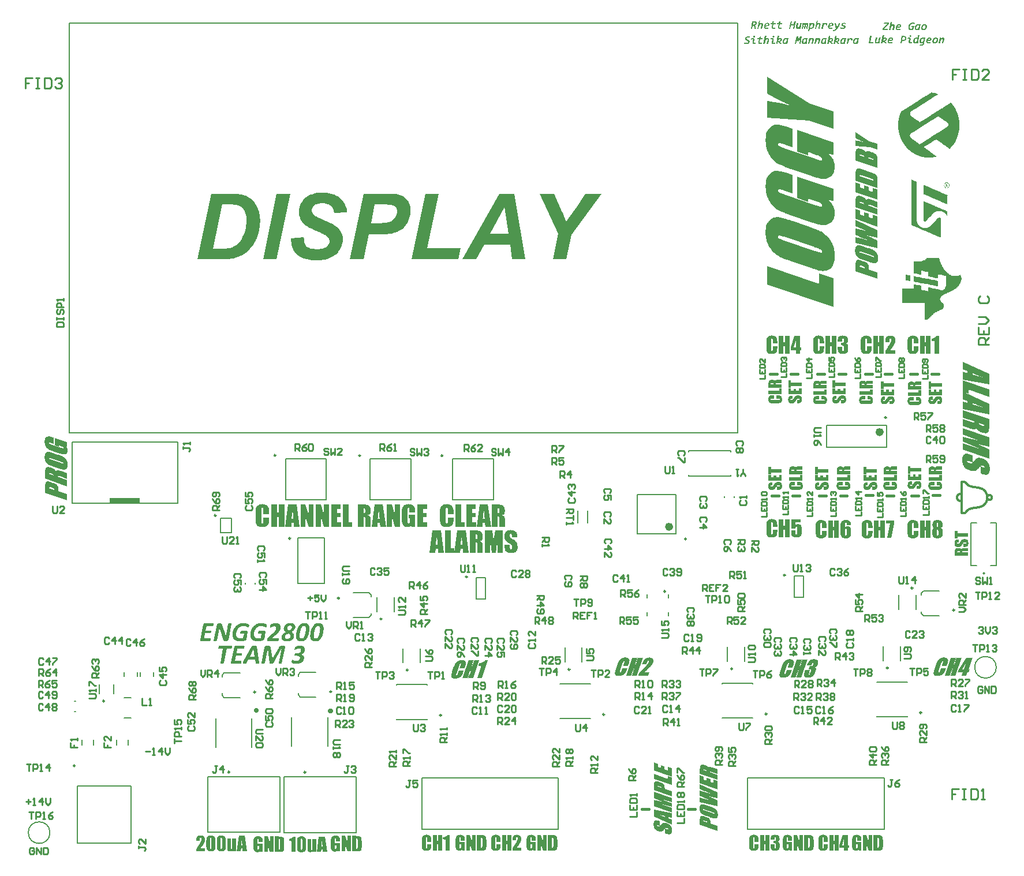
<source format=gbr>
%TF.GenerationSoftware,Altium Limited,Altium Designer,25.1.2 (22)*%
G04 Layer_Color=65535*
%FSLAX26Y26*%
%MOIN*%
%TF.SameCoordinates,F7076460-2797-427A-AE81-16C54333DA03*%
%TF.FilePolarity,Positive*%
%TF.FileFunction,Legend,Top*%
%TF.Part,Single*%
G01*
G75*
%TA.AperFunction,NonConductor*%
%ADD60C,0.009842*%
%ADD61C,0.023622*%
%ADD62C,0.007874*%
%ADD63C,0.006000*%
%ADD64C,0.015748*%
%ADD65C,0.005906*%
%ADD66C,0.010000*%
%ADD67C,0.019685*%
%ADD68R,0.177165X0.031496*%
G36*
X5272340Y4619014D02*
X5285367Y4619014D01*
Y4617385D01*
X5291881D01*
Y4615757D01*
X5295138D01*
Y4614128D01*
X5300023D01*
Y4612500D01*
X5303280Y4612500D01*
Y4610872D01*
X5306537D01*
Y4609243D01*
X5304908D01*
Y4607615D01*
X5301651D01*
Y4605986D01*
X5300023D01*
X5300023Y4604358D01*
X5296766D01*
Y4602729D01*
X5295138D01*
Y4601101D01*
X5291881D01*
Y4599472D01*
X5290252D01*
Y4597844D01*
X5286995D01*
Y4596216D01*
X5283739Y4596216D01*
X5283739Y4594587D01*
X5282110D01*
Y4592959D01*
X5278853D01*
Y4591330D01*
X5277225D01*
Y4589702D01*
X5273968D01*
Y4588073D01*
X5270711D01*
X5270711Y4586445D01*
X5269083D01*
Y4584816D01*
X5265826D01*
Y4583188D01*
X5264197Y4583188D01*
Y4581560D01*
X5260940Y4581560D01*
Y4579931D01*
X5259312D01*
Y4578303D01*
X5256055D01*
Y4576674D01*
X5252798Y4576674D01*
Y4575046D01*
X5251170D01*
Y4573417D01*
X5247913D01*
X5247913Y4571789D01*
X5246284D01*
Y4570161D01*
X5243028D01*
Y4568532D01*
X5239771D01*
X5239771Y4566904D01*
X5238142D01*
Y4565275D01*
X5234885D01*
Y4563647D01*
X5233257D01*
Y4562018D01*
X5230000D01*
Y4560390D01*
X5228372D01*
X5228372Y4558761D01*
X5225115D01*
Y4557133D01*
X5221858D01*
Y4555505D01*
X5220229D01*
Y4553876D01*
X5216972D01*
Y4552248D01*
X5215344D01*
Y4550619D01*
X5212087D01*
Y4548991D01*
X5210459D01*
Y4547362D01*
X5207202D01*
Y4545734D01*
X5203945Y4545734D01*
Y4544105D01*
X5202316Y4544105D01*
Y4542477D01*
X5199060D01*
Y4540849D01*
X5197431D01*
Y4539220D01*
X5194174Y4539220D01*
Y4537592D01*
X5192546D01*
X5192546Y4535963D01*
X5189289D01*
Y4534335D01*
X5186032D01*
Y4532706D01*
X5184404D01*
X5184404Y4531078D01*
X5181147D01*
Y4529450D01*
X5179518D01*
Y4527821D01*
X5176261D01*
Y4526193D01*
X5174633D01*
Y4524564D01*
X5171376D01*
Y4522936D01*
X5168119D01*
Y4521307D01*
X5166491Y4521307D01*
Y4519679D01*
X5163234D01*
Y4518051D01*
X5161605D01*
Y4516422D01*
X5158349D01*
X5158349Y4514794D01*
X5156720D01*
Y4513165D01*
X5153463D01*
Y4511537D01*
X5151835D01*
Y4509908D01*
X5150207D01*
Y4508280D01*
X5148578D01*
X5148578Y4506651D01*
X5146950D01*
X5146950Y4503395D01*
X5145321D01*
Y4490367D01*
X5146950D01*
Y4488739D01*
X5148578D01*
X5148578Y4485482D01*
X5150207D01*
Y4483853D01*
X5151835D01*
Y4482225D01*
X5155092D01*
Y4480596D01*
X5156720D01*
Y4478968D01*
X5158349D01*
X5158349Y4477340D01*
X5161605D01*
Y4475711D01*
X5163234D01*
Y4474083D01*
X5166491D01*
Y4472454D01*
X5168119D01*
Y4470826D01*
X5169748Y4470826D01*
Y4469197D01*
X5173005D01*
Y4467569D01*
X5174633D01*
Y4465940D01*
X5177890D01*
Y4464312D01*
X5179518D01*
Y4462684D01*
X5181147D01*
Y4461055D01*
X5184404Y4461055D01*
Y4459427D01*
X5186032D01*
Y4457798D01*
X5189289D01*
Y4456170D01*
X5190917D01*
Y4454541D01*
X5192546Y4454541D01*
Y4452913D01*
X5195803D01*
Y4451284D01*
X5197431Y4451284D01*
Y4449656D01*
X5200688D01*
Y4448028D01*
X5202316D01*
Y4449656D01*
X5205573D01*
Y4451284D01*
X5207202Y4451284D01*
Y4452913D01*
X5210459D01*
Y4454541D01*
X5212087Y4454541D01*
Y4456170D01*
X5215344Y4456170D01*
Y4457798D01*
X5216972D01*
Y4459427D01*
X5220229D01*
Y4461055D01*
X5223486Y4461055D01*
Y4462684D01*
X5225115D01*
Y4464312D01*
X5228372D01*
X5228372Y4465940D01*
X5230000D01*
Y4467569D01*
X5233257D01*
Y4469197D01*
X5234885D01*
X5234886Y4470826D01*
X5238142D01*
Y4472454D01*
X5241399D01*
Y4474083D01*
X5243028D01*
Y4475711D01*
X5246284D01*
Y4477340D01*
X5247913D01*
X5247913Y4478968D01*
X5251170D01*
Y4480596D01*
X5252798D01*
Y4482225D01*
X5256055D01*
Y4483853D01*
X5259312D01*
Y4485482D01*
X5260940D01*
Y4487110D01*
X5264197D01*
Y4488739D01*
X5265826D01*
Y4490367D01*
X5269083D01*
Y4491995D01*
X5270711D01*
X5270711Y4493624D01*
X5273968D01*
X5273968Y4495252D01*
X5277225D01*
X5277225Y4496881D01*
X5278853D01*
Y4498509D01*
X5282110D01*
Y4500138D01*
X5283739Y4500137D01*
Y4501766D01*
X5286995D01*
Y4503395D01*
X5290252D01*
Y4505023D01*
X5291881Y4505023D01*
Y4506651D01*
X5295138D01*
Y4508280D01*
X5296766Y4508280D01*
Y4509908D01*
X5300023D01*
Y4511537D01*
X5301651D01*
Y4513165D01*
X5304908D01*
Y4514794D01*
X5308165D01*
X5308165Y4516422D01*
X5309794D01*
Y4518051D01*
X5313051D01*
Y4519679D01*
X5314679D01*
X5314679Y4521307D01*
X5317936D01*
X5317936Y4522936D01*
X5319564D01*
X5319564Y4524564D01*
X5322821D01*
X5322821Y4526193D01*
X5326078D01*
Y4527821D01*
X5327707D01*
X5327706Y4529450D01*
X5330963Y4529450D01*
Y4531078D01*
X5332592D01*
Y4532706D01*
X5335849Y4532707D01*
Y4534335D01*
X5337477D01*
Y4535963D01*
X5340734D01*
Y4537592D01*
X5343991Y4537592D01*
Y4539220D01*
X5345619Y4539220D01*
Y4540849D01*
X5348876D01*
Y4542477D01*
X5350505D01*
Y4544105D01*
X5353761D01*
Y4545734D01*
X5355390Y4545734D01*
Y4547362D01*
X5358647D01*
Y4548991D01*
X5361904D01*
X5361904Y4550619D01*
X5363532D01*
Y4552248D01*
X5366789D01*
X5366789Y4553876D01*
X5368417D01*
Y4555505D01*
X5371674D01*
Y4557133D01*
X5374931Y4557133D01*
Y4558761D01*
X5376560D01*
Y4560390D01*
X5381445D01*
Y4558761D01*
X5383073Y4558761D01*
Y4557133D01*
X5384702Y4557133D01*
Y4555505D01*
X5386330D01*
Y4553876D01*
X5387959D01*
Y4552248D01*
X5389587Y4552248D01*
Y4548991D01*
X5391216D01*
Y4547362D01*
X5392844D01*
Y4545734D01*
X5394472D01*
Y4542477D01*
X5396101D01*
Y4540849D01*
X5397729Y4540849D01*
Y4537592D01*
X5399358D01*
X5399358Y4535963D01*
X5400986D01*
Y4532706D01*
X5402615D01*
X5402615Y4531078D01*
X5404243D01*
Y4527821D01*
X5405872D01*
Y4524564D01*
X5407500D01*
Y4521307D01*
X5409128D01*
Y4518051D01*
X5410757D01*
Y4514794D01*
X5412385D01*
Y4511537D01*
X5414014D01*
Y4508280D01*
X5415642D01*
Y4503395D01*
X5417271D01*
Y4500138D01*
X5418899Y4500137D01*
Y4495252D01*
X5420528D01*
Y4490367D01*
X5422156D01*
Y4483853D01*
X5423784D01*
Y4478968D01*
X5425413Y4478968D01*
Y4470826D01*
X5427041Y4470826D01*
Y4461055D01*
X5428670Y4461055D01*
Y4444771D01*
X5430298D01*
Y4418716D01*
X5428670D01*
Y4402431D01*
X5427041D01*
Y4392661D01*
X5425413D01*
Y4386147D01*
X5423784D01*
Y4379633D01*
X5422156D01*
Y4373119D01*
X5420528D01*
Y4368234D01*
X5418899D01*
Y4363349D01*
X5417271Y4363349D01*
X5417271Y4360092D01*
X5415642D01*
Y4355206D01*
X5414014D01*
Y4351950D01*
X5412385D01*
Y4348693D01*
X5410757D01*
X5410757Y4345436D01*
X5409128D01*
Y4342179D01*
X5407500D01*
Y4338922D01*
X5405872D01*
Y4335665D01*
X5404243D01*
Y4332408D01*
X5402615D01*
Y4330780D01*
X5400986D01*
Y4327523D01*
X5399358D01*
Y4325895D01*
X5397729Y4325895D01*
Y4322637D01*
X5396101Y4322638D01*
Y4321009D01*
X5394472D01*
Y4317752D01*
X5392844D01*
Y4316124D01*
X5391216D01*
Y4314495D01*
X5389587D01*
Y4311239D01*
X5387959D01*
Y4309610D01*
X5386330Y4309610D01*
Y4307982D01*
X5384702D01*
Y4306353D01*
X5383073D01*
Y4304725D01*
X5381445D01*
Y4303096D01*
X5379816D01*
Y4299840D01*
X5378188D01*
Y4298211D01*
X5376560D01*
Y4296583D01*
X5374931D01*
Y4294954D01*
X5370046D01*
Y4296583D01*
X5368417D01*
Y4298211D01*
X5366789D01*
Y4299840D01*
X5363532D01*
Y4301468D01*
X5361904D01*
Y4303096D01*
X5360275D01*
Y4304725D01*
X5357018D01*
Y4306353D01*
X5355390D01*
Y4307982D01*
X5352133D01*
X5352133Y4309610D01*
X5350505D01*
Y4311239D01*
X5348876D01*
Y4312867D01*
X5345619D01*
Y4314495D01*
X5343991D01*
Y4316124D01*
X5342362D01*
Y4317752D01*
X5339105Y4317752D01*
Y4319381D01*
X5337477D01*
Y4321009D01*
X5334220D01*
Y4322638D01*
X5332592D01*
Y4324266D01*
X5330963D01*
Y4325895D01*
X5327707D01*
Y4327523D01*
X5326078D01*
Y4329151D01*
X5324450D01*
Y4330780D01*
X5321193D01*
X5321193Y4332408D01*
X5319564Y4332408D01*
Y4334037D01*
X5316307D01*
Y4335665D01*
X5314679D01*
X5314679Y4337294D01*
X5313051D01*
Y4338922D01*
X5309794D01*
X5309794Y4340551D01*
X5308165D01*
Y4342179D01*
X5306537D01*
Y4343807D01*
X5303280D01*
Y4345436D01*
X5298395D01*
Y4347064D01*
X5291881D01*
X5291881Y4345436D01*
X5286995D01*
X5286995Y4343807D01*
X5283739D01*
Y4342179D01*
X5280482D01*
Y4340551D01*
X5278853D01*
Y4338922D01*
X5275596D01*
X5275596Y4337294D01*
X5273968D01*
X5273968Y4335665D01*
X5270711D01*
Y4334037D01*
X5269083D01*
Y4332408D01*
X5265826Y4332408D01*
Y4330780D01*
X5264197Y4330780D01*
Y4329151D01*
X5260940Y4329151D01*
Y4327523D01*
X5257684D01*
Y4325895D01*
X5256055Y4325895D01*
Y4324266D01*
X5252798D01*
Y4322638D01*
X5251170D01*
Y4321009D01*
X5247913D01*
Y4319381D01*
X5246284D01*
Y4317752D01*
X5243028D01*
Y4316124D01*
X5239771D01*
Y4314495D01*
X5238142D01*
Y4312867D01*
X5234885D01*
Y4311239D01*
X5233257D01*
Y4309610D01*
X5230000D01*
X5230000Y4307982D01*
X5228372D01*
Y4306353D01*
X5225115D01*
Y4303096D01*
X5226743D01*
Y4301468D01*
X5228372D01*
X5228372Y4299840D01*
X5231628D01*
Y4298211D01*
X5233257D01*
Y4296583D01*
X5236514D01*
Y4294954D01*
X5238142D01*
Y4293326D01*
X5239771D01*
X5239771Y4291697D01*
X5243028D01*
Y4290069D01*
X5244656D01*
Y4288440D01*
X5246284D01*
Y4286812D01*
X5249541Y4286812D01*
Y4285184D01*
X5251170D01*
Y4283555D01*
X5254427D01*
Y4281927D01*
X5256055Y4281927D01*
Y4280298D01*
X5257684Y4280298D01*
Y4278670D01*
X5260940Y4278670D01*
Y4277041D01*
X5262569D01*
Y4275413D01*
X5265826D01*
Y4273784D01*
X5267454D01*
Y4272156D01*
X5269083D01*
Y4270528D01*
X5272340D01*
Y4268899D01*
X5273968D01*
Y4267271D01*
X5277225D01*
Y4265642D01*
X5278853D01*
X5278853Y4264014D01*
X5280482D01*
Y4262385D01*
X5283739D01*
Y4260757D01*
X5285367D01*
Y4259128D01*
X5288624D01*
Y4257500D01*
X5290252D01*
Y4255872D01*
X5291881D01*
Y4254243D01*
X5295138D01*
Y4252615D01*
X5296766D01*
Y4250986D01*
X5295138D01*
Y4249358D01*
X5286995D01*
Y4247729D01*
X5278853D01*
Y4246101D01*
X5262569D01*
Y4244472D01*
X5241399Y4244473D01*
Y4246101D01*
X5226743D01*
Y4247729D01*
X5216972Y4247729D01*
Y4249358D01*
X5210459D01*
Y4250986D01*
X5203945D01*
Y4252615D01*
X5199060D01*
Y4254243D01*
X5194174D01*
Y4255872D01*
X5190918D01*
X5190917Y4257500D01*
X5186032D01*
Y4259128D01*
X5182775D01*
Y4260757D01*
X5179518D01*
Y4262385D01*
X5176261D01*
Y4264014D01*
X5173005D01*
Y4265642D01*
X5169748D01*
Y4267271D01*
X5166491D01*
Y4268899D01*
X5164862D01*
Y4270528D01*
X5161605D01*
Y4272156D01*
X5158349Y4272156D01*
X5158349Y4273784D01*
X5156720D01*
Y4275413D01*
X5153463D01*
Y4277041D01*
X5151835D01*
Y4278670D01*
X5150207Y4278670D01*
X5150206Y4280298D01*
X5146950D01*
X5146950Y4281927D01*
X5145321D01*
Y4283555D01*
X5143693D01*
X5143693Y4285184D01*
X5142064D01*
Y4286812D01*
X5140436D01*
Y4288440D01*
X5137179D01*
Y4290069D01*
X5135551D01*
Y4291697D01*
X5133922D01*
Y4293326D01*
X5132294Y4293326D01*
Y4294954D01*
X5130665D01*
Y4296583D01*
X5129037D01*
Y4298211D01*
X5127408D01*
Y4299840D01*
X5125780D01*
Y4301468D01*
X5124151Y4301468D01*
Y4303096D01*
X5122523D01*
Y4306353D01*
X5120895D01*
Y4307982D01*
X5119266D01*
Y4309610D01*
X5117638D01*
Y4311239D01*
X5116009D01*
Y4314495D01*
X5114381D01*
X5114381Y4316124D01*
X5112752D01*
Y4317752D01*
X5111124D01*
Y4321009D01*
X5109495D01*
Y4322637D01*
X5107867Y4322638D01*
Y4325895D01*
X5106239Y4325895D01*
Y4327523D01*
X5104610D01*
Y4330780D01*
X5102982D01*
X5102982Y4332408D01*
X5101353D01*
X5101353Y4335665D01*
X5099725D01*
Y4338922D01*
X5098096D01*
Y4342179D01*
X5096468D01*
X5096468Y4345436D01*
X5094840D01*
Y4348693D01*
X5093211D01*
Y4351950D01*
X5091583D01*
Y4355206D01*
X5089954D01*
Y4360092D01*
X5088326D01*
Y4364977D01*
X5086697D01*
Y4368234D01*
X5085069Y4368234D01*
Y4374748D01*
X5083440D01*
Y4379633D01*
X5081812D01*
Y4386147D01*
X5080184D01*
Y4394289D01*
X5078555D01*
Y4404060D01*
X5076927Y4404060D01*
Y4420344D01*
X5075298D01*
Y4441514D01*
X5076927D01*
Y4459427D01*
X5078555D01*
Y4469197D01*
X5080184Y4469197D01*
Y4475711D01*
X5081812D01*
Y4482225D01*
X5083440D01*
Y4487110D01*
X5085069D01*
Y4491995D01*
X5086697D01*
Y4496881D01*
X5088326D01*
Y4500137D01*
X5089954Y4500138D01*
Y4505023D01*
X5091583D01*
Y4508280D01*
X5093211D01*
Y4509908D01*
X5094840D01*
Y4511537D01*
X5096468D01*
X5096468Y4513165D01*
X5099725D01*
Y4514794D01*
X5102982D01*
X5102982Y4516422D01*
X5104610D01*
X5104610Y4518051D01*
X5107867D01*
Y4519679D01*
X5109495D01*
Y4521307D01*
X5112752D01*
Y4522936D01*
X5114381D01*
X5114381Y4524564D01*
X5117638D01*
Y4526193D01*
X5120895D01*
Y4527821D01*
X5122523D01*
Y4529450D01*
X5125780D01*
Y4531078D01*
X5127408D01*
Y4532706D01*
X5130665D01*
Y4534335D01*
X5133922D01*
Y4535963D01*
X5135551D01*
Y4537592D01*
X5138807D01*
Y4539220D01*
X5140436Y4539220D01*
Y4540849D01*
X5143693Y4540849D01*
X5143693Y4542477D01*
X5145321Y4542477D01*
Y4544105D01*
X5148578D01*
Y4545734D01*
X5151835Y4545734D01*
Y4547362D01*
X5153463D01*
Y4548991D01*
X5156720D01*
Y4550619D01*
X5158349Y4550619D01*
Y4552248D01*
X5161605D01*
Y4553876D01*
X5163234D01*
Y4555505D01*
X5166491D01*
Y4557133D01*
X5169748D01*
Y4558761D01*
X5171376Y4558761D01*
Y4560390D01*
X5174633D01*
Y4562018D01*
X5176261D01*
Y4563647D01*
X5179518D01*
Y4565275D01*
X5181147D01*
Y4566904D01*
X5184404D01*
X5184404Y4568532D01*
X5187660D01*
X5187661Y4570161D01*
X5189289D01*
Y4571789D01*
X5192546D01*
X5192546Y4573417D01*
X5194174D01*
Y4575046D01*
X5197431D01*
X5197431Y4576674D01*
X5199060D01*
Y4578303D01*
X5202316D01*
Y4579931D01*
X5205573D01*
Y4581560D01*
X5207202D01*
Y4583188D01*
X5210459Y4583188D01*
Y4584816D01*
X5212087Y4584817D01*
Y4586445D01*
X5215344D01*
Y4588073D01*
X5216972D01*
Y4589702D01*
X5220229Y4589702D01*
Y4591330D01*
X5223486D01*
Y4592959D01*
X5225115D01*
Y4594587D01*
X5228372D01*
X5228372Y4596216D01*
X5230000D01*
Y4597844D01*
X5233257D01*
Y4599472D01*
X5234885D01*
Y4601101D01*
X5238142D01*
Y4602729D01*
X5241399D01*
X5241399Y4604358D01*
X5243028D01*
Y4605986D01*
X5246284D01*
Y4607615D01*
X5247913D01*
Y4609243D01*
X5251170D01*
Y4610872D01*
X5252798D01*
Y4612500D01*
X5256055Y4612500D01*
Y4614128D01*
X5259312D01*
Y4615757D01*
X5260940D01*
Y4617385D01*
X5264197D01*
Y4619014D01*
X5265826D01*
X5265826Y4620642D01*
X5272340D01*
X5272340Y4619014D01*
D02*
G37*
G36*
X5353444Y4090778D02*
X5355222D01*
Y4087222D01*
X5358778D01*
Y4089000D01*
X5362333D01*
Y4090778D01*
X5364111D01*
Y4087222D01*
X5360555D01*
Y4085444D01*
X5358778D01*
Y4083667D01*
X5357000D01*
Y4080111D01*
X5364111D01*
Y4078333D01*
X5348111D01*
Y4081889D01*
X5349889D01*
X5349889Y4080111D01*
X5353444D01*
Y4089000D01*
X5349889D01*
Y4087222D01*
Y4085444D01*
X5348111D01*
Y4090778D01*
X5349889D01*
X5349889Y4092555D01*
X5353444D01*
Y4090778D01*
D02*
G37*
G36*
X5362333Y4097889D02*
X5365889D01*
Y4096111D01*
X5367667D01*
Y4094333D01*
X5369444D01*
Y4090778D01*
X5371222D01*
Y4076555D01*
X5369444D01*
Y4073000D01*
X5367667D01*
Y4071222D01*
X5364111D01*
Y4073000D01*
X5365889D01*
Y4074778D01*
X5367667D01*
Y4076555D01*
Y4078333D01*
X5369444D01*
Y4090778D01*
X5367667D01*
Y4092555D01*
X5365889D01*
Y4094333D01*
X5364111D01*
Y4096111D01*
X5360555D01*
Y4097889D01*
X5351667D01*
Y4096111D01*
X5348111D01*
Y4094333D01*
X5346333D01*
Y4092555D01*
X5344555D01*
Y4090778D01*
X5342778D01*
Y4076555D01*
X5344555D01*
Y4074778D01*
X5346333D01*
Y4073000D01*
X5348111D01*
Y4071222D01*
X5353444D01*
Y4069444D01*
X5358778D01*
Y4071222D01*
X5364111D01*
Y4069444D01*
X5360555D01*
Y4067667D01*
X5349889D01*
Y4069444D01*
X5346333D01*
Y4071222D01*
X5344555D01*
Y4073000D01*
X5342778D01*
Y4076555D01*
X5341000D01*
X5341000Y4081889D01*
X5339222D01*
Y4085444D01*
X5341000D01*
X5341000Y4090778D01*
X5341000Y4092555D01*
X5342778D01*
Y4094333D01*
X5344555D01*
Y4096111D01*
X5346333D01*
Y4097889D01*
X5349889D01*
Y4099667D01*
X5362333D01*
Y4097889D01*
D02*
G37*
G36*
X5223667Y4085444D02*
X5229000D01*
Y4083667D01*
X5232555D01*
Y4081889D01*
X5236111D01*
Y4080111D01*
X5239667D01*
Y4078333D01*
X5245000D01*
Y4076555D01*
X5248555D01*
Y4074778D01*
X5252111D01*
Y4073000D01*
X5257444D01*
Y4071222D01*
X5261000D01*
Y4069444D01*
X5264555D01*
Y4067667D01*
X5269889D01*
Y4065889D01*
X5273444D01*
X5273444Y4064111D01*
X5277000D01*
Y4062333D01*
X5282333Y4062333D01*
X5282333Y4060555D01*
X5285889D01*
Y4058778D01*
X5289444D01*
X5289444Y4057000D01*
X5293000D01*
Y4055222D01*
X5298333D01*
Y4053444D01*
X5301889D01*
X5301889Y4051667D01*
X5305444Y4051666D01*
X5305444Y4049889D01*
X5310778D01*
Y4048111D01*
X5314333D01*
Y4046333D01*
X5317889D01*
Y4044555D01*
X5323222D01*
Y4042778D01*
X5326778Y4042778D01*
Y4041000D01*
X5330333D01*
Y4039222D01*
X5335667D01*
Y4037444D01*
X5339222D01*
Y4035667D01*
X5342778D01*
Y4033889D01*
X5346333D01*
Y4032111D01*
X5351667D01*
Y4030333D01*
X5355222D01*
Y4028555D01*
X5358778D01*
Y4026778D01*
X5362333D01*
Y4025000D01*
X5360555D01*
Y3975222D01*
X5362333D01*
Y3973444D01*
X5358778D01*
X5358778Y3975222D01*
X5355222Y3975222D01*
Y3977000D01*
X5351667D01*
X5351666Y3978778D01*
X5346333D01*
Y3980555D01*
X5342778D01*
Y3982333D01*
X5339222D01*
Y3984111D01*
X5335667D01*
Y3985889D01*
X5330333D01*
Y3987667D01*
X5326778D01*
Y3989444D01*
X5323222D01*
Y3991222D01*
X5317889D01*
Y3993000D01*
X5314333D01*
Y3994778D01*
X5310778D01*
Y3996555D01*
X5305444D01*
Y3998333D01*
X5301889D01*
Y4000111D01*
X5298333D01*
Y4001889D01*
X5293000D01*
Y4003667D01*
X5289444D01*
Y4005444D01*
X5285889D01*
Y4007222D01*
X5280555D01*
Y4009000D01*
X5277000D01*
Y4010778D01*
X5273444D01*
Y4012555D01*
X5269889D01*
Y4014333D01*
X5264555D01*
Y4016111D01*
X5261000D01*
Y4017889D01*
X5257444D01*
Y4019667D01*
X5252111D01*
Y4021444D01*
X5248555D01*
Y4023222D01*
X5245000Y4023222D01*
X5245000Y4025000D01*
X5239667D01*
Y4026778D01*
X5236111D01*
Y4028555D01*
X5232555D01*
Y4030333D01*
X5227222D01*
Y4032111D01*
X5223667D01*
Y4033889D01*
X5221889D01*
Y4087222D01*
X5223667D01*
Y4085444D01*
D02*
G37*
G36*
Y3991222D02*
X5229000Y3991222D01*
Y3989445D01*
X5232555Y3989444D01*
Y3987667D01*
X5236111D01*
X5236111Y3985889D01*
X5241444Y3985889D01*
Y3984111D01*
X5245000D01*
Y3982333D01*
X5248555D01*
Y3980555D01*
X5253889D01*
Y3978778D01*
X5257444D01*
Y3977000D01*
X5261000D01*
Y3975222D01*
X5264555D01*
Y3973444D01*
X5269889D01*
Y3971667D01*
X5273444D01*
Y3969889D01*
X5277000D01*
Y3968111D01*
X5282333D01*
Y3966333D01*
X5285889D01*
Y3964555D01*
X5289444D01*
Y3962778D01*
X5294778D01*
Y3961000D01*
X5298333D01*
Y3959222D01*
X5301889D01*
Y3957444D01*
X5307222D01*
Y3955667D01*
X5310778D01*
Y3953889D01*
X5314333D01*
Y3952111D01*
X5319667D01*
Y3950333D01*
X5323222D01*
Y3948555D01*
X5326778D01*
Y3946778D01*
X5330333D01*
Y3945000D01*
X5335667D01*
Y3943222D01*
X5339222D01*
Y3941444D01*
X5342778D01*
Y3939667D01*
X5348111D01*
Y3937889D01*
X5351666D01*
X5351667Y3936111D01*
X5355222D01*
Y3934333D01*
X5360555D01*
Y3932555D01*
X5362333D01*
Y3930778D01*
X5360555D01*
Y3904111D01*
X5358778D01*
Y3907667D01*
X5357000D01*
Y3911222D01*
X5355222D01*
Y3913000D01*
X5353444D01*
Y3916555D01*
X5351667D01*
Y3918333D01*
X5349889D01*
Y3920111D01*
X5348111D01*
Y3921889D01*
X5346333D01*
Y3923667D01*
X5344555D01*
Y3925444D01*
X5342778D01*
Y3927222D01*
X5341000Y3927222D01*
X5341000Y3929000D01*
X5337444D01*
Y3930778D01*
X5333889D01*
Y3932555D01*
X5328555D01*
Y3934333D01*
X5323222D01*
Y3936111D01*
X5301889D01*
Y3934333D01*
X5296555D01*
Y3932555D01*
X5293000D01*
Y3930778D01*
X5289444D01*
Y3929000D01*
X5287667D01*
Y3927222D01*
X5284111Y3927222D01*
Y3925444D01*
X5282333D01*
Y3923667D01*
X5280555D01*
Y3921889D01*
X5278778D01*
Y3920111D01*
X5277000Y3920111D01*
Y3918333D01*
X5275222D01*
Y3916555D01*
X5273444D01*
Y3914778D01*
X5271667D01*
X5271666Y3913000D01*
X5269889D01*
Y3911222D01*
X5268111D01*
Y3909444D01*
X5266333D01*
Y3907667D01*
X5264555D01*
Y3905889D01*
X5262778D01*
X5262778Y3904111D01*
X5261000D01*
Y3902333D01*
X5259222D01*
Y3900555D01*
X5257444D01*
Y3898778D01*
X5255666D01*
Y3897000D01*
X5253889D01*
Y3895222D01*
X5252111D01*
Y3893444D01*
X5250333D01*
Y3891667D01*
X5248555D01*
Y3889889D01*
X5246778D01*
Y3888111D01*
X5245000D01*
Y3884555D01*
X5243222D01*
Y3882778D01*
X5241444D01*
Y3881000D01*
X5239667D01*
Y3879222D01*
X5237889D01*
Y3877444D01*
X5234333D01*
Y3875667D01*
X5225444D01*
Y3877444D01*
X5223667D01*
Y3879222D01*
X5221889D01*
Y3993000D01*
X5223667Y3993000D01*
Y3991222D01*
D02*
G37*
G36*
X5154333Y4115667D02*
X5157889D01*
Y4113889D01*
X5161444D01*
Y4112111D01*
X5166778D01*
Y4110333D01*
X5170333D01*
Y4108556D01*
X5173889D01*
Y4106778D01*
X5179222D01*
Y4105000D01*
X5182778D01*
Y3875667D01*
X5184555D01*
Y3870333D01*
X5186333D01*
Y3865000D01*
X5188111D01*
Y3861444D01*
X5189889D01*
Y3857889D01*
X5191667D01*
Y3856111D01*
X5193444D01*
Y3854333D01*
X5195222D01*
Y3852555D01*
X5197000D01*
Y3850778D01*
X5198778D01*
Y3849000D01*
X5200555D01*
Y3847222D01*
X5202333D01*
Y3845444D01*
X5204111D01*
Y3843667D01*
X5207667D01*
Y3841889D01*
X5211222D01*
Y3840111D01*
X5216555D01*
Y3838333D01*
X5221889D01*
Y3836555D01*
X5239667D01*
Y3838333D01*
X5245000D01*
Y3840111D01*
X5250333Y3840111D01*
Y3841889D01*
X5253889D01*
Y3843667D01*
X5255667D01*
Y3845444D01*
X5259222D01*
Y3847222D01*
X5261000D01*
Y3849000D01*
X5262778D01*
Y3850778D01*
X5264555Y3850778D01*
X5264555Y3852555D01*
X5266333D01*
Y3854333D01*
X5268111D01*
Y3856111D01*
X5269889D01*
Y3857889D01*
X5271666D01*
X5271667Y3859666D01*
X5273444Y3859667D01*
X5273444Y3861444D01*
X5275222D01*
Y3863222D01*
X5277000D01*
Y3865000D01*
X5278778D01*
Y3866778D01*
X5280555Y3866778D01*
X5280555Y3868555D01*
X5282333Y3868555D01*
X5282333Y3870333D01*
X5284111Y3870333D01*
Y3872111D01*
X5285889D01*
Y3873889D01*
X5287667Y3873889D01*
X5287667Y3875667D01*
X5289444D01*
X5289444Y3877444D01*
X5291222Y3877444D01*
X5291222Y3881000D01*
X5293000D01*
X5293000Y3882778D01*
X5294778D01*
Y3884555D01*
X5296556D01*
X5296555Y3886333D01*
X5298333D01*
Y3888111D01*
X5300111D01*
Y3889889D01*
X5301889D01*
X5301889Y3891667D01*
X5303667D01*
Y3893444D01*
X5305444D01*
Y3895222D01*
X5309000D01*
X5309000Y3897000D01*
X5319667Y3897000D01*
Y3895222D01*
X5321444D01*
Y3891667D01*
X5323222D01*
X5323222Y3781444D01*
X5321444D01*
Y3783222D01*
X5316111D01*
Y3785000D01*
X5312555D01*
Y3786778D01*
X5309000D01*
Y3788555D01*
X5303667D01*
Y3790333D01*
X5300111D01*
Y3792111D01*
X5296555D01*
Y3793889D01*
X5291222D01*
Y3795667D01*
X5287667D01*
Y3797444D01*
X5284111D01*
Y3799222D01*
X5278778D01*
Y3801000D01*
X5275222D01*
Y3802778D01*
X5271667D01*
Y3804555D01*
X5266333D01*
Y3806333D01*
X5262778D01*
Y3808111D01*
X5259222D01*
Y3809889D01*
X5253889D01*
Y3811667D01*
X5250333D01*
Y3813444D01*
X5246778D01*
Y3815222D01*
X5241444D01*
Y3817000D01*
X5237889D01*
X5237889Y3818778D01*
X5234333D01*
Y3820555D01*
X5229000D01*
Y3822333D01*
X5225444Y3822333D01*
Y3824111D01*
X5221889D01*
X5221889Y3825889D01*
X5216555D01*
Y3827667D01*
X5213000D01*
Y3829444D01*
X5209444D01*
Y3831222D01*
X5204111D01*
X5204111Y3833000D01*
X5200555Y3833000D01*
Y3834778D01*
X5197000D01*
Y3836555D01*
X5191667D01*
Y3838333D01*
X5188111D01*
Y3840111D01*
X5184555Y3840111D01*
Y3841889D01*
X5179222D01*
Y3843667D01*
X5175667D01*
Y3845444D01*
X5172111D01*
Y3847222D01*
X5168555D01*
Y3849000D01*
X5163222D01*
Y3850778D01*
X5159667D01*
Y3852555D01*
X5156111D01*
Y3854333D01*
X5152555D01*
Y3866778D01*
Y3868555D01*
Y4117444D01*
X5154333D01*
Y4115667D01*
D02*
G37*
G36*
X5130714Y3566428D02*
Y3564286D01*
X5145714D01*
Y3536428D01*
Y3534286D01*
Y3532143D01*
X5135000Y3532143D01*
Y3534286D01*
X5120000D01*
X5120000Y3536428D01*
X5117857Y3536429D01*
Y3566429D01*
X5130714Y3566428D01*
D02*
G37*
G36*
X5169286Y3557857D02*
X5177857Y3557857D01*
Y3555714D01*
X5190714Y3555714D01*
Y3553571D01*
X5201429D01*
X5201429Y3551428D01*
X5212143D01*
Y3549286D01*
X5222857D01*
Y3547143D01*
X5233571D01*
Y3545000D01*
X5244286D01*
Y3542857D01*
X5255000Y3542857D01*
Y3540714D01*
X5265714D01*
X5265714Y3538572D01*
X5278571Y3538571D01*
Y3536429D01*
X5289286Y3536428D01*
Y3534286D01*
X5300000D01*
Y3532143D01*
X5306429D01*
Y3500000D01*
X5302143D01*
Y3502143D01*
X5291429D01*
Y3504286D01*
X5280714D01*
Y3506428D01*
X5270000D01*
X5270000Y3508571D01*
X5259286Y3508572D01*
X5259286Y3510714D01*
X5248571D01*
Y3512857D01*
X5235714Y3512857D01*
Y3515000D01*
X5225000D01*
Y3517143D01*
X5214286Y3517143D01*
Y3519286D01*
X5203571Y3519286D01*
X5203571Y3521428D01*
X5192857D01*
X5192857Y3523571D01*
X5182143Y3523572D01*
X5182143Y3525714D01*
X5171429D01*
Y3527857D01*
X5165000D01*
Y3534286D01*
Y3536429D01*
Y3560000D01*
X5169286D01*
Y3557857D01*
D02*
G37*
G36*
X5310714Y3662857D02*
X5312857D01*
Y3656428D01*
X5315000D01*
Y3650000D01*
X5317143D01*
Y3643571D01*
X5319286D01*
Y3637143D01*
X5321429D01*
Y3632857D01*
X5323571D01*
Y3628571D01*
X5325714D01*
Y3624286D01*
X5327857D01*
Y3617857D01*
X5330000D01*
Y3615714D01*
X5332143D01*
Y3611428D01*
X5334286D01*
Y3607143D01*
X5336429D01*
Y3602857D01*
X5338571D01*
Y3600714D01*
X5340714D01*
Y3598571D01*
X5342857D01*
Y3594286D01*
X5345000D01*
Y3592143D01*
X5347143D01*
Y3590000D01*
X5349286D01*
Y3587857D01*
X5351429D01*
Y3585714D01*
X5353571D01*
Y3583571D01*
X5355714D01*
Y3581428D01*
X5357857D01*
Y3579286D01*
X5360000D01*
Y3577143D01*
X5362143D01*
Y3575000D01*
X5364286D01*
Y3572857D01*
X5368571Y3572857D01*
Y3570714D01*
X5370714D01*
Y3568571D01*
X5375000D01*
Y3566428D01*
X5379286D01*
Y3564286D01*
X5383571D01*
Y3562143D01*
X5390000D01*
Y3560000D01*
X5417857D01*
X5417857Y3562143D01*
X5426429D01*
Y3564286D01*
X5432857D01*
Y3566428D01*
X5437143D01*
X5437143Y3562143D01*
X5439286D01*
Y3551428D01*
X5441429D01*
Y3538571D01*
X5439286D01*
Y3527857D01*
X5437143D01*
Y3521428D01*
X5435000D01*
Y3517143D01*
X5432857D01*
X5432857Y3515000D01*
X5430714D01*
Y3510714D01*
X5428571D01*
Y3508571D01*
X5426429D01*
Y3504286D01*
X5424286D01*
Y3502143D01*
X5422143D01*
Y3500000D01*
X5420000D01*
Y3497857D01*
X5417857D01*
X5417857Y3495714D01*
X5415714D01*
Y3493571D01*
X5413571D01*
Y3491428D01*
X5411429D01*
Y3489286D01*
X5409286D01*
Y3487143D01*
X5405000D01*
Y3485000D01*
X5402857D01*
X5402857Y3482857D01*
X5398571D01*
Y3480714D01*
X5394286D01*
Y3478571D01*
X5392143D01*
Y3476428D01*
X5387857D01*
Y3474286D01*
X5383571D01*
Y3472143D01*
X5379286D01*
Y3470000D01*
X5375000D01*
Y3467857D01*
X5370714D01*
Y3465714D01*
X5364286D01*
Y3463571D01*
X5360000D01*
Y3461428D01*
X5355714D01*
Y3459286D01*
X5351429D01*
Y3457143D01*
X5347143D01*
Y3455000D01*
X5342857D01*
Y3452857D01*
X5338572D01*
X5338571Y3450714D01*
X5334286D01*
Y3448571D01*
X5332143D01*
Y3446428D01*
X5330000D01*
Y3444286D01*
X5325714D01*
Y3442143D01*
X5323571D01*
Y3440000D01*
X5321429D01*
Y3435714D01*
X5319286D01*
X5319286Y3429286D01*
X5317143D01*
Y3425000D01*
X5319286D01*
X5319286Y3416428D01*
X5321429D01*
Y3414286D01*
X5323572D01*
X5323571Y3410000D01*
X5325714D01*
Y3407857D01*
X5327857D01*
Y3405714D01*
X5330000D01*
Y3403571D01*
X5334286D01*
X5334286Y3401428D01*
X5336429D01*
Y3397143D01*
X5338571D01*
X5338572Y3392857D01*
X5340714D01*
Y3384286D01*
X5338572D01*
Y3377857D01*
X5336429D01*
Y3373571D01*
X5334286D01*
X5334286Y3371428D01*
X5332143D01*
Y3369286D01*
X5327857D01*
Y3367143D01*
X5325714D01*
Y3365000D01*
X5321429D01*
Y3362857D01*
X5317143D01*
Y3360714D01*
X5312857D01*
Y3358571D01*
X5308571D01*
Y3356428D01*
X5302143D01*
Y3354286D01*
X5297857D01*
Y3352143D01*
X5291429D01*
Y3350000D01*
X5289286D01*
X5289286Y3347857D01*
X5285000Y3347857D01*
Y3345714D01*
X5282857D01*
Y3343571D01*
X5280714D01*
X5280714Y3341428D01*
X5278571D01*
Y3339286D01*
X5276429Y3339286D01*
Y3337143D01*
X5274286D01*
X5274286Y3335000D01*
X5272143D01*
Y3332857D01*
X5270000Y3332857D01*
Y3330714D01*
X5267857D01*
Y3328571D01*
X5265714D01*
X5265714Y3326428D01*
X5263571D01*
Y3324286D01*
X5261429Y3324286D01*
X5261429Y3322143D01*
X5259286D01*
Y3320000D01*
X5257143Y3320000D01*
Y3317857D01*
X5255000D01*
Y3315714D01*
X5252857D01*
Y3313571D01*
X5248571D01*
Y3311428D01*
X5244286D01*
Y3309286D01*
X5237857D01*
Y3307143D01*
X5229286D01*
Y3403571D01*
X5227143Y3403571D01*
X5227143Y3405714D01*
X5098571Y3405714D01*
Y3489286D01*
X5165000Y3489286D01*
Y3510714D01*
X5177857D01*
Y3508571D01*
X5190714Y3508572D01*
Y3506428D01*
X5201429D01*
X5201429Y3504286D01*
X5207857Y3504286D01*
X5207857Y3480714D01*
X5212143D01*
Y3478571D01*
X5222857D01*
Y3476428D01*
X5233571Y3476428D01*
Y3474286D01*
X5244286Y3474286D01*
X5244286Y3472143D01*
X5248571D01*
Y3495714D01*
X5255000D01*
Y3493571D01*
X5263571D01*
X5263572Y3491428D01*
X5272143D01*
Y3489286D01*
X5280714D01*
X5280714Y3487143D01*
X5291429D01*
Y3485000D01*
X5300000D01*
X5300000Y3482857D01*
X5308572D01*
X5308571Y3480714D01*
X5319286D01*
Y3478571D01*
X5334286D01*
Y3480714D01*
X5340714D01*
Y3482857D01*
X5342857D01*
Y3485000D01*
X5345000D01*
Y3489286D01*
X5347143D01*
Y3493571D01*
X5349286D01*
Y3502143D01*
X5351429D01*
Y3562143D01*
X5340714D01*
Y3564286D01*
X5330000D01*
Y3566428D01*
X5319286D01*
Y3568571D01*
X5306429D01*
Y3549286D01*
X5304286D01*
X5304286Y3547143D01*
X5293571D01*
Y3549286D01*
X5287143D01*
Y3551428D01*
X5276429D01*
Y3553571D01*
X5267857D01*
Y3555714D01*
X5259286D01*
X5259286Y3557857D01*
X5250714D01*
Y3560000D01*
X5248571D01*
Y3583571D01*
X5240000D01*
Y3585714D01*
X5229286Y3585714D01*
Y3587857D01*
X5218571D01*
Y3590000D01*
X5207857D01*
Y3568571D01*
X5197143D01*
X5197143Y3570714D01*
X5184286Y3570714D01*
Y3572857D01*
X5173571Y3572857D01*
Y3575000D01*
X5165000D01*
Y3645714D01*
X5212143Y3645714D01*
Y3647857D01*
X5220714D01*
Y3650000D01*
X5227143D01*
Y3652143D01*
X5231429D01*
Y3654286D01*
X5233571D01*
Y3656428D01*
X5235714D01*
Y3658571D01*
X5237857D01*
Y3660714D01*
X5240000D01*
Y3662857D01*
X5242143D01*
Y3665000D01*
X5310714D01*
Y3662857D01*
D02*
G37*
G36*
X5454107Y2378112D02*
X5456082D01*
Y2377893D01*
X5457398D01*
X5457398Y2377673D01*
X5458714D01*
Y2377454D01*
X5459592D01*
Y2377235D01*
X5460689D01*
X5460689Y2377015D01*
X5461347D01*
Y2376796D01*
X5462225D01*
Y2376577D01*
X5462883D01*
Y2376357D01*
X5463322D01*
X5463322Y2376138D01*
X5463980D01*
Y2375918D01*
X5464418Y2375918D01*
Y2375699D01*
X5464857D01*
Y2375480D01*
X5465515D01*
X5465515Y2375260D01*
X5465735D01*
Y2375041D01*
X5466173D01*
Y2374821D01*
X5466612Y2374821D01*
Y2374602D01*
X5467051D01*
X5467051Y2374383D01*
X5467270D01*
Y2374163D01*
X5467709D01*
Y2373944D01*
X5467929D01*
Y2373724D01*
X5468367Y2373725D01*
Y2373505D01*
X5468587D01*
Y2373286D01*
X5468806D01*
Y2373066D01*
X5469245Y2373066D01*
Y2372847D01*
X5469464D01*
Y2372628D01*
X5469684D01*
Y2372408D01*
X5469903D01*
Y2372189D01*
X5470123Y2372189D01*
Y2371969D01*
X5470342D01*
Y2371750D01*
X5470561D01*
Y2371531D01*
X5470780D01*
X5470781Y2371311D01*
X5471000D01*
Y2371092D01*
X5471219D01*
Y2370872D01*
X5471439D01*
Y2370653D01*
X5471658D01*
Y2370434D01*
X5471878D01*
Y2370214D01*
X5472097D01*
Y2369995D01*
X5472316Y2369995D01*
Y2369776D01*
X5472536D01*
Y2369556D01*
X5472755D01*
Y2369117D01*
X5472975D01*
Y2368898D01*
X5473194Y2368898D01*
X5473194Y2368678D01*
X5473413D01*
Y2368459D01*
X5473633D01*
Y2368020D01*
X5473852D01*
Y2367801D01*
X5474072D01*
Y2367582D01*
X5474291D01*
Y2367362D01*
X5474510Y2367362D01*
X5474510Y2366923D01*
X5474730D01*
Y2366704D01*
X5474949D01*
X5474949Y2366485D01*
X5475168D01*
Y2366046D01*
X5475388D01*
Y2365827D01*
X5475607D01*
Y2365607D01*
X5475827Y2365607D01*
Y2365388D01*
X5476046D01*
Y2364949D01*
X5476265D01*
Y2364730D01*
X5476485Y2364730D01*
Y2364510D01*
X5476704D01*
Y2364291D01*
X5476923D01*
Y2363852D01*
X5477143D01*
X5477143Y2363633D01*
X5477362Y2363633D01*
Y2363413D01*
X5477582D01*
Y2363194D01*
X5477801D01*
Y2362974D01*
X5478020D01*
Y2362536D01*
X5478240D01*
X5478240Y2362316D01*
X5478459D01*
Y2362097D01*
X5478679D01*
Y2361878D01*
X5478898D01*
Y2361658D01*
X5479117D01*
Y2361439D01*
X5479337D01*
Y2361219D01*
X5479556D01*
Y2361000D01*
X5479775D01*
Y2360781D01*
X5479995D01*
Y2360561D01*
X5480214D01*
Y2360342D01*
X5480434D01*
Y2360122D01*
X5480653D01*
Y2359903D01*
X5480872D01*
X5480873Y2359684D01*
X5481092D01*
Y2359464D01*
X5481311D01*
Y2359245D01*
X5481531D01*
Y2359026D01*
X5481970D01*
X5481969Y2358806D01*
X5482189Y2358806D01*
Y2358587D01*
X5482408D01*
Y2358367D01*
X5482847D01*
Y2358148D01*
X5483066D01*
X5483066Y2357928D01*
X5483286D01*
Y2357709D01*
X5483725Y2357709D01*
Y2357490D01*
X5483944D01*
X5483944Y2357270D01*
X5484383D01*
Y2357051D01*
X5484602D01*
Y2356832D01*
X5485041D01*
Y2356612D01*
X5485480D01*
X5485480Y2356393D01*
X5485699D01*
X5485699Y2356173D01*
X5486138D01*
Y2355954D01*
X5486577D01*
Y2355735D01*
X5487015D01*
Y2355515D01*
X5487454Y2355515D01*
Y2355296D01*
X5487893D01*
Y2355076D01*
X5488332D01*
Y2354857D01*
X5488770D01*
Y2354638D01*
X5489209Y2354638D01*
Y2354418D01*
X5489867D01*
Y2354199D01*
X5490306D01*
Y2353980D01*
X5490745D01*
Y2353760D01*
X5491403D01*
Y2353541D01*
X5491842D01*
Y2353321D01*
X5492500D01*
Y2353102D01*
X5493158D01*
Y2352883D01*
X5493816Y2352883D01*
Y2352663D01*
X5494475D01*
Y2352444D01*
X5495133Y2352444D01*
Y2352224D01*
X5495791D01*
Y2352005D01*
X5496668D01*
Y2351786D01*
X5497327Y2351786D01*
Y2351566D01*
X5498204D01*
Y2351347D01*
X5498862Y2351347D01*
Y2351128D01*
X5499740D01*
Y2350908D01*
X5500617D01*
Y2350689D01*
X5501495D01*
Y2350469D01*
X5502592D01*
Y2350250D01*
X5503689D01*
Y2350030D01*
X5504566Y2350031D01*
Y2349811D01*
X5505663D01*
Y2349592D01*
X5506760D01*
Y2349372D01*
X5507857D01*
Y2349153D01*
X5508954D01*
Y2348934D01*
X5510270D01*
X5510270Y2348714D01*
X5511367D01*
X5511367Y2348495D01*
X5512684D01*
Y2348276D01*
X5514000Y2348276D01*
Y2348056D01*
X5515316D01*
Y2347837D01*
X5516633D01*
Y2347617D01*
X5517949D01*
Y2347398D01*
X5519485D01*
X5519485Y2347178D01*
X5520801Y2347179D01*
Y2346959D01*
X5522337D01*
Y2346740D01*
X5523653D01*
X5523653Y2346520D01*
X5525189Y2346521D01*
Y2346301D01*
X5526505D01*
Y2346082D01*
X5527822D01*
Y2345862D01*
X5529357D01*
Y2345643D01*
X5530674D01*
X5530673Y2345423D01*
X5531990D01*
Y2345204D01*
X5533087D01*
Y2344985D01*
X5534403D01*
X5534403Y2344765D01*
X5535719D01*
Y2344546D01*
X5536816D01*
Y2344327D01*
X5538133D01*
X5538133Y2344107D01*
X5539230D01*
X5539230Y2343888D01*
X5540327D01*
Y2343668D01*
X5541423D01*
Y2343449D01*
X5542520D01*
Y2343230D01*
X5543398Y2343230D01*
Y2343010D01*
X5544495D01*
Y2342791D01*
X5545373D01*
Y2342571D01*
X5546469Y2342571D01*
Y2342352D01*
X5547347D01*
X5547347Y2342133D01*
X5548225D01*
Y2341913D01*
X5549102D01*
Y2341694D01*
X5549980D01*
Y2341474D01*
X5550638D01*
Y2341255D01*
X5551515D01*
X5551515Y2341036D01*
X5552173Y2341036D01*
Y2340816D01*
X5553051D01*
Y2340597D01*
X5553709D01*
Y2340378D01*
X5554367D01*
Y2340158D01*
X5555245D01*
Y2339939D01*
X5555684D01*
X5555684Y2339719D01*
X5556561D01*
Y2339500D01*
X5557219Y2339500D01*
Y2339281D01*
X5557658D01*
Y2339061D01*
X5558316D01*
Y2338842D01*
X5558975D01*
Y2338622D01*
X5559413D01*
Y2338403D01*
X5560072D01*
X5560071Y2338184D01*
X5560510D01*
X5560510Y2337964D01*
X5561168D01*
X5561168Y2337745D01*
X5561607D01*
X5561607Y2337526D01*
X5562265D01*
X5562265Y2337306D01*
X5562704D01*
Y2337087D01*
X5563143D01*
Y2336867D01*
X5563582D01*
Y2336648D01*
X5564020D01*
Y2336428D01*
X5564459D01*
X5564459Y2336209D01*
X5564898D01*
X5564898Y2335990D01*
X5565337D01*
Y2335770D01*
X5565775D01*
Y2335551D01*
X5566214D01*
Y2335332D01*
X5566653D01*
Y2335112D01*
X5566873D01*
Y2334893D01*
X5567311D01*
Y2334673D01*
X5567750D01*
Y2334454D01*
X5568189D01*
Y2334235D01*
X5568408D01*
Y2334015D01*
X5568847D01*
Y2333796D01*
X5569286D01*
X5569286Y2333577D01*
X5569505D01*
Y2333357D01*
X5569944Y2333357D01*
Y2333138D01*
X5570163D01*
Y2332918D01*
X5570602D01*
Y2332699D01*
X5570822D01*
Y2332480D01*
X5571260D01*
Y2332260D01*
X5571480D01*
Y2332041D01*
X5571918Y2332041D01*
Y2331821D01*
X5572138Y2331821D01*
Y2331602D01*
X5572577D01*
Y2331383D01*
X5572796D01*
Y2331163D01*
X5573015D01*
Y2330944D01*
X5573454D01*
X5573454Y2330724D01*
X5573673D01*
Y2330505D01*
X5573893D01*
Y2330286D01*
X5574332D01*
Y2330066D01*
X5574551D01*
Y2329847D01*
X5574770D01*
Y2329628D01*
X5575209D01*
Y2329408D01*
X5575429Y2329408D01*
Y2329189D01*
X5575648D01*
X5575648Y2328969D01*
X5575867D01*
Y2328750D01*
X5576306D01*
Y2328531D01*
X5576525D01*
Y2328311D01*
X5576745D01*
X5576745Y2328092D01*
X5576964D01*
Y2327872D01*
X5577403D01*
Y2327653D01*
X5577623D01*
Y2327434D01*
X5577842D01*
Y2327214D01*
X5578061Y2327214D01*
Y2326995D01*
X5578281D01*
Y2326776D01*
X5578500D01*
Y2326556D01*
X5578719D01*
Y2326337D01*
X5578939D01*
Y2326117D01*
X5579158D01*
Y2325898D01*
X5579378D01*
X5579378Y2325678D01*
X5579597D01*
Y2325459D01*
X5579816Y2325459D01*
Y2325240D01*
X5580036D01*
Y2325021D01*
X5580255Y2325020D01*
Y2324801D01*
X5580475D01*
Y2324582D01*
X5580694D01*
Y2324362D01*
X5580913D01*
Y2324143D01*
X5581133D01*
Y2323923D01*
X5581352D01*
Y2323485D01*
X5581572D01*
Y2323265D01*
X5581791D01*
Y2323046D01*
X5582010D01*
X5582010Y2322827D01*
X5582230D01*
Y2322607D01*
X5582449D01*
Y2322388D01*
X5582668Y2322388D01*
Y2321949D01*
X5582888Y2321949D01*
Y2321730D01*
X5583107D01*
Y2321510D01*
X5583327D01*
Y2321071D01*
X5583546D01*
Y2320852D01*
X5583765Y2320852D01*
Y2320633D01*
X5583985D01*
Y2320413D01*
X5584204D01*
Y2319974D01*
X5584423D01*
Y2319755D01*
X5584643D01*
Y2319536D01*
X5584862D01*
Y2319097D01*
X5585082D01*
Y2318878D01*
X5585301D01*
X5585301Y2318439D01*
X5585520D01*
Y2318219D01*
X5585740D01*
Y2317781D01*
X5585959D01*
Y2317561D01*
X5586179Y2317561D01*
Y2317342D01*
X5586398D01*
Y2316903D01*
X5586617D01*
Y2316684D01*
X5586837D01*
Y2316245D01*
X5587056D01*
Y2315806D01*
X5587275D01*
Y2315587D01*
X5587495D01*
Y2315148D01*
X5587714Y2315148D01*
Y2314928D01*
X5587934Y2314929D01*
X5587934Y2314490D01*
X5588153D01*
Y2314051D01*
X5588373D01*
Y2313832D01*
X5588592Y2313831D01*
Y2313393D01*
X5588811Y2313393D01*
Y2313173D01*
X5589031D01*
Y2312735D01*
X5589250Y2312735D01*
Y2312296D01*
X5589469D01*
X5589469Y2311857D01*
X5589689D01*
Y2311638D01*
X5589908D01*
Y2311199D01*
X5590128Y2311199D01*
Y2310760D01*
X5590347D01*
Y2310321D01*
X5590566D01*
Y2309663D01*
X5590786D01*
Y2309224D01*
X5591005D01*
X5591005Y2308786D01*
X5591225D01*
Y2308128D01*
X5591444D01*
Y2307689D01*
X5591663D01*
Y2307250D01*
X5591883D01*
Y2306592D01*
X5592102D01*
Y2305934D01*
X5592322D01*
Y2305495D01*
X5592541D01*
Y2304837D01*
X5592760D01*
Y2304178D01*
X5592980D01*
Y2303520D01*
X5593199D01*
Y2302862D01*
X5593418D01*
X5593418Y2302204D01*
X5593638D01*
Y2301546D01*
X5593857Y2301546D01*
Y2301107D01*
X5594077D01*
Y2300449D01*
X5594296D01*
X5594296Y2299791D01*
X5594515D01*
Y2299352D01*
X5594735D01*
Y2299133D01*
X5595612D01*
Y2299352D01*
X5596490Y2299352D01*
Y2299571D01*
X5597367D01*
Y2299791D01*
X5598025D01*
Y2300010D01*
X5598903D01*
Y2300230D01*
X5600000D01*
Y2300449D01*
X5601097D01*
Y2300668D01*
X5602413D01*
Y2300888D01*
X5606801D01*
Y2300668D01*
X5608117D01*
Y2300449D01*
X5608775D01*
Y2300230D01*
X5609653D01*
Y2300010D01*
X5610311D01*
Y2299791D01*
X5610750Y2299791D01*
Y2299571D01*
X5611189D01*
Y2299352D01*
X5611847Y2299352D01*
Y2299133D01*
X5612286D01*
Y2298913D01*
X5612725D01*
Y2298694D01*
X5612944D01*
Y2298474D01*
X5613383D01*
Y2298255D01*
X5613822Y2298255D01*
Y2298036D01*
X5614260D01*
Y2297816D01*
X5614480D01*
Y2297597D01*
X5614918D01*
Y2297378D01*
X5615138D01*
Y2297158D01*
X5615577D01*
Y2296939D01*
X5615796D01*
Y2296719D01*
X5616015D01*
Y2296500D01*
X5616454D01*
Y2296281D01*
X5616673Y2296281D01*
Y2296061D01*
X5616893D01*
Y2295842D01*
X5617112D01*
Y2295622D01*
X5617332D01*
X5617332Y2295403D01*
X5617551D01*
Y2295184D01*
X5617770D01*
Y2294964D01*
X5617990D01*
X5617990Y2294745D01*
X5618428D01*
X5618429Y2294306D01*
X5618648D01*
Y2294087D01*
X5618867D01*
Y2293867D01*
X5619087D01*
Y2293648D01*
X5619306Y2293648D01*
Y2293428D01*
X5619525D01*
Y2292990D01*
X5619745Y2292990D01*
Y2292770D01*
X5619964D01*
Y2292551D01*
X5620184D01*
Y2292112D01*
X5620403D01*
Y2291893D01*
X5620623D01*
Y2291454D01*
X5620842D01*
Y2291235D01*
X5621061D01*
Y2290796D01*
X5621281Y2290796D01*
Y2290357D01*
X5621500Y2290357D01*
Y2289918D01*
X5621719D01*
Y2289480D01*
X5621939D01*
Y2289041D01*
X5622158D01*
X5622158Y2288383D01*
X5622378D01*
Y2287944D01*
X5622597D01*
X5622597Y2287286D01*
X5622816D01*
X5622816Y2286408D01*
X5623036Y2286408D01*
Y2285750D01*
X5623255D01*
Y2284653D01*
X5623475D01*
Y2283117D01*
X5623694D01*
Y2278510D01*
X5623475D01*
Y2277194D01*
X5623255D01*
Y2276097D01*
X5623036D01*
Y2275219D01*
X5622816Y2275219D01*
Y2274342D01*
X5622597D01*
Y2273903D01*
X5622378Y2273903D01*
Y2273245D01*
X5622158D01*
Y2272587D01*
X5621939D01*
Y2272148D01*
X5621719D01*
Y2271709D01*
X5621500D01*
X5621500Y2271270D01*
X5621281D01*
X5621281Y2270832D01*
X5621061D01*
Y2270393D01*
X5620842D01*
Y2270173D01*
X5620623D01*
Y2269735D01*
X5620403D01*
Y2269515D01*
X5620184D01*
Y2269077D01*
X5619964D01*
X5619964Y2268857D01*
X5619745Y2268857D01*
Y2268418D01*
X5619525D01*
Y2268199D01*
X5619306D01*
Y2267980D01*
X5619087D01*
Y2267760D01*
X5618867D01*
Y2267541D01*
X5618648D01*
Y2267102D01*
X5618429D01*
Y2266883D01*
X5618209D01*
Y2266663D01*
X5617990Y2266663D01*
X5617990Y2266444D01*
X5617770D01*
Y2266224D01*
X5617551D01*
Y2266005D01*
X5617112D01*
Y2265786D01*
X5616893D01*
Y2265566D01*
X5616673D01*
Y2265347D01*
X5616454D01*
Y2265128D01*
X5616235D01*
Y2264908D01*
X5615796D01*
X5615796Y2264689D01*
X5615577D01*
Y2264469D01*
X5615138D01*
X5615138Y2264250D01*
X5614918D01*
Y2264031D01*
X5614480Y2264031D01*
Y2263811D01*
X5614260D01*
Y2263592D01*
X5613822D01*
Y2263372D01*
X5613383Y2263372D01*
Y2263153D01*
X5613163D01*
X5613163Y2262934D01*
X5612725D01*
Y2262714D01*
X5612286D01*
Y2262495D01*
X5611847D01*
Y2262276D01*
X5611408D01*
Y2262056D01*
X5610750D01*
Y2261837D01*
X5610311Y2261837D01*
Y2261617D01*
X5609653D01*
Y2261398D01*
X5608995D01*
Y2261178D01*
X5608117D01*
Y2260959D01*
X5607020D01*
Y2260740D01*
X5602194D01*
Y2260959D01*
X5600658D01*
Y2261178D01*
X5599561D01*
Y2261398D01*
X5598684D01*
Y2261617D01*
X5597806D01*
Y2261837D01*
X5597148D01*
Y2262056D01*
X5596270D01*
Y2262276D01*
X5595612D01*
Y2262495D01*
X5594735D01*
Y2262276D01*
X5594515D01*
Y2261617D01*
X5594296D01*
X5594296Y2260959D01*
X5594077D01*
Y2260301D01*
X5593857D01*
Y2259862D01*
X5593638D01*
Y2258985D01*
X5593418D01*
Y2258546D01*
X5593199D01*
Y2257888D01*
X5592980D01*
Y2257230D01*
X5592760D01*
Y2256571D01*
X5592541Y2256572D01*
Y2255913D01*
X5592322Y2255913D01*
Y2255474D01*
X5592102Y2255474D01*
Y2254816D01*
X5591883D01*
X5591883Y2254158D01*
X5591663D01*
Y2253719D01*
X5591444D01*
Y2253281D01*
X5591225D01*
Y2252842D01*
X5591005Y2252842D01*
Y2252184D01*
X5590786D01*
Y2251745D01*
X5590566Y2251745D01*
Y2251306D01*
X5590347D01*
Y2250867D01*
X5590128D01*
X5590128Y2250428D01*
X5589908D01*
Y2249990D01*
X5589689D01*
Y2249551D01*
X5589469D01*
X5589469Y2249332D01*
X5589250D01*
Y2248893D01*
X5589031D01*
Y2248454D01*
X5588811D01*
Y2248015D01*
X5588592D01*
X5588592Y2247796D01*
X5588373D01*
Y2247357D01*
X5588153D01*
Y2247138D01*
X5587934D01*
X5587934Y2246699D01*
X5587714D01*
Y2246260D01*
X5587495D01*
X5587495Y2246041D01*
X5587275D01*
Y2245602D01*
X5587056D01*
Y2245383D01*
X5586837Y2245383D01*
X5586837Y2244944D01*
X5586617D01*
Y2244724D01*
X5586398D01*
Y2244286D01*
X5586179D01*
Y2244066D01*
X5585959D01*
Y2243627D01*
X5585740Y2243628D01*
Y2243408D01*
X5585520D01*
Y2242969D01*
X5585301D01*
X5585301Y2242750D01*
X5585082D01*
Y2242311D01*
X5584862D01*
Y2242092D01*
X5584643D01*
X5584643Y2241872D01*
X5584423D01*
Y2241434D01*
X5584204D01*
Y2241214D01*
X5583985D01*
Y2240995D01*
X5583765D01*
Y2240556D01*
X5583546D01*
X5583546Y2240337D01*
X5583327D01*
Y2240117D01*
X5583107D01*
Y2239678D01*
X5582888D01*
Y2239459D01*
X5582668Y2239459D01*
Y2239240D01*
X5582449D01*
Y2239020D01*
X5582230D01*
Y2238801D01*
X5582010D01*
X5582010Y2238582D01*
X5581791Y2238582D01*
Y2238143D01*
X5581572D01*
Y2237923D01*
X5581352D01*
Y2237704D01*
X5581133Y2237704D01*
Y2237485D01*
X5580913D01*
Y2237265D01*
X5580694D01*
Y2237046D01*
X5580475D01*
X5580474Y2236827D01*
X5580255D01*
Y2236607D01*
X5580036D01*
Y2236388D01*
X5579816D01*
Y2236168D01*
X5579597Y2236168D01*
Y2235949D01*
X5579378D01*
X5579378Y2235730D01*
X5579158D01*
Y2235510D01*
X5578939D01*
Y2235291D01*
X5578719D01*
Y2235071D01*
X5578500D01*
Y2234852D01*
X5578281D01*
Y2234633D01*
X5578061D01*
Y2234413D01*
X5577842D01*
X5577842Y2234194D01*
X5577623D01*
Y2233974D01*
X5577403D01*
Y2233755D01*
X5577184D01*
Y2233536D01*
X5576745D01*
Y2233316D01*
X5576525D01*
Y2233097D01*
X5576306D01*
Y2232878D01*
X5576087D01*
X5576087Y2232658D01*
X5575648D01*
Y2232439D01*
X5575429D01*
X5575428Y2232219D01*
X5575209D01*
Y2232000D01*
X5574770Y2232000D01*
Y2231781D01*
X5574551D01*
Y2231561D01*
X5574332D01*
Y2231342D01*
X5573893D01*
X5573893Y2231122D01*
X5573673D01*
Y2230903D01*
X5573454Y2230903D01*
Y2230684D01*
X5573015D01*
X5573015Y2230464D01*
X5572796D01*
Y2230245D01*
X5572357D01*
Y2230026D01*
X5572138D01*
Y2229806D01*
X5571699Y2229806D01*
Y2229587D01*
X5571480D01*
Y2229367D01*
X5571041Y2229367D01*
Y2229148D01*
X5570822D01*
Y2228928D01*
X5570383D01*
Y2228709D01*
X5570163Y2228709D01*
Y2228490D01*
X5569725D01*
Y2228270D01*
X5569286D01*
X5569286Y2228051D01*
X5569066D01*
Y2227832D01*
X5568628D01*
X5568628Y2227612D01*
X5568189D01*
Y2227393D01*
X5567969D01*
Y2227173D01*
X5567531Y2227173D01*
Y2226954D01*
X5567092D01*
Y2226735D01*
X5566653D01*
Y2226515D01*
X5566214Y2226515D01*
Y2226296D01*
X5565775D01*
Y2226077D01*
X5565556D01*
Y2225857D01*
X5565117D01*
Y2225638D01*
X5564679D01*
Y2225418D01*
X5564240Y2225418D01*
Y2225199D01*
X5563801D01*
X5563801Y2224980D01*
X5563143Y2224979D01*
Y2224760D01*
X5562704D01*
Y2224541D01*
X5562265D01*
Y2224321D01*
X5561827D01*
Y2224102D01*
X5561388D01*
Y2223883D01*
X5560949D01*
Y2223663D01*
X5560291D01*
X5560291Y2223444D01*
X5559852D01*
Y2223224D01*
X5559413Y2223224D01*
Y2223005D01*
X5558755D01*
Y2222786D01*
X5558316Y2222786D01*
Y2222566D01*
X5557658D01*
Y2222347D01*
X5557000Y2222347D01*
Y2222128D01*
X5556561D01*
Y2221908D01*
X5555903D01*
Y2221689D01*
X5555245D01*
Y2221469D01*
X5554587D01*
Y2221250D01*
X5553929D01*
Y2221031D01*
X5553270D01*
Y2220811D01*
X5552612D01*
X5552612Y2220592D01*
X5551954D01*
Y2220372D01*
X5551296Y2220372D01*
Y2220153D01*
X5550418D01*
Y2219934D01*
X5549760D01*
Y2219714D01*
X5548883D01*
Y2219495D01*
X5548005D01*
Y2219276D01*
X5547128D01*
Y2219056D01*
X5546469Y2219056D01*
Y2218837D01*
X5545592D01*
X5545592Y2218617D01*
X5544714D01*
Y2218398D01*
X5543617D01*
Y2218178D01*
X5542520D01*
Y2217959D01*
X5541643Y2217959D01*
Y2217740D01*
X5540546D01*
Y2217520D01*
X5539449D01*
Y2217301D01*
X5538352D01*
Y2217082D01*
X5537255D01*
Y2216862D01*
X5535939D01*
Y2216643D01*
X5534842D01*
Y2216423D01*
X5533525D01*
Y2216204D01*
X5532209D01*
Y2215985D01*
X5530893D01*
Y2215765D01*
X5529357D01*
Y2215546D01*
X5528041D01*
X5528041Y2215327D01*
X5526505D01*
Y2215107D01*
X5524969D01*
Y2214888D01*
X5523214D01*
X5523214Y2214668D01*
X5521898D01*
Y2214449D01*
X5520143Y2214449D01*
Y2214229D01*
X5518607D01*
Y2214010D01*
X5517072D01*
Y2213791D01*
X5515536Y2213791D01*
Y2213571D01*
X5514000D01*
Y2213352D01*
X5512684D01*
Y2213133D01*
X5511367D01*
X5511367Y2212913D01*
X5510051Y2212913D01*
Y2212694D01*
X5508735Y2212694D01*
Y2212474D01*
X5507418D01*
Y2212255D01*
X5506541D01*
Y2212036D01*
X5505225D01*
Y2211816D01*
X5504347D01*
Y2211597D01*
X5503250D01*
Y2211378D01*
X5502153D01*
Y2211158D01*
X5501275Y2211158D01*
Y2210939D01*
X5500398D01*
Y2210719D01*
X5499520D01*
X5499520Y2210500D01*
X5498643D01*
Y2210281D01*
X5497985D01*
Y2210061D01*
X5497327D01*
X5497327Y2209842D01*
X5496449D01*
X5496449Y2209622D01*
X5495572Y2209622D01*
Y2209403D01*
X5495133D01*
Y2209184D01*
X5494255D01*
X5494255Y2208964D01*
X5493597D01*
Y2208745D01*
X5493158D01*
Y2208526D01*
X5492500D01*
Y2208306D01*
X5491842D01*
Y2208087D01*
X5491403D01*
X5491403Y2207867D01*
X5490745D01*
Y2207648D01*
X5490306D01*
Y2207428D01*
X5489867D01*
Y2207209D01*
X5489209D01*
Y2206990D01*
X5488770D01*
Y2206770D01*
X5488332D01*
X5488332Y2206551D01*
X5487893D01*
X5487893Y2206332D01*
X5487454D01*
Y2206112D01*
X5487015D01*
Y2205893D01*
X5486577D01*
Y2205673D01*
X5486138Y2205673D01*
Y2205454D01*
X5485918D01*
Y2205235D01*
X5485480D01*
Y2205015D01*
X5485041D01*
Y2204796D01*
X5484822D01*
Y2204577D01*
X5484383D01*
Y2204357D01*
X5484163D01*
Y2204138D01*
X5483725D01*
X5483725Y2203918D01*
X5483505D01*
Y2203699D01*
X5483066D01*
X5483066Y2203480D01*
X5482847D01*
Y2203260D01*
X5482628D01*
Y2203041D01*
X5482189Y2203041D01*
Y2202821D01*
X5481969D01*
Y2202602D01*
X5481750D01*
Y2202383D01*
X5481531D01*
Y2202163D01*
X5481092D01*
Y2201944D01*
X5480873D01*
X5480872Y2201724D01*
X5480653D01*
Y2201505D01*
X5480434Y2201505D01*
Y2201286D01*
X5480214D01*
Y2201066D01*
X5479995D01*
Y2200847D01*
X5479775D01*
X5479775Y2200628D01*
X5479556D01*
Y2200408D01*
X5479337Y2200408D01*
Y2200189D01*
X5479117D01*
X5479117Y2199969D01*
X5478898D01*
Y2199750D01*
X5478679D01*
Y2199531D01*
X5478459D01*
Y2199311D01*
X5478240D01*
Y2198872D01*
X5478020Y2198872D01*
Y2198653D01*
X5477801D01*
Y2198434D01*
X5477582D01*
Y2198214D01*
X5477362Y2198214D01*
Y2197995D01*
X5477143D01*
Y2197776D01*
X5476923D01*
Y2197337D01*
X5476704D01*
Y2197117D01*
X5476485D01*
Y2196898D01*
X5476265D01*
Y2196459D01*
X5476046D01*
Y2196240D01*
X5475827D01*
Y2196020D01*
X5475607Y2196020D01*
X5475607Y2195801D01*
X5475388D01*
Y2195362D01*
X5475168D01*
Y2195143D01*
X5474949D01*
Y2194923D01*
X5474730Y2194923D01*
Y2194485D01*
X5474510Y2194485D01*
X5474510Y2194265D01*
X5474291D01*
Y2194046D01*
X5474072D01*
Y2193827D01*
X5473852D01*
X5473852Y2193388D01*
X5473633D01*
Y2193168D01*
X5473413D01*
X5473413Y2192949D01*
X5473194Y2192949D01*
Y2192730D01*
X5472975Y2192729D01*
Y2192291D01*
X5472755Y2192291D01*
Y2192071D01*
X5472536D01*
Y2191852D01*
X5472316D01*
X5472316Y2191633D01*
X5472097D01*
Y2191413D01*
X5471878D01*
Y2191194D01*
X5471658D01*
X5471658Y2190974D01*
X5471439D01*
Y2190755D01*
X5471219Y2190755D01*
Y2190536D01*
X5471000D01*
Y2190097D01*
X5470561D01*
Y2189658D01*
X5470123D01*
Y2189439D01*
X5469903D01*
Y2189220D01*
X5469684Y2189219D01*
Y2189000D01*
X5469464D01*
Y2188781D01*
X5469245D01*
Y2188561D01*
X5469025D01*
X5469025Y2188342D01*
X5468587D01*
Y2188122D01*
X5468367Y2188122D01*
Y2187903D01*
X5468148D01*
Y2187684D01*
X5467709D01*
Y2187464D01*
X5467490Y2187464D01*
Y2187245D01*
X5467051D01*
Y2187026D01*
X5466612D01*
Y2186806D01*
X5466393Y2186806D01*
X5466393Y2186587D01*
X5465954D01*
Y2186367D01*
X5465515D01*
Y2186148D01*
X5465077D01*
Y2185928D01*
X5464638D01*
Y2185709D01*
X5463980D01*
Y2185490D01*
X5463541D01*
Y2185270D01*
X5462883D01*
Y2185051D01*
X5462225D01*
X5462225Y2184832D01*
X5461347D01*
Y2184612D01*
X5460689D01*
Y2184393D01*
X5459811D01*
Y2184173D01*
X5458714Y2184173D01*
Y2183954D01*
X5457617Y2183954D01*
Y2183735D01*
X5456082D01*
X5456082Y2183515D01*
X5454107D01*
X5454107Y2183296D01*
X5447964D01*
Y2183515D01*
X5446209D01*
Y2183735D01*
X5445112Y2183735D01*
Y2183954D01*
X5444235Y2183954D01*
Y2184173D01*
X5443357D01*
Y2184393D01*
X5442699D01*
Y2184612D01*
X5442041D01*
Y2184832D01*
X5441602D01*
Y2185051D01*
X5441163D01*
X5441163Y2185270D01*
X5440725D01*
Y2185490D01*
X5440286D01*
Y2185709D01*
X5439847D01*
Y2185928D01*
X5439628Y2185928D01*
Y2186148D01*
X5439189D01*
Y2186367D01*
X5438969D01*
Y2186587D01*
X5438750D01*
Y2186806D01*
X5438531D01*
Y2187026D01*
X5438311D01*
Y2187245D01*
X5438092D01*
Y2187464D01*
X5437873Y2187464D01*
Y2187684D01*
X5437653D01*
Y2187903D01*
X5437434D01*
Y2188342D01*
X5437214D01*
Y2188781D01*
X5436995D01*
Y2189000D01*
X5436775D01*
Y2189658D01*
X5436556Y2189658D01*
X5436556Y2190097D01*
X5436337D01*
Y2190536D01*
X5436117D01*
Y2191413D01*
X5435898D01*
X5435898Y2192730D01*
X5435679D01*
Y2195362D01*
X5435459D01*
Y2227832D01*
X5435679D01*
Y2253719D01*
X5435459D01*
Y2253939D01*
X5433923D01*
Y2254158D01*
X5432168D01*
X5432168Y2254378D01*
X5430852D01*
Y2254597D01*
X5429755D01*
Y2254816D01*
X5428878D01*
Y2255036D01*
X5428000D01*
Y2255255D01*
X5427342D01*
X5427342Y2255474D01*
X5426684D01*
Y2255694D01*
X5426245D01*
X5426245Y2255913D01*
X5425587D01*
X5425587Y2256133D01*
X5425148D01*
Y2256352D01*
X5424490D01*
Y2256572D01*
X5424051Y2256571D01*
Y2256791D01*
X5423612D01*
X5423612Y2257010D01*
X5423173D01*
Y2257230D01*
X5422735D01*
Y2257449D01*
X5422296D01*
Y2257668D01*
X5421857D01*
Y2257888D01*
X5421638D01*
Y2258107D01*
X5421199D01*
Y2258327D01*
X5420980Y2258327D01*
X5420980Y2258546D01*
X5420541D01*
Y2258765D01*
X5420322D01*
Y2258985D01*
X5419883D01*
Y2259204D01*
X5419663Y2259204D01*
Y2259423D01*
X5419225D01*
Y2259643D01*
X5419005D01*
Y2259862D01*
X5418786D01*
X5418786Y2260082D01*
X5418566D01*
Y2260301D01*
X5418128D01*
Y2260520D01*
X5417908D01*
Y2260740D01*
X5417689D01*
X5417689Y2260959D01*
X5417469D01*
Y2261178D01*
X5417250D01*
Y2261398D01*
X5417031Y2261398D01*
Y2261617D01*
X5416811D01*
X5416811Y2261837D01*
X5416592D01*
X5416592Y2262056D01*
X5416373D01*
Y2262276D01*
X5416153D01*
X5416153Y2262495D01*
X5415934D01*
Y2262714D01*
X5415714D01*
Y2262934D01*
X5415495D01*
Y2263153D01*
X5415275Y2263153D01*
Y2263372D01*
X5415056D01*
X5415056Y2263592D01*
X5414837D01*
Y2263811D01*
X5414617D01*
Y2264250D01*
X5414398D01*
Y2264469D01*
X5414179D01*
Y2264689D01*
X5413959D01*
X5413959Y2264908D01*
X5413740D01*
Y2265347D01*
X5413520D01*
Y2265566D01*
X5413301D01*
Y2266005D01*
X5413082Y2266005D01*
Y2266224D01*
X5412862D01*
X5412862Y2266663D01*
X5412643D01*
Y2266883D01*
X5412423D01*
Y2267321D01*
X5412204Y2267322D01*
Y2267760D01*
X5411985Y2267760D01*
Y2267980D01*
X5411765D01*
Y2268418D01*
X5411546D01*
Y2268857D01*
X5411327Y2268857D01*
X5411327Y2269296D01*
X5411107D01*
Y2269735D01*
X5410888D01*
Y2270393D01*
X5410668D01*
X5410668Y2270832D01*
X5410449D01*
Y2271490D01*
X5410230Y2271490D01*
Y2272148D01*
X5410010D01*
Y2272806D01*
X5409791D01*
Y2273464D01*
X5409572D01*
Y2274342D01*
X5409352D01*
Y2275219D01*
X5409133D01*
X5409133Y2276536D01*
X5408913D01*
Y2278071D01*
X5408694D01*
X5408694Y2283556D01*
X5408913D01*
Y2285092D01*
X5409133D01*
X5409133Y2286189D01*
X5409352D01*
Y2287286D01*
X5409572D01*
Y2288163D01*
X5409791D01*
Y2288821D01*
X5410010D01*
Y2289480D01*
X5410230D01*
Y2290138D01*
X5410449D01*
Y2290796D01*
X5410668Y2290796D01*
Y2291235D01*
X5410888D01*
Y2291673D01*
X5411107D01*
Y2292332D01*
X5411327D01*
X5411327Y2292770D01*
X5411546D01*
Y2293209D01*
X5411765D01*
Y2293648D01*
X5411985Y2293648D01*
Y2294087D01*
X5412204D01*
Y2294306D01*
X5412423D01*
Y2294745D01*
X5412643D01*
Y2294964D01*
X5412862D01*
Y2295403D01*
X5413082D01*
Y2295842D01*
X5413301D01*
Y2296061D01*
X5413520D01*
X5413520Y2296281D01*
X5413740D01*
Y2296719D01*
X5413959D01*
Y2296939D01*
X5414179D01*
Y2297158D01*
X5414398D01*
Y2297378D01*
X5414617D01*
Y2297816D01*
X5414837Y2297816D01*
X5414837Y2298036D01*
X5415056D01*
X5415056Y2298255D01*
X5415275D01*
Y2298474D01*
X5415495D01*
X5415495Y2298694D01*
X5415714D01*
Y2298913D01*
X5415934D01*
Y2299133D01*
X5416153D01*
Y2299352D01*
X5416373Y2299352D01*
Y2299572D01*
X5416592Y2299571D01*
X5416592Y2299791D01*
X5416811D01*
Y2300010D01*
X5417031D01*
Y2300230D01*
X5417250D01*
X5417250Y2300449D01*
X5417469D01*
Y2300668D01*
X5417689D01*
Y2300888D01*
X5417908D01*
Y2301107D01*
X5418128Y2301107D01*
X5418127Y2301327D01*
X5418566Y2301326D01*
Y2301546D01*
X5418786Y2301546D01*
Y2301765D01*
X5419005D01*
Y2301985D01*
X5419225D01*
Y2302204D01*
X5419663D01*
Y2302423D01*
X5419883D01*
X5419883Y2302643D01*
X5420322D01*
X5420322Y2302862D01*
X5420541D01*
Y2303082D01*
X5420760D01*
Y2303301D01*
X5421199D01*
Y2303520D01*
X5421638D01*
Y2303740D01*
X5421857D01*
Y2303959D01*
X5422296D01*
Y2304178D01*
X5422735D01*
Y2304398D01*
X5423173Y2304398D01*
Y2304617D01*
X5423612D01*
X5423612Y2304837D01*
X5424051D01*
Y2305056D01*
X5424490D01*
Y2305276D01*
X5425148Y2305276D01*
Y2305495D01*
X5425587D01*
Y2305714D01*
X5426245Y2305714D01*
X5426245Y2305934D01*
X5426684D01*
Y2306153D01*
X5427342D01*
X5427342Y2306372D01*
X5428219D01*
Y2306592D01*
X5428878D01*
Y2306811D01*
X5429755D01*
Y2307031D01*
X5430852D01*
Y2307250D01*
X5432168D01*
X5432168Y2307469D01*
X5434362D01*
X5434362Y2307689D01*
X5435459D01*
Y2307908D01*
X5435679D01*
Y2308128D01*
X5435459D01*
Y2366046D01*
X5435679D01*
Y2368898D01*
X5435898D01*
Y2370214D01*
X5436117D01*
Y2370872D01*
X5436337D01*
Y2371531D01*
X5436556D01*
X5436556Y2371969D01*
X5436775D01*
Y2372408D01*
X5436995D01*
Y2372847D01*
X5437214D01*
Y2373286D01*
X5437434D01*
Y2373505D01*
X5437653D01*
Y2373944D01*
X5437873D01*
Y2374163D01*
X5438092D01*
Y2374383D01*
X5438311Y2374383D01*
Y2374602D01*
X5438530D01*
X5438531Y2374821D01*
X5438750D01*
Y2375041D01*
X5438969D01*
Y2375260D01*
X5439408D01*
Y2375480D01*
X5439628Y2375480D01*
Y2375699D01*
X5440066D01*
Y2375918D01*
X5440286D01*
X5440286Y2376138D01*
X5440725D01*
X5440725Y2376357D01*
X5441163D01*
Y2376577D01*
X5441602D01*
Y2376796D01*
X5442260D01*
Y2377015D01*
X5442699D01*
X5442699Y2377235D01*
X5443357D01*
X5443357Y2377454D01*
X5444235D01*
Y2377673D01*
X5445112Y2377673D01*
X5445112Y2377893D01*
X5446429D01*
Y2378112D01*
X5448184D01*
Y2378332D01*
X5454107D01*
Y2378112D01*
D02*
G37*
G36*
X5147320Y4951455D02*
X5147976Y4951382D01*
X5148705Y4951090D01*
X5148778D01*
X5148850Y4951017D01*
X5149288Y4950799D01*
X5149798Y4950434D01*
X5150309Y4949924D01*
X5150454Y4949778D01*
X5150746Y4949486D01*
X5151110Y4948976D01*
X5151402Y4948393D01*
Y4948320D01*
X5151475Y4948247D01*
X5151621Y4947810D01*
X5151694Y4947226D01*
X5151766Y4946498D01*
Y4946425D01*
Y4946279D01*
Y4946060D01*
X5151694Y4945769D01*
X5151548Y4945112D01*
X5151256Y4944310D01*
Y4944238D01*
X5151183Y4944165D01*
X5150965Y4943727D01*
X5150527Y4943144D01*
X5150017Y4942561D01*
X5149871Y4942415D01*
X5149507Y4942123D01*
X5148996Y4941759D01*
X5148267Y4941395D01*
X5148194D01*
X5148122Y4941322D01*
X5147903Y4941249D01*
X5147611D01*
X5146955Y4941103D01*
X5146153Y4941030D01*
X5145716D01*
X5145424Y4941103D01*
X5144768Y4941176D01*
X5144039Y4941395D01*
X5143966D01*
X5143893Y4941467D01*
X5143456Y4941686D01*
X5142946Y4942051D01*
X5142362Y4942488D01*
X5142289Y4942634D01*
X5141998Y4942925D01*
X5141633Y4943436D01*
X5141342Y4944019D01*
Y4944092D01*
X5141269Y4944165D01*
X5141196Y4944602D01*
X5141050Y4945258D01*
X5140977Y4945987D01*
Y4946060D01*
Y4946206D01*
Y4946425D01*
X5141050Y4946716D01*
X5141196Y4947372D01*
X5141415Y4948101D01*
Y4948174D01*
X5141488Y4948247D01*
X5141706Y4948685D01*
X5142144Y4949268D01*
X5142654Y4949851D01*
X5142727Y4949924D01*
X5142800Y4949997D01*
X5143164Y4950288D01*
X5143748Y4950726D01*
X5144476Y4951090D01*
X5144549D01*
X5144622Y4951163D01*
X5144841Y4951236D01*
X5145133Y4951309D01*
X5145789Y4951455D01*
X5146591Y4951528D01*
X5147028D01*
X5147320Y4951455D01*
D02*
G37*
G36*
X5192518Y4919233D02*
Y4919160D01*
Y4919087D01*
X5192445Y4918868D01*
Y4918577D01*
X5192299Y4917848D01*
X5192153Y4916973D01*
Y4916900D01*
Y4916754D01*
X5192080Y4916536D01*
X5192007Y4916171D01*
X5191934Y4915734D01*
X5191861Y4915223D01*
X5191716Y4914057D01*
Y4913984D01*
Y4913765D01*
X5191643Y4913401D01*
X5191570Y4912891D01*
X5191497Y4912234D01*
X5191424Y4911506D01*
X5191278Y4910704D01*
X5191205Y4909829D01*
Y4909683D01*
Y4909391D01*
X5191132Y4908881D01*
X5191060Y4908152D01*
X5190987Y4907277D01*
X5190914Y4906257D01*
X5190768Y4905090D01*
X5190695Y4903778D01*
X5184134D01*
X5184422Y4909679D01*
X5184280Y4909537D01*
X5184134Y4909319D01*
X5183915Y4909027D01*
X5183259Y4908298D01*
X5182457Y4907423D01*
X5182385Y4907350D01*
X5182239Y4907204D01*
X5182020Y4906986D01*
X5181728Y4906694D01*
X5180926Y4906038D01*
X5179833Y4905236D01*
X5179760Y4905163D01*
X5179541Y4905090D01*
X5179250Y4904872D01*
X5178812Y4904726D01*
X5178302Y4904434D01*
X5177719Y4904216D01*
X5176407Y4903705D01*
X5176334D01*
X5176115Y4903632D01*
X5175751Y4903486D01*
X5175240Y4903414D01*
X5174657Y4903268D01*
X5173928Y4903122D01*
X5172397Y4903049D01*
X5171960D01*
X5171595Y4903122D01*
X5170721Y4903195D01*
X5169627Y4903414D01*
X5168461Y4903778D01*
X5167221Y4904288D01*
X5166055Y4905017D01*
X5165034Y4906038D01*
X5164961Y4906184D01*
X5164670Y4906621D01*
X5164232Y4907277D01*
X5163795Y4908225D01*
X5163358Y4909464D01*
X5162920Y4910922D01*
X5162629Y4912599D01*
X5162556Y4914567D01*
Y4914640D01*
Y4914786D01*
Y4915078D01*
Y4915442D01*
X5162629Y4915880D01*
Y4916390D01*
X5162702Y4917629D01*
X5162847Y4919014D01*
X5163139Y4920618D01*
X5163431Y4922222D01*
X5163868Y4923826D01*
Y4923899D01*
X5163941Y4924044D01*
X5164014Y4924263D01*
X5164087Y4924555D01*
X5164451Y4925356D01*
X5164816Y4926377D01*
X5165399Y4927543D01*
X5166055Y4928783D01*
X5166857Y4930022D01*
X5167732Y4931189D01*
X5167877Y4931334D01*
X5168169Y4931699D01*
X5168752Y4932282D01*
X5169481Y4932938D01*
X5170429Y4933740D01*
X5171522Y4934542D01*
X5172762Y4935271D01*
X5174074Y4936000D01*
X5174147D01*
X5174220Y4936073D01*
X5174438Y4936146D01*
X5174730Y4936292D01*
X5175532Y4936583D01*
X5176552Y4936875D01*
X5177792Y4937166D01*
X5179177Y4937458D01*
X5180781Y4937677D01*
X5182530Y4937749D01*
X5183551D01*
X5184572Y4937677D01*
X5185592Y4937531D01*
X5185811D01*
X5186102Y4937458D01*
X5186394D01*
X5187196Y4937312D01*
X5188071Y4937166D01*
X5190768Y4950142D01*
X5198714D01*
X5192518Y4919233D01*
D02*
G37*
G36*
X5226343Y4903559D02*
Y4903414D01*
X5226197Y4902976D01*
X5226052Y4902393D01*
X5225833Y4901591D01*
X5225541Y4900716D01*
X5225250Y4899769D01*
X5224812Y4898748D01*
X5224375Y4897800D01*
X5224302Y4897654D01*
X5224156Y4897363D01*
X5223865Y4896926D01*
X5223500Y4896342D01*
X5223063Y4895613D01*
X5222480Y4894884D01*
X5221896Y4894155D01*
X5221167Y4893499D01*
X5221094Y4893426D01*
X5220803Y4893208D01*
X5220365Y4892916D01*
X5219855Y4892551D01*
X5219126Y4892114D01*
X5218324Y4891677D01*
X5217377Y4891239D01*
X5216356Y4890875D01*
X5216210D01*
X5215846Y4890729D01*
X5215262Y4890583D01*
X5214533Y4890437D01*
X5213513Y4890292D01*
X5212419Y4890146D01*
X5211180Y4890073D01*
X5209795Y4890000D01*
X5209285D01*
X5208774Y4890073D01*
X5208045D01*
X5207171Y4890146D01*
X5206150Y4890292D01*
X5205129Y4890437D01*
X5203963Y4890656D01*
X5203817D01*
X5203453Y4890802D01*
X5202869Y4890875D01*
X5202140Y4891093D01*
X5201266Y4891385D01*
X5200391Y4891677D01*
X5198495Y4892479D01*
X5201557Y4898311D01*
X5201630Y4898238D01*
X5201922Y4898165D01*
X5202359Y4897946D01*
X5202869Y4897727D01*
X5203453Y4897509D01*
X5204109Y4897217D01*
X5205567Y4896780D01*
X5205640D01*
X5205931Y4896707D01*
X5206296Y4896634D01*
X5206879Y4896561D01*
X5207535Y4896415D01*
X5208264Y4896342D01*
X5209066Y4896269D01*
X5210524D01*
X5211180Y4896342D01*
X5211982Y4896488D01*
X5212930Y4896707D01*
X5213877Y4896998D01*
X5214752Y4897436D01*
X5215554Y4898019D01*
X5215627Y4898092D01*
X5215846Y4898383D01*
X5216210Y4898748D01*
X5216648Y4899331D01*
X5217085Y4900060D01*
X5217522Y4900935D01*
X5217960Y4901956D01*
X5218324Y4903195D01*
Y4903268D01*
X5218397Y4903414D01*
X5218470Y4903705D01*
X5218543Y4904070D01*
X5218834Y4905017D01*
X5219199Y4906038D01*
Y4906111D01*
X5219272Y4906330D01*
X5219418Y4906621D01*
X5219564Y4906986D01*
X5219928Y4908006D01*
X5220292Y4909100D01*
X5220220Y4909027D01*
X5220147Y4908881D01*
X5219928Y4908590D01*
X5219709Y4908225D01*
X5219053Y4907350D01*
X5218178Y4906475D01*
X5218105Y4906403D01*
X5217960Y4906330D01*
X5217741Y4906111D01*
X5217449Y4905819D01*
X5216575Y4905236D01*
X5215554Y4904580D01*
X5215481D01*
X5215335Y4904434D01*
X5215044Y4904361D01*
X5214679Y4904143D01*
X5214242Y4903997D01*
X5213731Y4903778D01*
X5212565Y4903486D01*
X5212492D01*
X5212274Y4903414D01*
X5211982Y4903341D01*
X5211544Y4903268D01*
X5211107Y4903195D01*
X5210524Y4903122D01*
X5209358Y4903049D01*
X5208920D01*
X5208556Y4903122D01*
X5207681Y4903195D01*
X5206587Y4903414D01*
X5205421Y4903778D01*
X5204182Y4904288D01*
X5203015Y4905017D01*
X5201995Y4906038D01*
X5201922Y4906184D01*
X5201630Y4906621D01*
X5201193Y4907277D01*
X5200755Y4908225D01*
X5200318Y4909464D01*
X5199881Y4910922D01*
X5199589Y4912599D01*
X5199516Y4914567D01*
Y4914640D01*
Y4914786D01*
Y4915078D01*
Y4915442D01*
X5199589Y4915880D01*
Y4916390D01*
X5199662Y4917629D01*
X5199808Y4919014D01*
X5200099Y4920618D01*
X5200391Y4922222D01*
X5200828Y4923826D01*
Y4923899D01*
X5200901Y4924044D01*
X5200974Y4924263D01*
X5201047Y4924555D01*
X5201411Y4925356D01*
X5201776Y4926377D01*
X5202359Y4927543D01*
X5203015Y4928783D01*
X5203817Y4930022D01*
X5204692Y4931189D01*
X5204838Y4931334D01*
X5205129Y4931699D01*
X5205712Y4932282D01*
X5206441Y4932938D01*
X5207389Y4933740D01*
X5208483Y4934542D01*
X5209722Y4935271D01*
X5211034Y4936000D01*
X5211107D01*
X5211180Y4936073D01*
X5211399Y4936146D01*
X5211690Y4936292D01*
X5212492Y4936583D01*
X5213513Y4936875D01*
X5214752Y4937166D01*
X5216137Y4937458D01*
X5217741Y4937677D01*
X5219491Y4937749D01*
X5220365D01*
X5220949Y4937677D01*
X5221678D01*
X5222407Y4937604D01*
X5223938Y4937385D01*
X5224010D01*
X5224302Y4937312D01*
X5224667Y4937239D01*
X5225177Y4937166D01*
X5226270Y4936875D01*
X5227437Y4936583D01*
X5233123Y4937749D01*
X5226343Y4903559D01*
D02*
G37*
G36*
X5334381Y4937749D02*
X5334964D01*
X5335693Y4937604D01*
X5336422Y4937458D01*
X5337151Y4937239D01*
X5337880Y4936948D01*
X5337953Y4936875D01*
X5338172Y4936802D01*
X5338536Y4936583D01*
X5338974Y4936292D01*
X5339411Y4935927D01*
X5339921Y4935490D01*
X5340359Y4934979D01*
X5340796Y4934396D01*
X5340869Y4934323D01*
X5340942Y4934105D01*
X5341161Y4933740D01*
X5341379Y4933303D01*
X5341598Y4932719D01*
X5341817Y4932063D01*
X5341963Y4931334D01*
X5342108Y4930459D01*
Y4930387D01*
X5342181Y4930095D01*
Y4929585D01*
Y4929002D01*
Y4928200D01*
X5342108Y4927325D01*
X5342035Y4926377D01*
X5341817Y4925284D01*
X5337443Y4903778D01*
X5329497D01*
X5333798Y4925429D01*
Y4925575D01*
X5333871Y4925867D01*
X5333944Y4926377D01*
X5334016Y4927033D01*
Y4927689D01*
Y4928418D01*
X5333871Y4929074D01*
X5333652Y4929658D01*
Y4929730D01*
X5333506Y4929876D01*
X5333360Y4930095D01*
X5333142Y4930387D01*
X5332777Y4930678D01*
X5332413Y4930897D01*
X5331902Y4931043D01*
X5331319Y4931116D01*
X5331173D01*
X5330736Y4931043D01*
X5330007Y4930897D01*
X5329205Y4930532D01*
X5329132D01*
X5328986Y4930459D01*
X5328768Y4930314D01*
X5328549Y4930095D01*
X5327820Y4929658D01*
X5327018Y4929002D01*
X5326945Y4928929D01*
X5326799Y4928856D01*
X5326654Y4928637D01*
X5326362Y4928345D01*
X5325633Y4927616D01*
X5324904Y4926742D01*
X5324831Y4926669D01*
X5324758Y4926523D01*
X5324539Y4926231D01*
X5324321Y4925940D01*
X5323665Y4924992D01*
X5323009Y4923971D01*
X5322936Y4923899D01*
X5322863Y4923753D01*
X5322717Y4923461D01*
X5322498Y4923024D01*
X5321988Y4922076D01*
X5321478Y4920983D01*
Y4920910D01*
X5321405Y4920691D01*
X5321259Y4920399D01*
X5321186Y4920035D01*
X5320895Y4919087D01*
X5320603Y4917994D01*
X5317760Y4903778D01*
X5309814D01*
X5313386Y4921566D01*
Y4921639D01*
Y4921712D01*
X5313459Y4921930D01*
Y4922222D01*
X5313605Y4922951D01*
X5313677Y4923753D01*
Y4923826D01*
X5313750Y4923971D01*
Y4924263D01*
X5313823Y4924627D01*
X5313896Y4925065D01*
X5313969Y4925575D01*
X5314115Y4926742D01*
Y4926815D01*
X5314188Y4927033D01*
Y4927398D01*
X5314261Y4927908D01*
X5314333Y4928564D01*
X5314406Y4929293D01*
X5314479Y4930095D01*
X5314552Y4930970D01*
Y4931116D01*
X5314625Y4931407D01*
X5314698Y4931917D01*
X5314771Y4932646D01*
X5314844Y4933521D01*
X5314990Y4934615D01*
X5315062Y4935781D01*
X5315208Y4937093D01*
X5321769D01*
X5321481Y4931046D01*
X5321623Y4931189D01*
X5321769Y4931407D01*
X5321988Y4931699D01*
X5322571Y4932428D01*
X5323373Y4933303D01*
X5323446Y4933376D01*
X5323592Y4933521D01*
X5323810Y4933740D01*
X5324175Y4934032D01*
X5324977Y4934761D01*
X5326070Y4935490D01*
X5326143Y4935562D01*
X5326362Y4935635D01*
X5326654Y4935854D01*
X5327091Y4936073D01*
X5327528Y4936364D01*
X5328112Y4936656D01*
X5329424Y4937166D01*
X5329497D01*
X5329788Y4937239D01*
X5330153Y4937385D01*
X5330663Y4937531D01*
X5331246Y4937604D01*
X5331902Y4937749D01*
X5333433Y4937822D01*
X5333871D01*
X5334381Y4937749D01*
D02*
G37*
G36*
X4970829Y4919233D02*
Y4919160D01*
Y4919087D01*
X4970756Y4918868D01*
Y4918577D01*
X4970610Y4917848D01*
X4970464Y4916973D01*
Y4916900D01*
Y4916754D01*
X4970391Y4916536D01*
X4970318Y4916171D01*
X4970245Y4915734D01*
X4970173Y4915223D01*
X4970027Y4914057D01*
Y4913984D01*
Y4913765D01*
X4969954Y4913401D01*
X4969881Y4912891D01*
X4969808Y4912234D01*
X4969735Y4911506D01*
X4969589Y4910704D01*
X4969516Y4909829D01*
Y4909683D01*
Y4909391D01*
X4969444Y4908881D01*
X4969371Y4908152D01*
X4969298Y4907277D01*
X4969225Y4906257D01*
X4969079Y4905090D01*
X4969006Y4903778D01*
X4962445D01*
X4962733Y4909679D01*
X4962591Y4909537D01*
X4962445Y4909319D01*
X4962226Y4909027D01*
X4961570Y4908298D01*
X4960769Y4907423D01*
X4960696Y4907350D01*
X4960550Y4907204D01*
X4960331Y4906986D01*
X4960039Y4906694D01*
X4959238Y4906038D01*
X4958144Y4905236D01*
X4958071Y4905163D01*
X4957852Y4905090D01*
X4957561Y4904872D01*
X4957123Y4904726D01*
X4956613Y4904434D01*
X4956030Y4904216D01*
X4954718Y4903705D01*
X4954645D01*
X4954426Y4903632D01*
X4954062Y4903486D01*
X4953551Y4903414D01*
X4952968Y4903268D01*
X4952239Y4903122D01*
X4950708Y4903049D01*
X4950271D01*
X4949761Y4903122D01*
X4949177Y4903195D01*
X4948448Y4903268D01*
X4947719Y4903414D01*
X4946917Y4903632D01*
X4946189Y4903924D01*
X4946116Y4903997D01*
X4945897Y4904070D01*
X4945532Y4904288D01*
X4945168Y4904580D01*
X4944658Y4904944D01*
X4944220Y4905309D01*
X4943273Y4906403D01*
X4943200Y4906475D01*
X4943127Y4906694D01*
X4942908Y4907059D01*
X4942689Y4907496D01*
X4942471Y4908079D01*
X4942252Y4908735D01*
X4942106Y4909464D01*
X4941960Y4910266D01*
Y4910339D01*
Y4910704D01*
Y4911141D01*
Y4911797D01*
Y4912599D01*
X4942033Y4913474D01*
X4942179Y4914422D01*
X4942325Y4915515D01*
X4946772Y4937093D01*
X4954718D01*
X4950344Y4915369D01*
Y4915223D01*
X4950271Y4914932D01*
X4950198Y4914422D01*
Y4913838D01*
Y4912453D01*
X4950271Y4911724D01*
X4950490Y4911141D01*
Y4911068D01*
X4950635Y4910922D01*
X4950781Y4910704D01*
X4951000Y4910485D01*
X4951364Y4910193D01*
X4951729Y4909975D01*
X4952239Y4909829D01*
X4952822Y4909756D01*
X4953114D01*
X4953406Y4909829D01*
X4953770Y4909902D01*
X4954280Y4910047D01*
X4954791Y4910266D01*
X4955447Y4910558D01*
X4956030Y4910922D01*
X4956103Y4910995D01*
X4956322Y4911141D01*
X4956686Y4911433D01*
X4957123Y4911797D01*
X4957634Y4912234D01*
X4958144Y4912745D01*
X4958727Y4913401D01*
X4959310Y4914057D01*
X4959383Y4914130D01*
X4959602Y4914422D01*
X4959894Y4914786D01*
X4960258Y4915296D01*
X4960623Y4915952D01*
X4961133Y4916609D01*
X4961570Y4917410D01*
X4962008Y4918285D01*
X4962081Y4918358D01*
X4962226Y4918723D01*
X4962372Y4919160D01*
X4962664Y4919743D01*
X4962883Y4920399D01*
X4963174Y4921201D01*
X4963612Y4922805D01*
X4966455Y4937093D01*
X4974401D01*
X4970829Y4919233D01*
D02*
G37*
G36*
X5109995Y4946570D02*
X5110943Y4946498D01*
X5112109Y4946425D01*
X5113275Y4946279D01*
X5114442Y4945987D01*
X5115535Y4945696D01*
X5115681Y4945623D01*
X5116046Y4945550D01*
X5116556Y4945331D01*
X5117212Y4945039D01*
X5117941Y4944748D01*
X5118743Y4944310D01*
X5119472Y4943800D01*
X5120201Y4943290D01*
X5120274Y4943217D01*
X5120492Y4942998D01*
X5120857Y4942707D01*
X5121221Y4942269D01*
X5121659Y4941759D01*
X5122096Y4941176D01*
X5122461Y4940520D01*
X5122825Y4939791D01*
X5122898Y4939718D01*
X5122971Y4939426D01*
X5123117Y4939062D01*
X5123263Y4938551D01*
X5123408Y4937895D01*
X5123481Y4937239D01*
X5123627Y4936510D01*
Y4935708D01*
Y4935635D01*
Y4935562D01*
Y4935125D01*
X5123554Y4934396D01*
X5123481Y4933521D01*
X5123336Y4932501D01*
X5123044Y4931334D01*
X5122752Y4930095D01*
X5122315Y4928856D01*
X5122242Y4928710D01*
X5122096Y4928273D01*
X5121805Y4927689D01*
X5121367Y4926887D01*
X5120857Y4926013D01*
X5120201Y4924992D01*
X5119399Y4924044D01*
X5118524Y4923024D01*
X5118378Y4922951D01*
X5118087Y4922586D01*
X5117503Y4922149D01*
X5116775Y4921566D01*
X5115900Y4920983D01*
X5114806Y4920253D01*
X5113567Y4919597D01*
X5112182Y4919014D01*
X5112109D01*
X5112036Y4918941D01*
X5111817Y4918868D01*
X5111526Y4918796D01*
X5111161Y4918650D01*
X5110651Y4918577D01*
X5109630Y4918285D01*
X5108245Y4917994D01*
X5106714Y4917775D01*
X5104965Y4917629D01*
X5103069Y4917556D01*
X5098550D01*
X5095779Y4903778D01*
X5087760D01*
X5096363Y4946643D01*
X5109266D01*
X5109995Y4946570D01*
D02*
G37*
G36*
X4991970Y4938697D02*
X4989637Y4931772D01*
X4989710Y4931845D01*
X4989783Y4931990D01*
X4990001Y4932282D01*
X4990220Y4932574D01*
X4990876Y4933376D01*
X4991678Y4934250D01*
X4991751Y4934323D01*
X4991897Y4934469D01*
X4992115Y4934688D01*
X4992480Y4934906D01*
X4993282Y4935562D01*
X4994302Y4936146D01*
X4994375Y4936219D01*
X4994594Y4936292D01*
X4994886Y4936437D01*
X4995250Y4936583D01*
X4995688Y4936802D01*
X4996198Y4937020D01*
X4997364Y4937385D01*
X4997437D01*
X4997656Y4937458D01*
X4998020Y4937531D01*
X4998385Y4937604D01*
X4998895Y4937677D01*
X4999478Y4937749D01*
X5000718Y4937822D01*
X5001520D01*
X5002030Y4937749D01*
X5002686Y4937677D01*
X5003342Y4937604D01*
X5004727Y4937239D01*
X5004800D01*
X5005019Y4937166D01*
X5005383Y4937020D01*
X5005821Y4936802D01*
X5006914Y4936292D01*
X5007935Y4935562D01*
X5008008Y4935490D01*
X5008154Y4935344D01*
X5008445Y4935125D01*
X5008737Y4934833D01*
X5009028Y4934396D01*
X5009393Y4933959D01*
X5010049Y4932865D01*
X5010122Y4932792D01*
X5010195Y4932574D01*
X5010341Y4932282D01*
X5010486Y4931772D01*
X5010632Y4931261D01*
X5010705Y4930605D01*
X5010851Y4929949D01*
Y4929147D01*
Y4929074D01*
Y4928710D01*
X5010778Y4928273D01*
Y4927689D01*
X5010632Y4926960D01*
X5010486Y4926231D01*
X5010268Y4925429D01*
X5009976Y4924700D01*
Y4924627D01*
X5009830Y4924336D01*
X5009611Y4923971D01*
X5009393Y4923534D01*
X5008664Y4922368D01*
X5007716Y4921201D01*
X5007643Y4921128D01*
X5007425Y4920983D01*
X5007133Y4920691D01*
X5006768Y4920326D01*
X5006258Y4919889D01*
X5005602Y4919452D01*
X5004946Y4919014D01*
X5004217Y4918577D01*
X5004144Y4918504D01*
X5003852Y4918431D01*
X5003415Y4918212D01*
X5002905Y4917994D01*
X5002176Y4917775D01*
X5001447Y4917483D01*
X5000572Y4917192D01*
X4999624Y4916973D01*
X5008226Y4903778D01*
X4998604D01*
X4989127Y4920545D01*
X4989272D01*
X4989491Y4920618D01*
X4989783D01*
X4990512Y4920764D01*
X4991386Y4920910D01*
X4992407Y4921055D01*
X4993501Y4921274D01*
X4994521Y4921493D01*
X4995542Y4921712D01*
X4995688D01*
X4995979Y4921857D01*
X4996489Y4922003D01*
X4997073Y4922222D01*
X4997729Y4922440D01*
X4998458Y4922732D01*
X4999114Y4923024D01*
X4999770Y4923388D01*
X4999843Y4923461D01*
X5000062Y4923534D01*
X5000280Y4923753D01*
X5000645Y4923971D01*
X5001374Y4924627D01*
X5001738Y4925065D01*
X5002030Y4925429D01*
Y4925502D01*
X5002176Y4925648D01*
X5002249Y4925867D01*
X5002394Y4926158D01*
X5002613Y4927033D01*
X5002759Y4927981D01*
Y4928054D01*
Y4928273D01*
X5002686Y4928637D01*
X5002613Y4929074D01*
X5002467Y4929512D01*
X5002322Y4929949D01*
X5002030Y4930387D01*
X5001665Y4930751D01*
X5001592Y4930824D01*
X5001447Y4930897D01*
X5001228Y4931043D01*
X5000936Y4931189D01*
X5000499Y4931334D01*
X5000062Y4931407D01*
X4999478Y4931553D01*
X4998531D01*
X4998239Y4931480D01*
X4997802Y4931407D01*
X4997291Y4931261D01*
X4996708Y4931043D01*
X4996125Y4930751D01*
X4995469Y4930387D01*
X4995396Y4930314D01*
X4995177Y4930168D01*
X4994886Y4929949D01*
X4994448Y4929585D01*
X4993938Y4929147D01*
X4993428Y4928637D01*
X4992845Y4928054D01*
X4992261Y4927398D01*
X4992188Y4927325D01*
X4992043Y4927106D01*
X4991751Y4926742D01*
X4991386Y4926231D01*
X4990949Y4925648D01*
X4990512Y4924992D01*
X4989637Y4923461D01*
X4989564Y4923388D01*
X4989491Y4923097D01*
X4989272Y4922659D01*
X4989054Y4922149D01*
X4988762Y4921493D01*
X4988543Y4920837D01*
X4988106Y4919306D01*
X4984971Y4903778D01*
X4977025D01*
X4986283Y4950142D01*
X4994230D01*
X4991970Y4938697D01*
D02*
G37*
G36*
X4914550Y4910704D02*
X4932702D01*
X4931317Y4903778D01*
X4905000D01*
X4913602Y4946643D01*
X4921767D01*
X4914550Y4910704D01*
D02*
G37*
G36*
X5294140Y4937749D02*
X5294869D01*
X5295744Y4937604D01*
X5296692Y4937458D01*
X5297639Y4937312D01*
X5298587Y4937020D01*
X5298733D01*
X5299025Y4936875D01*
X5299462Y4936656D01*
X5300118Y4936437D01*
X5300774Y4936073D01*
X5301503Y4935708D01*
X5302232Y4935198D01*
X5302888Y4934688D01*
X5302961Y4934615D01*
X5303180Y4934396D01*
X5303471Y4934105D01*
X5303909Y4933594D01*
X5304346Y4933084D01*
X5304784Y4932355D01*
X5305221Y4931626D01*
X5305586Y4930751D01*
X5305658Y4930678D01*
X5305731Y4930314D01*
X5305877Y4929803D01*
X5306096Y4929147D01*
X5306315Y4928345D01*
X5306460Y4927398D01*
X5306533Y4926304D01*
X5306606Y4925138D01*
Y4924992D01*
Y4924700D01*
Y4924117D01*
X5306533Y4923388D01*
X5306460Y4922586D01*
X5306315Y4921639D01*
X5305950Y4919597D01*
Y4919452D01*
X5305877Y4919160D01*
X5305731Y4918650D01*
X5305513Y4917921D01*
X5305294Y4917119D01*
X5305002Y4916244D01*
X5304200Y4914422D01*
X5304127Y4914349D01*
X5303982Y4913984D01*
X5303763Y4913547D01*
X5303399Y4912891D01*
X5302961Y4912234D01*
X5302524Y4911433D01*
X5301357Y4909829D01*
X5301284Y4909756D01*
X5301066Y4909464D01*
X5300701Y4909100D01*
X5300264Y4908590D01*
X5299681Y4908079D01*
X5299025Y4907496D01*
X5298223Y4906840D01*
X5297421Y4906257D01*
X5297348Y4906184D01*
X5297056Y4906038D01*
X5296619Y4905746D01*
X5295963Y4905382D01*
X5295234Y4905017D01*
X5294432Y4904580D01*
X5293557Y4904216D01*
X5292536Y4903851D01*
X5292391D01*
X5292099Y4903705D01*
X5291516Y4903632D01*
X5290860Y4903486D01*
X5289985Y4903341D01*
X5289037Y4903195D01*
X5287944Y4903122D01*
X5286777Y4903049D01*
X5286267D01*
X5285684Y4903122D01*
X5284882D01*
X5284007Y4903195D01*
X5283059Y4903341D01*
X5281164Y4903778D01*
X5281091Y4903851D01*
X5280727Y4903924D01*
X5280289Y4904143D01*
X5279706Y4904361D01*
X5279050Y4904726D01*
X5278321Y4905090D01*
X5276936Y4906111D01*
X5276863Y4906184D01*
X5276644Y4906403D01*
X5276353Y4906694D01*
X5275915Y4907204D01*
X5275478Y4907715D01*
X5275040Y4908444D01*
X5274603Y4909173D01*
X5274239Y4910047D01*
X5274166Y4910193D01*
X5274093Y4910485D01*
X5273947Y4910995D01*
X5273801Y4911651D01*
X5273582Y4912453D01*
X5273437Y4913401D01*
X5273364Y4914494D01*
X5273291Y4915661D01*
Y4915807D01*
Y4916171D01*
Y4916681D01*
X5273364Y4917410D01*
X5273437Y4918212D01*
X5273510Y4919160D01*
X5273874Y4921128D01*
Y4921274D01*
X5274020Y4921639D01*
X5274093Y4922149D01*
X5274311Y4922805D01*
X5274530Y4923607D01*
X5274895Y4924482D01*
X5275624Y4926377D01*
X5275697Y4926523D01*
X5275842Y4926815D01*
X5276061Y4927252D01*
X5276426Y4927908D01*
X5276863Y4928564D01*
X5277300Y4929366D01*
X5278467Y4930897D01*
X5278540Y4930970D01*
X5278758Y4931261D01*
X5279123Y4931626D01*
X5279560Y4932136D01*
X5280143Y4932719D01*
X5280800Y4933303D01*
X5281529Y4933959D01*
X5282330Y4934542D01*
X5282403Y4934615D01*
X5282695Y4934833D01*
X5283205Y4935052D01*
X5283788Y4935417D01*
X5284517Y4935781D01*
X5285319Y4936219D01*
X5286267Y4936583D01*
X5287215Y4936948D01*
X5287360Y4937020D01*
X5287652Y4937093D01*
X5288235Y4937239D01*
X5288964Y4937385D01*
X5289839Y4937531D01*
X5290787Y4937677D01*
X5291880Y4937822D01*
X5293557D01*
X5294140Y4937749D01*
D02*
G37*
G36*
X5258565D02*
X5259367Y4937677D01*
X5260169Y4937531D01*
X5261918Y4937166D01*
X5261991D01*
X5262283Y4937020D01*
X5262720Y4936875D01*
X5263231Y4936656D01*
X5264397Y4936073D01*
X5265636Y4935271D01*
X5265709Y4935198D01*
X5265855Y4935052D01*
X5266147Y4934833D01*
X5266511Y4934469D01*
X5266876Y4934032D01*
X5267240Y4933594D01*
X5267969Y4932428D01*
X5268042Y4932355D01*
X5268115Y4932136D01*
X5268261Y4931845D01*
X5268407Y4931407D01*
X5268552Y4930824D01*
X5268698Y4930241D01*
X5268844Y4929512D01*
Y4928783D01*
Y4928710D01*
Y4928345D01*
X5268771Y4927908D01*
X5268698Y4927325D01*
X5268625Y4926596D01*
X5268407Y4925867D01*
X5268188Y4925065D01*
X5267823Y4924263D01*
X5267750Y4924190D01*
X5267605Y4923899D01*
X5267386Y4923534D01*
X5267021Y4923097D01*
X5266584Y4922513D01*
X5266001Y4921930D01*
X5265272Y4921347D01*
X5264470Y4920764D01*
X5264397Y4920691D01*
X5264033Y4920545D01*
X5263595Y4920253D01*
X5262866Y4919962D01*
X5262064Y4919597D01*
X5261044Y4919233D01*
X5259877Y4918868D01*
X5258565Y4918504D01*
X5258419D01*
X5258200Y4918431D01*
X5257909Y4918358D01*
X5257180Y4918285D01*
X5256159Y4918139D01*
X5254847Y4917994D01*
X5253316Y4917848D01*
X5251640Y4917775D01*
X5249744Y4917702D01*
X5245370D01*
Y4917629D01*
Y4917410D01*
X5245297Y4917119D01*
Y4916754D01*
Y4916681D01*
Y4916463D01*
Y4916098D01*
Y4915661D01*
Y4915515D01*
Y4915150D01*
X5245370Y4914640D01*
X5245516Y4913984D01*
X5245735Y4913255D01*
X5246099Y4912453D01*
X5246537Y4911724D01*
X5247120Y4911068D01*
X5247193Y4910995D01*
X5247484Y4910849D01*
X5247922Y4910558D01*
X5248505Y4910266D01*
X5249307Y4909975D01*
X5250254Y4909683D01*
X5251421Y4909537D01*
X5252733Y4909464D01*
X5253681D01*
X5254337Y4909537D01*
X5255139D01*
X5256014Y4909610D01*
X5257034Y4909683D01*
X5258055Y4909829D01*
X5258200D01*
X5258565Y4909902D01*
X5259075Y4909975D01*
X5259804Y4910120D01*
X5260606Y4910266D01*
X5261554Y4910412D01*
X5263522Y4910922D01*
Y4904653D01*
X5263376D01*
X5263012Y4904507D01*
X5262502Y4904434D01*
X5261773Y4904216D01*
X5260825Y4904070D01*
X5259804Y4903851D01*
X5258711Y4903632D01*
X5257544Y4903486D01*
X5257399D01*
X5256961Y4903414D01*
X5256378Y4903341D01*
X5255576Y4903268D01*
X5254556Y4903195D01*
X5253535Y4903122D01*
X5251202Y4903049D01*
X5250692D01*
X5250036Y4903122D01*
X5249307D01*
X5248359Y4903195D01*
X5247411Y4903341D01*
X5245370Y4903778D01*
X5245224Y4903851D01*
X5244933Y4903924D01*
X5244495Y4904143D01*
X5243912Y4904361D01*
X5243183Y4904726D01*
X5242454Y4905090D01*
X5241725Y4905601D01*
X5241069Y4906111D01*
X5240996Y4906184D01*
X5240777Y4906403D01*
X5240486Y4906694D01*
X5240048Y4907204D01*
X5239611Y4907715D01*
X5239174Y4908371D01*
X5238736Y4909173D01*
X5238372Y4909975D01*
X5238299Y4910047D01*
X5238226Y4910412D01*
X5238080Y4910849D01*
X5237934Y4911506D01*
X5237716Y4912307D01*
X5237570Y4913255D01*
X5237497Y4914276D01*
X5237424Y4915442D01*
Y4915515D01*
Y4915661D01*
Y4915880D01*
Y4916244D01*
X5237497Y4916609D01*
Y4917119D01*
X5237570Y4918212D01*
X5237788Y4919525D01*
X5238007Y4920983D01*
X5238372Y4922440D01*
X5238809Y4923971D01*
Y4924044D01*
X5238882Y4924190D01*
X5238955Y4924336D01*
X5239101Y4924627D01*
X5239392Y4925429D01*
X5239830Y4926377D01*
X5240413Y4927543D01*
X5241069Y4928710D01*
X5241871Y4929949D01*
X5242746Y4931116D01*
Y4931189D01*
X5242891Y4931261D01*
X5243183Y4931626D01*
X5243766Y4932209D01*
X5244495Y4932938D01*
X5245370Y4933667D01*
X5246391Y4934469D01*
X5247557Y4935271D01*
X5248869Y4936000D01*
X5248942D01*
X5249015Y4936073D01*
X5249234Y4936146D01*
X5249525Y4936292D01*
X5250254Y4936583D01*
X5251202Y4936948D01*
X5252368Y4937239D01*
X5253754Y4937531D01*
X5255212Y4937749D01*
X5256815Y4937822D01*
X5257836D01*
X5258565Y4937749D01*
D02*
G37*
G36*
X5139446Y4937822D02*
X5139957D01*
X5140467Y4937749D01*
X5141633Y4937531D01*
X5142873Y4937166D01*
X5144185Y4936656D01*
X5145351Y4935927D01*
X5145862Y4935417D01*
X5146299Y4934906D01*
X5146372Y4934761D01*
X5146663Y4934323D01*
X5146955Y4933667D01*
X5147101Y4933230D01*
X5147247Y4932646D01*
X5147392Y4932063D01*
X5147538Y4931407D01*
X5147611Y4930605D01*
X5147684Y4929803D01*
Y4928929D01*
X5147611Y4927908D01*
X5147538Y4926887D01*
X5147320Y4925721D01*
X5145133Y4914932D01*
Y4914786D01*
X5145060Y4914422D01*
X5144987Y4913911D01*
X5144914Y4913182D01*
Y4911797D01*
X5144987Y4911068D01*
X5145133Y4910558D01*
Y4910485D01*
X5145278Y4910339D01*
X5145424Y4910193D01*
X5145716Y4909975D01*
X5146007Y4909683D01*
X5146445Y4909537D01*
X5146955Y4909391D01*
X5147611Y4909319D01*
X5147903D01*
X5148194Y4909391D01*
X5148632D01*
X5149142Y4909464D01*
X5149725Y4909610D01*
X5151038Y4909975D01*
X5151110D01*
X5151402Y4910120D01*
X5151766Y4910266D01*
X5152277Y4910485D01*
X5152933Y4910704D01*
X5153662Y4910995D01*
X5154464Y4911360D01*
X5155339Y4911797D01*
Y4905673D01*
X5155266Y4905601D01*
X5154974Y4905455D01*
X5154537Y4905236D01*
X5153953Y4905017D01*
X5153297Y4904726D01*
X5152495Y4904361D01*
X5151694Y4904070D01*
X5150746Y4903778D01*
X5150673D01*
X5150309Y4903632D01*
X5149798Y4903559D01*
X5149215Y4903414D01*
X5148413Y4903268D01*
X5147611Y4903195D01*
X5145789Y4903049D01*
X5145278D01*
X5144914Y4903122D01*
X5144404D01*
X5143893Y4903195D01*
X5142727Y4903414D01*
X5141415Y4903778D01*
X5140102Y4904216D01*
X5138936Y4904944D01*
X5138426Y4905382D01*
X5137988Y4905892D01*
X5137916Y4906038D01*
X5137697Y4906475D01*
X5137332Y4907132D01*
X5137186Y4907642D01*
X5137041Y4908152D01*
X5136895Y4908735D01*
X5136822Y4909464D01*
X5136749Y4910193D01*
X5136676Y4910995D01*
Y4911943D01*
X5136749Y4912963D01*
X5136822Y4913984D01*
X5137041Y4915150D01*
X5139155Y4925940D01*
Y4926013D01*
Y4926086D01*
X5139228Y4926450D01*
X5139301Y4927033D01*
X5139373Y4927689D01*
X5139446Y4928418D01*
X5139373Y4929074D01*
X5139301Y4929803D01*
X5139082Y4930314D01*
Y4930387D01*
X5138936Y4930532D01*
X5138790Y4930751D01*
X5138572Y4930970D01*
X5138207Y4931189D01*
X5137770Y4931407D01*
X5137259Y4931553D01*
X5136676Y4931626D01*
X5136093D01*
X5135656Y4931553D01*
X5135145Y4931480D01*
X5134562Y4931334D01*
X5133250Y4930897D01*
X5133177D01*
X5132885Y4930751D01*
X5132521Y4930605D01*
X5132011Y4930459D01*
X5131355Y4930168D01*
X5130698Y4929876D01*
X5129896Y4929512D01*
X5129022Y4929147D01*
Y4935271D01*
X5129095Y4935344D01*
X5129386Y4935490D01*
X5129824Y4935708D01*
X5130407Y4935927D01*
X5131063Y4936219D01*
X5131792Y4936583D01*
X5133542Y4937166D01*
X5133687D01*
X5133979Y4937312D01*
X5134489Y4937385D01*
X5135072Y4937531D01*
X5135874Y4937677D01*
X5136676Y4937749D01*
X5138572Y4937895D01*
X5139082D01*
X5139446Y4937822D01*
D02*
G37*
G36*
X5036803Y4937749D02*
X5037605Y4937677D01*
X5038407Y4937531D01*
X5040157Y4937166D01*
X5040230D01*
X5040521Y4937020D01*
X5040958Y4936875D01*
X5041469Y4936656D01*
X5042635Y4936073D01*
X5043874Y4935271D01*
X5043947Y4935198D01*
X5044093Y4935052D01*
X5044385Y4934833D01*
X5044749Y4934469D01*
X5045114Y4934032D01*
X5045478Y4933594D01*
X5046207Y4932428D01*
X5046280Y4932355D01*
X5046353Y4932136D01*
X5046499Y4931845D01*
X5046645Y4931407D01*
X5046791Y4930824D01*
X5046936Y4930241D01*
X5047082Y4929512D01*
Y4928783D01*
Y4928710D01*
Y4928345D01*
X5047009Y4927908D01*
X5046936Y4927325D01*
X5046863Y4926596D01*
X5046645Y4925867D01*
X5046426Y4925065D01*
X5046061Y4924263D01*
X5045989Y4924190D01*
X5045843Y4923899D01*
X5045624Y4923534D01*
X5045260Y4923097D01*
X5044822Y4922513D01*
X5044239Y4921930D01*
X5043510Y4921347D01*
X5042708Y4920764D01*
X5042635Y4920691D01*
X5042271Y4920545D01*
X5041833Y4920253D01*
X5041104Y4919962D01*
X5040302Y4919597D01*
X5039282Y4919233D01*
X5038115Y4918868D01*
X5036803Y4918504D01*
X5036657D01*
X5036439Y4918431D01*
X5036147Y4918358D01*
X5035418Y4918285D01*
X5034398Y4918139D01*
X5033085Y4917994D01*
X5031554Y4917848D01*
X5029878Y4917775D01*
X5027982Y4917702D01*
X5023608D01*
Y4917629D01*
Y4917410D01*
X5023535Y4917119D01*
Y4916754D01*
Y4916681D01*
Y4916463D01*
Y4916098D01*
Y4915661D01*
Y4915515D01*
Y4915150D01*
X5023608Y4914640D01*
X5023754Y4913984D01*
X5023973Y4913255D01*
X5024337Y4912453D01*
X5024775Y4911724D01*
X5025358Y4911068D01*
X5025431Y4910995D01*
X5025722Y4910849D01*
X5026160Y4910558D01*
X5026743Y4910266D01*
X5027545Y4909975D01*
X5028493Y4909683D01*
X5029659Y4909537D01*
X5030971Y4909464D01*
X5031919D01*
X5032575Y4909537D01*
X5033377D01*
X5034252Y4909610D01*
X5035272Y4909683D01*
X5036293Y4909829D01*
X5036439D01*
X5036803Y4909902D01*
X5037314Y4909975D01*
X5038042Y4910120D01*
X5038844Y4910266D01*
X5039792Y4910412D01*
X5041760Y4910922D01*
Y4904653D01*
X5041615D01*
X5041250Y4904507D01*
X5040740Y4904434D01*
X5040011Y4904216D01*
X5039063Y4904070D01*
X5038042Y4903851D01*
X5036949Y4903632D01*
X5035783Y4903486D01*
X5035637D01*
X5035199Y4903414D01*
X5034616Y4903341D01*
X5033814Y4903268D01*
X5032794Y4903195D01*
X5031773Y4903122D01*
X5029440Y4903049D01*
X5028930D01*
X5028274Y4903122D01*
X5027545D01*
X5026597Y4903195D01*
X5025650Y4903341D01*
X5023608Y4903778D01*
X5023462Y4903851D01*
X5023171Y4903924D01*
X5022734Y4904143D01*
X5022150Y4904361D01*
X5021421Y4904726D01*
X5020692Y4905090D01*
X5019963Y4905601D01*
X5019307Y4906111D01*
X5019234Y4906184D01*
X5019016Y4906403D01*
X5018724Y4906694D01*
X5018287Y4907204D01*
X5017849Y4907715D01*
X5017412Y4908371D01*
X5016974Y4909173D01*
X5016610Y4909975D01*
X5016537Y4910047D01*
X5016464Y4910412D01*
X5016318Y4910849D01*
X5016172Y4911506D01*
X5015954Y4912307D01*
X5015808Y4913255D01*
X5015735Y4914276D01*
X5015662Y4915442D01*
Y4915515D01*
Y4915661D01*
Y4915880D01*
Y4916244D01*
X5015735Y4916609D01*
Y4917119D01*
X5015808Y4918212D01*
X5016027Y4919525D01*
X5016245Y4920983D01*
X5016610Y4922440D01*
X5017047Y4923971D01*
Y4924044D01*
X5017120Y4924190D01*
X5017193Y4924336D01*
X5017339Y4924627D01*
X5017631Y4925429D01*
X5018068Y4926377D01*
X5018651Y4927543D01*
X5019307Y4928710D01*
X5020109Y4929949D01*
X5020984Y4931116D01*
Y4931189D01*
X5021130Y4931261D01*
X5021421Y4931626D01*
X5022005Y4932209D01*
X5022734Y4932938D01*
X5023608Y4933667D01*
X5024629Y4934469D01*
X5025795Y4935271D01*
X5027108Y4936000D01*
X5027180D01*
X5027253Y4936073D01*
X5027472Y4936146D01*
X5027764Y4936292D01*
X5028493Y4936583D01*
X5029440Y4936948D01*
X5030607Y4937239D01*
X5031992Y4937531D01*
X5033450Y4937749D01*
X5035054Y4937822D01*
X5036074D01*
X5036803Y4937749D01*
D02*
G37*
G36*
X5162001Y5024250D02*
X5162876Y5024177D01*
X5163897Y5024105D01*
X5166011Y5023740D01*
X5166157D01*
X5166521Y5023667D01*
X5167104Y5023521D01*
X5167833Y5023376D01*
X5168635Y5023157D01*
X5169583Y5022938D01*
X5171551Y5022355D01*
X5169947Y5014919D01*
X5169874Y5014992D01*
X5169583Y5015065D01*
X5169145Y5015211D01*
X5168562Y5015429D01*
X5167833Y5015648D01*
X5167031Y5015867D01*
X5166084Y5016158D01*
X5165063Y5016377D01*
X5164917D01*
X5164626Y5016523D01*
X5164042Y5016596D01*
X5163313Y5016742D01*
X5162511Y5016887D01*
X5161564Y5016960D01*
X5160470Y5017106D01*
X5158867D01*
X5158283Y5017033D01*
X5157554Y5016960D01*
X5156752Y5016887D01*
X5155878Y5016669D01*
X5154930Y5016450D01*
X5153982Y5016086D01*
X5153909Y5016013D01*
X5153545Y5015867D01*
X5153107Y5015648D01*
X5152524Y5015356D01*
X5151868Y5014992D01*
X5151212Y5014555D01*
X5149754Y5013388D01*
X5149681Y5013315D01*
X5149462Y5013097D01*
X5149098Y5012732D01*
X5148660Y5012295D01*
X5148223Y5011784D01*
X5147640Y5011128D01*
X5147130Y5010399D01*
X5146619Y5009597D01*
X5146546Y5009525D01*
X5146401Y5009233D01*
X5146182Y5008796D01*
X5145890Y5008212D01*
X5145599Y5007556D01*
X5145234Y5006827D01*
X5144578Y5005078D01*
Y5005005D01*
X5144432Y5004713D01*
X5144287Y5004203D01*
X5144141Y5003620D01*
X5143922Y5002891D01*
X5143776Y5002089D01*
X5143412Y5000339D01*
Y5000266D01*
X5143339Y4999975D01*
X5143266Y4999464D01*
Y4998954D01*
X5143193Y4998225D01*
X5143120Y4997496D01*
X5143047Y4995965D01*
Y4995892D01*
Y4995601D01*
Y4995236D01*
X5143120Y4994726D01*
Y4994143D01*
X5143266Y4993486D01*
X5143485Y4992174D01*
Y4992101D01*
X5143557Y4991883D01*
X5143703Y4991591D01*
X5143849Y4991227D01*
X5144359Y4990352D01*
X5145088Y4989404D01*
X5145161Y4989331D01*
X5145307Y4989258D01*
X5145526Y4989040D01*
X5145890Y4988821D01*
X5146328Y4988529D01*
X5146765Y4988238D01*
X5147931Y4987727D01*
X5148004D01*
X5148223Y4987654D01*
X5148588Y4987582D01*
X5149098Y4987509D01*
X5149681Y4987363D01*
X5150410Y4987290D01*
X5151212Y4987217D01*
X5152962D01*
X5153836Y4987290D01*
X5154638Y4987363D01*
X5154784D01*
X5155294Y4987509D01*
X5155950Y4987654D01*
X5156680Y4987873D01*
X5158939Y4998881D01*
X5151722D01*
X5152962Y5005515D01*
X5168271D01*
X5163605Y4982624D01*
X5163459Y4982551D01*
X5163095Y4982406D01*
X5162439Y4982187D01*
X5161637Y4981895D01*
X5160689Y4981604D01*
X5159668Y4981239D01*
X5158502Y4980948D01*
X5157336Y4980656D01*
X5157190D01*
X5156825Y4980583D01*
X5156169Y4980437D01*
X5155294Y4980364D01*
X5154274Y4980219D01*
X5153107Y4980073D01*
X5151795Y4980000D01*
X5149754D01*
X5149098Y4980073D01*
X5148150Y4980146D01*
X5147130Y4980219D01*
X5146036Y4980437D01*
X5144870Y4980656D01*
X5143703Y4981021D01*
X5143557Y4981093D01*
X5143193Y4981239D01*
X5142683Y4981458D01*
X5142027Y4981823D01*
X5141225Y4982187D01*
X5140350Y4982770D01*
X5139548Y4983353D01*
X5138746Y4984082D01*
X5138673Y4984155D01*
X5138382Y4984447D01*
X5138017Y4984884D01*
X5137580Y4985467D01*
X5137069Y4986197D01*
X5136559Y4987071D01*
X5136049Y4988019D01*
X5135611Y4989040D01*
X5135538Y4989185D01*
X5135466Y4989550D01*
X5135320Y4990133D01*
X5135101Y4991008D01*
X5134882Y4991956D01*
X5134737Y4993122D01*
X5134664Y4994361D01*
X5134591Y4995746D01*
Y4995892D01*
Y4996184D01*
Y4996694D01*
X5134664Y4997423D01*
Y4998225D01*
X5134810Y4999173D01*
X5134882Y5000266D01*
X5135028Y5001360D01*
Y5001433D01*
Y5001506D01*
X5135101Y5001870D01*
X5135247Y5002526D01*
X5135393Y5003328D01*
X5135611Y5004276D01*
X5135903Y5005296D01*
X5136267Y5006463D01*
X5136632Y5007629D01*
Y5007702D01*
X5136705Y5007775D01*
X5136851Y5008212D01*
X5137069Y5008796D01*
X5137434Y5009597D01*
X5137871Y5010545D01*
X5138454Y5011566D01*
X5139038Y5012732D01*
X5139694Y5013826D01*
X5139767Y5013971D01*
X5140058Y5014336D01*
X5140423Y5014919D01*
X5141006Y5015648D01*
X5141662Y5016450D01*
X5142464Y5017325D01*
X5143412Y5018273D01*
X5144432Y5019147D01*
X5144578Y5019220D01*
X5144943Y5019512D01*
X5145526Y5019949D01*
X5146328Y5020459D01*
X5147348Y5021116D01*
X5148442Y5021699D01*
X5149754Y5022282D01*
X5151139Y5022865D01*
X5151212D01*
X5151285Y5022938D01*
X5151504Y5023011D01*
X5151868Y5023084D01*
X5152233Y5023230D01*
X5152670Y5023303D01*
X5153764Y5023594D01*
X5155076Y5023886D01*
X5156607Y5024105D01*
X5158356Y5024250D01*
X5160179Y5024323D01*
X5161272D01*
X5162001Y5024250D01*
D02*
G37*
G36*
X5201659Y4996184D02*
Y4996111D01*
Y4996038D01*
X5201586Y4995819D01*
X5201513Y4995528D01*
X5201367Y4994799D01*
X5201221Y4993924D01*
Y4993851D01*
Y4993705D01*
X5201149Y4993486D01*
Y4993122D01*
X5201076Y4992685D01*
X5201003Y4992174D01*
X5200857Y4991008D01*
Y4990935D01*
Y4990716D01*
X5200784Y4990352D01*
X5200711Y4989842D01*
X5200638Y4989185D01*
X5200565Y4988456D01*
X5200419Y4987654D01*
X5200347Y4986780D01*
Y4986634D01*
X5200274Y4986342D01*
Y4985832D01*
X5200201Y4985103D01*
X5200128Y4984228D01*
X5199982Y4983208D01*
X5199909Y4982041D01*
X5199763Y4980729D01*
X5193275D01*
X5193491Y4986704D01*
X5193348Y4986561D01*
X5193202Y4986342D01*
X5192984Y4986051D01*
X5192400Y4985249D01*
X5191599Y4984374D01*
X5191526Y4984301D01*
X5191380Y4984155D01*
X5191161Y4983937D01*
X5190797Y4983645D01*
X5189995Y4982989D01*
X5188901Y4982187D01*
X5188828Y4982114D01*
X5188683Y4982041D01*
X5188318Y4981823D01*
X5187954Y4981677D01*
X5187443Y4981385D01*
X5186860Y4981166D01*
X5185548Y4980656D01*
X5185475D01*
X5185256Y4980583D01*
X5184892Y4980437D01*
X5184382Y4980364D01*
X5183798Y4980219D01*
X5183069Y4980073D01*
X5181538Y4980000D01*
X5181101D01*
X5180736Y4980073D01*
X5179862Y4980146D01*
X5178768Y4980364D01*
X5177602Y4980729D01*
X5176363Y4981239D01*
X5175196Y4981968D01*
X5174176Y4982989D01*
X5174103Y4983135D01*
X5173811Y4983572D01*
X5173374Y4984228D01*
X5172936Y4985176D01*
X5172499Y4986415D01*
X5172061Y4987873D01*
X5171770Y4989550D01*
X5171697Y4991518D01*
Y4991591D01*
Y4991737D01*
Y4992029D01*
Y4992393D01*
X5171770Y4992830D01*
Y4993341D01*
X5171843Y4994580D01*
X5171989Y4995965D01*
X5172280Y4997569D01*
X5172572Y4999173D01*
X5173009Y5000776D01*
Y5000849D01*
X5173082Y5000995D01*
X5173155Y5001214D01*
X5173228Y5001506D01*
X5173592Y5002307D01*
X5173957Y5003328D01*
X5174540Y5004494D01*
X5175196Y5005734D01*
X5175998Y5006973D01*
X5176873Y5008139D01*
X5177019Y5008285D01*
X5177310Y5008650D01*
X5177893Y5009233D01*
X5178622Y5009889D01*
X5179570Y5010691D01*
X5180664Y5011493D01*
X5181903Y5012222D01*
X5183215Y5012951D01*
X5183288D01*
X5183361Y5013024D01*
X5183580Y5013097D01*
X5183871Y5013242D01*
X5184673Y5013534D01*
X5185694Y5013826D01*
X5186933Y5014117D01*
X5188318Y5014409D01*
X5189922Y5014627D01*
X5191672Y5014700D01*
X5192546D01*
X5193130Y5014627D01*
X5193859D01*
X5194587Y5014555D01*
X5196118Y5014336D01*
X5196191D01*
X5196483Y5014263D01*
X5196847Y5014190D01*
X5197358Y5014117D01*
X5198451Y5013826D01*
X5199618Y5013534D01*
X5205304Y5014700D01*
X5201659Y4996184D01*
D02*
G37*
G36*
X5038071Y5015648D02*
X5035738Y5008723D01*
X5035811Y5008796D01*
X5035884Y5008941D01*
X5036103Y5009233D01*
X5036322Y5009525D01*
X5036978Y5010326D01*
X5037852Y5011201D01*
X5037925Y5011274D01*
X5038071Y5011420D01*
X5038290Y5011639D01*
X5038654Y5011857D01*
X5039456Y5012513D01*
X5040477Y5013097D01*
X5040550Y5013169D01*
X5040769Y5013242D01*
X5041060Y5013388D01*
X5041425Y5013534D01*
X5041862Y5013753D01*
X5042372Y5013971D01*
X5043539Y5014336D01*
X5043612D01*
X5043830Y5014409D01*
X5044195Y5014482D01*
X5044632Y5014555D01*
X5045142Y5014627D01*
X5045726Y5014700D01*
X5046965Y5014773D01*
X5047402D01*
X5047913Y5014700D01*
X5048496D01*
X5049225Y5014555D01*
X5049954Y5014409D01*
X5050683Y5014190D01*
X5051412Y5013899D01*
X5051485Y5013826D01*
X5051703Y5013753D01*
X5052068Y5013534D01*
X5052505Y5013242D01*
X5052943Y5012878D01*
X5053453Y5012440D01*
X5053891Y5011930D01*
X5054328Y5011347D01*
X5054401Y5011274D01*
X5054474Y5011055D01*
X5054692Y5010691D01*
X5054911Y5010253D01*
X5055130Y5009670D01*
X5055349Y5009014D01*
X5055494Y5008285D01*
X5055640Y5007410D01*
Y5007337D01*
X5055713Y5007046D01*
Y5006536D01*
Y5005952D01*
Y5005150D01*
X5055640Y5004276D01*
X5055567Y5003328D01*
X5055349Y5002234D01*
X5050902Y4980729D01*
X5042956D01*
X5047329Y5002380D01*
Y5002526D01*
X5047402Y5002818D01*
X5047475Y5003328D01*
X5047548Y5003984D01*
Y5004640D01*
Y5005369D01*
X5047402Y5006025D01*
X5047184Y5006609D01*
Y5006681D01*
X5047038Y5006827D01*
X5046892Y5007046D01*
X5046673Y5007337D01*
X5046309Y5007629D01*
X5045944Y5007848D01*
X5045434Y5007994D01*
X5044851Y5008066D01*
X5044486D01*
X5044195Y5007994D01*
X5043466Y5007848D01*
X5042664Y5007483D01*
X5042591D01*
X5042445Y5007410D01*
X5042226Y5007265D01*
X5041935Y5007046D01*
X5041206Y5006609D01*
X5040404Y5005952D01*
X5040331Y5005880D01*
X5040185Y5005807D01*
X5039967Y5005588D01*
X5039748Y5005296D01*
X5039019Y5004567D01*
X5038217Y5003693D01*
X5038144Y5003620D01*
X5038071Y5003474D01*
X5037852Y5003182D01*
X5037634Y5002891D01*
X5036978Y5001943D01*
X5036322Y5000922D01*
Y5000849D01*
X5036176Y5000704D01*
X5036030Y5000412D01*
X5035811Y4999975D01*
X5035374Y4999027D01*
X5034864Y4997933D01*
Y4997860D01*
X5034791Y4997642D01*
X5034645Y4997350D01*
X5034499Y4996986D01*
X5034208Y4996038D01*
X5033916Y4994944D01*
X5031073Y4980729D01*
X5023127D01*
X5032385Y5027093D01*
X5040331D01*
X5038071Y5015648D01*
D02*
G37*
G36*
X5022106Y5017179D02*
X4996883Y4988019D01*
X5016566D01*
X5015108Y4980729D01*
X4985000D01*
X4986166Y4986780D01*
X5011317Y5016304D01*
X4992727D01*
X4994185Y5023594D01*
X5023491D01*
X5022106Y5017179D01*
D02*
G37*
G36*
X5229361Y5014700D02*
X5230090D01*
X5230965Y5014555D01*
X5231912Y5014409D01*
X5232860Y5014263D01*
X5233808Y5013971D01*
X5233953D01*
X5234245Y5013826D01*
X5234682Y5013607D01*
X5235339Y5013388D01*
X5235995Y5013024D01*
X5236724Y5012659D01*
X5237453Y5012149D01*
X5238109Y5011639D01*
X5238182Y5011566D01*
X5238400Y5011347D01*
X5238692Y5011055D01*
X5239129Y5010545D01*
X5239567Y5010035D01*
X5240004Y5009306D01*
X5240442Y5008577D01*
X5240806Y5007702D01*
X5240879Y5007629D01*
X5240952Y5007265D01*
X5241098Y5006754D01*
X5241316Y5006098D01*
X5241535Y5005296D01*
X5241681Y5004349D01*
X5241754Y5003255D01*
X5241827Y5002089D01*
Y5001943D01*
Y5001651D01*
Y5001068D01*
X5241754Y5000339D01*
X5241681Y4999537D01*
X5241535Y4998590D01*
X5241171Y4996548D01*
Y4996403D01*
X5241098Y4996111D01*
X5240952Y4995601D01*
X5240733Y4994872D01*
X5240515Y4994070D01*
X5240223Y4993195D01*
X5239421Y4991372D01*
X5239348Y4991300D01*
X5239202Y4990935D01*
X5238984Y4990498D01*
X5238619Y4989842D01*
X5238182Y4989185D01*
X5237744Y4988383D01*
X5236578Y4986780D01*
X5236505Y4986707D01*
X5236286Y4986415D01*
X5235922Y4986051D01*
X5235484Y4985540D01*
X5234901Y4985030D01*
X5234245Y4984447D01*
X5233443Y4983791D01*
X5232641Y4983208D01*
X5232568Y4983135D01*
X5232277Y4982989D01*
X5231839Y4982697D01*
X5231183Y4982333D01*
X5230454Y4981968D01*
X5229652Y4981531D01*
X5228778Y4981166D01*
X5227757Y4980802D01*
X5227611D01*
X5227320Y4980656D01*
X5226736Y4980583D01*
X5226080Y4980437D01*
X5225206Y4980292D01*
X5224258Y4980146D01*
X5223164Y4980073D01*
X5221998Y4980000D01*
X5221488D01*
X5220904Y4980073D01*
X5220102D01*
X5219228Y4980146D01*
X5218280Y4980292D01*
X5216385Y4980729D01*
X5216312Y4980802D01*
X5215947Y4980875D01*
X5215510Y4981093D01*
X5214927Y4981312D01*
X5214270Y4981677D01*
X5213542Y4982041D01*
X5212156Y4983062D01*
X5212083Y4983135D01*
X5211865Y4983353D01*
X5211573Y4983645D01*
X5211136Y4984155D01*
X5210698Y4984666D01*
X5210261Y4985395D01*
X5209824Y4986124D01*
X5209459Y4986998D01*
X5209386Y4987144D01*
X5209313Y4987436D01*
X5209167Y4987946D01*
X5209022Y4988602D01*
X5208803Y4989404D01*
X5208657Y4990352D01*
X5208584Y4991445D01*
X5208511Y4992612D01*
Y4992757D01*
Y4993122D01*
Y4993632D01*
X5208584Y4994361D01*
X5208657Y4995163D01*
X5208730Y4996111D01*
X5209095Y4998079D01*
Y4998225D01*
X5209240Y4998590D01*
X5209313Y4999100D01*
X5209532Y4999756D01*
X5209751Y5000558D01*
X5210115Y5001433D01*
X5210844Y5003328D01*
X5210917Y5003474D01*
X5211063Y5003765D01*
X5211282Y5004203D01*
X5211646Y5004859D01*
X5212083Y5005515D01*
X5212521Y5006317D01*
X5213687Y5007848D01*
X5213760Y5007921D01*
X5213979Y5008212D01*
X5214343Y5008577D01*
X5214781Y5009087D01*
X5215364Y5009670D01*
X5216020Y5010253D01*
X5216749Y5010910D01*
X5217551Y5011493D01*
X5217624Y5011566D01*
X5217916Y5011784D01*
X5218426Y5012003D01*
X5219009Y5012368D01*
X5219738Y5012732D01*
X5220540Y5013169D01*
X5221488Y5013534D01*
X5222435Y5013899D01*
X5222581Y5013971D01*
X5222873Y5014044D01*
X5223456Y5014190D01*
X5224185Y5014336D01*
X5225060Y5014482D01*
X5226007Y5014627D01*
X5227101Y5014773D01*
X5228778D01*
X5229361Y5014700D01*
D02*
G37*
G36*
X5082905D02*
X5083707Y5014627D01*
X5084508Y5014482D01*
X5086258Y5014117D01*
X5086331D01*
X5086623Y5013971D01*
X5087060Y5013826D01*
X5087570Y5013607D01*
X5088737Y5013024D01*
X5089976Y5012222D01*
X5090049Y5012149D01*
X5090195Y5012003D01*
X5090486Y5011784D01*
X5090851Y5011420D01*
X5091215Y5010983D01*
X5091580Y5010545D01*
X5092309Y5009379D01*
X5092382Y5009306D01*
X5092455Y5009087D01*
X5092600Y5008796D01*
X5092746Y5008358D01*
X5092892Y5007775D01*
X5093038Y5007192D01*
X5093184Y5006463D01*
Y5005734D01*
Y5005661D01*
Y5005296D01*
X5093111Y5004859D01*
X5093038Y5004276D01*
X5092965Y5003547D01*
X5092746Y5002818D01*
X5092528Y5002016D01*
X5092163Y5001214D01*
X5092090Y5001141D01*
X5091944Y5000849D01*
X5091726Y5000485D01*
X5091361Y5000047D01*
X5090924Y4999464D01*
X5090341Y4998881D01*
X5089611Y4998298D01*
X5088810Y4997715D01*
X5088737Y4997642D01*
X5088372Y4997496D01*
X5087935Y4997204D01*
X5087206Y4996913D01*
X5086404Y4996548D01*
X5085383Y4996184D01*
X5084217Y4995819D01*
X5082905Y4995455D01*
X5082759D01*
X5082540Y4995382D01*
X5082249Y4995309D01*
X5081520Y4995236D01*
X5080499Y4995090D01*
X5079187Y4994944D01*
X5077656Y4994799D01*
X5075979Y4994726D01*
X5074084Y4994653D01*
X5069710D01*
Y4994580D01*
Y4994361D01*
X5069637Y4994070D01*
Y4993705D01*
Y4993632D01*
Y4993414D01*
Y4993049D01*
Y4992612D01*
Y4992466D01*
Y4992101D01*
X5069710Y4991591D01*
X5069856Y4990935D01*
X5070074Y4990206D01*
X5070439Y4989404D01*
X5070876Y4988675D01*
X5071459Y4988019D01*
X5071532Y4987946D01*
X5071824Y4987800D01*
X5072261Y4987509D01*
X5072845Y4987217D01*
X5073646Y4986926D01*
X5074594Y4986634D01*
X5075761Y4986488D01*
X5077073Y4986415D01*
X5078020D01*
X5078676Y4986488D01*
X5079478D01*
X5080353Y4986561D01*
X5081374Y4986634D01*
X5082394Y4986780D01*
X5082540D01*
X5082905Y4986853D01*
X5083415Y4986926D01*
X5084144Y4987071D01*
X5084946Y4987217D01*
X5085894Y4987363D01*
X5087862Y4987873D01*
Y4981604D01*
X5087716D01*
X5087352Y4981458D01*
X5086841Y4981385D01*
X5086112Y4981166D01*
X5085165Y4981021D01*
X5084144Y4980802D01*
X5083051Y4980583D01*
X5081884Y4980437D01*
X5081738D01*
X5081301Y4980364D01*
X5080718Y4980292D01*
X5079916Y4980219D01*
X5078895Y4980146D01*
X5077875Y4980073D01*
X5075542Y4980000D01*
X5075032D01*
X5074375Y4980073D01*
X5073646D01*
X5072699Y4980146D01*
X5071751Y4980292D01*
X5069710Y4980729D01*
X5069564Y4980802D01*
X5069272Y4980875D01*
X5068835Y4981093D01*
X5068252Y4981312D01*
X5067523Y4981677D01*
X5066794Y4982041D01*
X5066065Y4982551D01*
X5065409Y4983062D01*
X5065336Y4983135D01*
X5065117Y4983353D01*
X5064825Y4983645D01*
X5064388Y4984155D01*
X5063951Y4984666D01*
X5063513Y4985322D01*
X5063076Y4986124D01*
X5062711Y4986926D01*
X5062639Y4986998D01*
X5062566Y4987363D01*
X5062420Y4987800D01*
X5062274Y4988456D01*
X5062055Y4989258D01*
X5061909Y4990206D01*
X5061837Y4991227D01*
X5061764Y4992393D01*
Y4992466D01*
Y4992612D01*
Y4992830D01*
Y4993195D01*
X5061837Y4993559D01*
Y4994070D01*
X5061909Y4995163D01*
X5062128Y4996475D01*
X5062347Y4997933D01*
X5062711Y4999391D01*
X5063149Y5000922D01*
Y5000995D01*
X5063222Y5001141D01*
X5063295Y5001287D01*
X5063440Y5001578D01*
X5063732Y5002380D01*
X5064169Y5003328D01*
X5064753Y5004494D01*
X5065409Y5005661D01*
X5066211Y5006900D01*
X5067085Y5008066D01*
Y5008139D01*
X5067231Y5008212D01*
X5067523Y5008577D01*
X5068106Y5009160D01*
X5068835Y5009889D01*
X5069710Y5010618D01*
X5070730Y5011420D01*
X5071897Y5012222D01*
X5073209Y5012951D01*
X5073282D01*
X5073355Y5013024D01*
X5073574Y5013097D01*
X5073865Y5013242D01*
X5074594Y5013534D01*
X5075542Y5013899D01*
X5076708Y5014190D01*
X5078093Y5014482D01*
X5079551Y5014700D01*
X5081155Y5014773D01*
X5082176D01*
X5082905Y5014700D01*
D02*
G37*
G36*
X4356461Y4948406D02*
X4357117Y4948333D01*
X4357846Y4948041D01*
X4357919D01*
X4357992Y4947968D01*
X4358429Y4947749D01*
X4358939Y4947385D01*
X4359450Y4946875D01*
X4359596Y4946729D01*
X4359887Y4946437D01*
X4360252Y4945927D01*
X4360543Y4945344D01*
Y4945271D01*
X4360616Y4945198D01*
X4360762Y4944761D01*
X4360835Y4944177D01*
X4360908Y4943448D01*
Y4943376D01*
Y4943230D01*
Y4943011D01*
X4360835Y4942719D01*
X4360689Y4942063D01*
X4360397Y4941261D01*
Y4941189D01*
X4360324Y4941116D01*
X4360106Y4940678D01*
X4359668Y4940095D01*
X4359158Y4939512D01*
X4359012Y4939366D01*
X4358648Y4939074D01*
X4358137Y4938710D01*
X4357408Y4938345D01*
X4357336D01*
X4357263Y4938273D01*
X4357044Y4938200D01*
X4356752D01*
X4356096Y4938054D01*
X4355294Y4937981D01*
X4354857D01*
X4354565Y4938054D01*
X4353909Y4938127D01*
X4353180Y4938345D01*
X4353107D01*
X4353034Y4938418D01*
X4352597Y4938637D01*
X4352087Y4939002D01*
X4351504Y4939439D01*
X4351431Y4939585D01*
X4351139Y4939876D01*
X4350775Y4940387D01*
X4350483Y4940970D01*
Y4941043D01*
X4350410Y4941116D01*
X4350337Y4941553D01*
X4350191Y4942209D01*
X4350118Y4942938D01*
Y4943011D01*
Y4943157D01*
Y4943376D01*
X4350191Y4943667D01*
X4350337Y4944323D01*
X4350556Y4945052D01*
Y4945125D01*
X4350629Y4945198D01*
X4350847Y4945635D01*
X4351285Y4946219D01*
X4351795Y4946802D01*
X4351868Y4946875D01*
X4351941Y4946948D01*
X4352306Y4947239D01*
X4352889Y4947677D01*
X4353618Y4948041D01*
X4353691D01*
X4353764Y4948114D01*
X4353982Y4948187D01*
X4354274Y4948260D01*
X4354930Y4948406D01*
X4355732Y4948479D01*
X4356169D01*
X4356461Y4948406D01*
D02*
G37*
G36*
X4245580D02*
X4246236Y4948333D01*
X4246965Y4948041D01*
X4247038D01*
X4247111Y4947968D01*
X4247548Y4947749D01*
X4248059Y4947385D01*
X4248569Y4946875D01*
X4248715Y4946729D01*
X4249006Y4946437D01*
X4249371Y4945927D01*
X4249662Y4945344D01*
Y4945271D01*
X4249735Y4945198D01*
X4249881Y4944761D01*
X4249954Y4944177D01*
X4250027Y4943448D01*
Y4943376D01*
Y4943230D01*
Y4943011D01*
X4249954Y4942719D01*
X4249808Y4942063D01*
X4249516Y4941261D01*
Y4941189D01*
X4249444Y4941116D01*
X4249225Y4940678D01*
X4248788Y4940095D01*
X4248277Y4939512D01*
X4248131Y4939366D01*
X4247767Y4939074D01*
X4247257Y4938710D01*
X4246528Y4938345D01*
X4246455D01*
X4246382Y4938273D01*
X4246163Y4938200D01*
X4245872D01*
X4245215Y4938054D01*
X4244413Y4937981D01*
X4243976D01*
X4243685Y4938054D01*
X4243028Y4938127D01*
X4242299Y4938345D01*
X4242226D01*
X4242154Y4938418D01*
X4241716Y4938637D01*
X4241206Y4939002D01*
X4240623Y4939439D01*
X4240550Y4939585D01*
X4240258Y4939876D01*
X4239894Y4940387D01*
X4239602Y4940970D01*
Y4941043D01*
X4239529Y4941116D01*
X4239456Y4941553D01*
X4239310Y4942209D01*
X4239238Y4942938D01*
Y4943011D01*
Y4943157D01*
Y4943376D01*
X4239310Y4943667D01*
X4239456Y4944323D01*
X4239675Y4945052D01*
Y4945125D01*
X4239748Y4945198D01*
X4239967Y4945635D01*
X4240404Y4946219D01*
X4240914Y4946802D01*
X4240987Y4946875D01*
X4241060Y4946948D01*
X4241425Y4947239D01*
X4242008Y4947677D01*
X4242737Y4948041D01*
X4242810D01*
X4242883Y4948114D01*
X4243101Y4948187D01*
X4243393Y4948260D01*
X4244049Y4948406D01*
X4244851Y4948479D01*
X4245288D01*
X4245580Y4948406D01*
D02*
G37*
G36*
X4211681Y4944250D02*
X4212702Y4944177D01*
X4212921D01*
X4213212Y4944105D01*
X4213577D01*
X4214525Y4944032D01*
X4215545Y4943886D01*
X4215764D01*
X4216055Y4943813D01*
X4216420D01*
X4217222Y4943667D01*
X4218097Y4943448D01*
X4218315D01*
X4218534Y4943376D01*
X4218826Y4943303D01*
X4219555Y4943157D01*
X4220356Y4943011D01*
X4218899Y4935867D01*
X4218826D01*
X4218753Y4935940D01*
X4218534Y4936013D01*
X4218242Y4936086D01*
X4217586Y4936231D01*
X4216712Y4936450D01*
X4216639D01*
X4216493Y4936523D01*
X4216274D01*
X4215983Y4936596D01*
X4215181Y4936742D01*
X4214233Y4936887D01*
X4214160D01*
X4214014Y4936960D01*
X4213796D01*
X4213431Y4937033D01*
X4212629Y4937106D01*
X4211681Y4937252D01*
X4211463D01*
X4211171Y4937325D01*
X4210880D01*
X4210078Y4937398D01*
X4208328D01*
X4207745Y4937325D01*
X4207162D01*
X4206433Y4937252D01*
X4205120Y4936960D01*
X4205047D01*
X4204829Y4936887D01*
X4204537Y4936815D01*
X4204173Y4936669D01*
X4203225Y4936304D01*
X4202350Y4935794D01*
X4202277D01*
X4202204Y4935648D01*
X4201767Y4935356D01*
X4201257Y4934846D01*
X4200819Y4934117D01*
Y4934044D01*
X4200746Y4933971D01*
X4200601Y4933534D01*
X4200382Y4932878D01*
X4200309Y4932149D01*
Y4932076D01*
Y4931930D01*
X4200382Y4931712D01*
Y4931420D01*
X4200601Y4930691D01*
X4201038Y4929962D01*
Y4929889D01*
X4201184Y4929816D01*
X4201548Y4929379D01*
X4202204Y4928796D01*
X4203006Y4928212D01*
X4203079D01*
X4203225Y4928066D01*
X4203517Y4927921D01*
X4203808Y4927702D01*
X4204683Y4927265D01*
X4205776Y4926681D01*
X4205849D01*
X4206068Y4926536D01*
X4206360Y4926463D01*
X4206797Y4926244D01*
X4207234Y4926025D01*
X4207818Y4925807D01*
X4208984Y4925223D01*
X4209057D01*
X4209276Y4925078D01*
X4209567Y4924932D01*
X4210005Y4924713D01*
X4211025Y4924130D01*
X4212192Y4923401D01*
X4212265Y4923328D01*
X4212483Y4923255D01*
X4212775Y4923036D01*
X4213139Y4922745D01*
X4214087Y4922089D01*
X4215035Y4921214D01*
X4215108Y4921141D01*
X4215253Y4920995D01*
X4215472Y4920704D01*
X4215764Y4920412D01*
X4216055Y4919975D01*
X4216420Y4919464D01*
X4217003Y4918298D01*
X4217076Y4918225D01*
X4217149Y4918006D01*
X4217295Y4917642D01*
X4217440Y4917204D01*
X4217586Y4916621D01*
X4217659Y4915965D01*
X4217805Y4915309D01*
Y4914507D01*
Y4914361D01*
Y4913924D01*
X4217732Y4913341D01*
X4217659Y4912466D01*
X4217440Y4911591D01*
X4217222Y4910570D01*
X4216857Y4909477D01*
X4216347Y4908456D01*
X4216274Y4908311D01*
X4216128Y4908019D01*
X4215764Y4907509D01*
X4215326Y4906926D01*
X4214743Y4906197D01*
X4214087Y4905395D01*
X4213285Y4904593D01*
X4212337Y4903864D01*
X4212192Y4903791D01*
X4211900Y4903572D01*
X4211317Y4903208D01*
X4210588Y4902770D01*
X4209640Y4902333D01*
X4208547Y4901823D01*
X4207307Y4901385D01*
X4205995Y4900948D01*
X4205922D01*
X4205849Y4900875D01*
X4205631D01*
X4205339Y4900802D01*
X4204610Y4900656D01*
X4203590Y4900510D01*
X4202350Y4900292D01*
X4200965Y4900146D01*
X4199434Y4900073D01*
X4197757Y4900000D01*
X4196445D01*
X4195570Y4900073D01*
X4194477D01*
X4193383Y4900219D01*
X4190978Y4900437D01*
X4190832D01*
X4190467Y4900510D01*
X4189811Y4900656D01*
X4189082Y4900802D01*
X4188135Y4900948D01*
X4187114Y4901239D01*
X4185000Y4901823D01*
X4186531Y4909404D01*
X4186604D01*
X4186750Y4909331D01*
X4187041Y4909258D01*
X4187406Y4909113D01*
X4188353Y4908821D01*
X4189447Y4908456D01*
X4189520D01*
X4189739Y4908383D01*
X4190030Y4908311D01*
X4190395Y4908238D01*
X4191415Y4907946D01*
X4192509Y4907727D01*
X4192582D01*
X4192800Y4907654D01*
X4193092D01*
X4193529Y4907582D01*
X4194477Y4907436D01*
X4195643Y4907290D01*
X4195935D01*
X4196227Y4907217D01*
X4196664D01*
X4197612Y4907144D01*
X4199653D01*
X4200309Y4907217D01*
X4200965D01*
X4201694Y4907363D01*
X4203152Y4907582D01*
X4203225D01*
X4203444Y4907654D01*
X4203808Y4907800D01*
X4204246Y4907946D01*
X4205266Y4908383D01*
X4206214Y4908894D01*
X4206287Y4908967D01*
X4206433Y4909040D01*
X4206943Y4909404D01*
X4207526Y4909987D01*
X4208036Y4910716D01*
Y4910789D01*
X4208109Y4910935D01*
X4208255Y4911154D01*
X4208328Y4911445D01*
X4208547Y4912101D01*
X4208620Y4912976D01*
Y4913049D01*
Y4913195D01*
X4208547Y4913486D01*
Y4913778D01*
X4208255Y4914580D01*
X4208109Y4915017D01*
X4207818Y4915382D01*
Y4915455D01*
X4207672Y4915528D01*
X4207307Y4915965D01*
X4206651Y4916548D01*
X4205849Y4917204D01*
X4205776Y4917277D01*
X4205631Y4917350D01*
X4205412Y4917496D01*
X4205047Y4917715D01*
X4204173Y4918225D01*
X4203079Y4918735D01*
X4203006D01*
X4202788Y4918881D01*
X4202496Y4919027D01*
X4202132Y4919173D01*
X4201621Y4919391D01*
X4201111Y4919683D01*
X4199872Y4920193D01*
X4199799Y4920266D01*
X4199580Y4920339D01*
X4199288Y4920485D01*
X4198851Y4920704D01*
X4197903Y4921214D01*
X4196737Y4921870D01*
X4196664Y4921943D01*
X4196445Y4922016D01*
X4196154Y4922234D01*
X4195789Y4922526D01*
X4194914Y4923182D01*
X4193967Y4924057D01*
X4193894Y4924130D01*
X4193748Y4924276D01*
X4193529Y4924567D01*
X4193238Y4924859D01*
X4192946Y4925296D01*
X4192582Y4925807D01*
X4191998Y4926900D01*
Y4926973D01*
X4191853Y4927192D01*
X4191780Y4927556D01*
X4191634Y4927994D01*
X4191488Y4928504D01*
X4191415Y4929160D01*
X4191269Y4929889D01*
Y4930691D01*
Y4930837D01*
Y4931128D01*
X4191342Y4931639D01*
X4191415Y4932295D01*
X4191561Y4933097D01*
X4191707Y4933899D01*
X4191998Y4934846D01*
X4192363Y4935721D01*
X4192436Y4935867D01*
X4192582Y4936158D01*
X4192800Y4936596D01*
X4193165Y4937179D01*
X4193675Y4937908D01*
X4194258Y4938637D01*
X4194914Y4939366D01*
X4195716Y4940095D01*
X4195789Y4940168D01*
X4196154Y4940387D01*
X4196591Y4940751D01*
X4197320Y4941189D01*
X4198122Y4941699D01*
X4199070Y4942209D01*
X4200236Y4942719D01*
X4201475Y4943157D01*
X4201548D01*
X4201621Y4943230D01*
X4201840Y4943303D01*
X4202132Y4943376D01*
X4202860Y4943521D01*
X4203881Y4943740D01*
X4205120Y4943959D01*
X4206578Y4944177D01*
X4208182Y4944250D01*
X4209932Y4944323D01*
X4210807D01*
X4211681Y4944250D01*
D02*
G37*
G36*
X4845182Y4916184D02*
Y4916111D01*
Y4916038D01*
X4845109Y4915819D01*
X4845037Y4915528D01*
X4844891Y4914799D01*
X4844745Y4913924D01*
Y4913851D01*
Y4913705D01*
X4844672Y4913486D01*
Y4913122D01*
X4844599Y4912685D01*
X4844526Y4912174D01*
X4844381Y4911008D01*
Y4910935D01*
Y4910716D01*
X4844308Y4910352D01*
X4844235Y4909842D01*
X4844162Y4909185D01*
X4844089Y4908456D01*
X4843943Y4907654D01*
X4843870Y4906780D01*
Y4906634D01*
X4843797Y4906342D01*
Y4905832D01*
X4843724Y4905103D01*
X4843651Y4904228D01*
X4843506Y4903208D01*
X4843433Y4902041D01*
X4843287Y4900729D01*
X4836799D01*
X4837015Y4906704D01*
X4836872Y4906561D01*
X4836726Y4906342D01*
X4836507Y4906051D01*
X4835924Y4905249D01*
X4835122Y4904374D01*
X4835049Y4904301D01*
X4834904Y4904155D01*
X4834685Y4903937D01*
X4834320Y4903645D01*
X4833518Y4902989D01*
X4832425Y4902187D01*
X4832352Y4902114D01*
X4832206Y4902041D01*
X4831842Y4901823D01*
X4831477Y4901677D01*
X4830967Y4901385D01*
X4830384Y4901166D01*
X4829072Y4900656D01*
X4828999D01*
X4828780Y4900583D01*
X4828415Y4900437D01*
X4827905Y4900364D01*
X4827322Y4900219D01*
X4826593Y4900073D01*
X4825062Y4900000D01*
X4824625D01*
X4824260Y4900073D01*
X4823385Y4900146D01*
X4822292Y4900364D01*
X4821125Y4900729D01*
X4819886Y4901239D01*
X4818720Y4901968D01*
X4817699Y4902989D01*
X4817626Y4903135D01*
X4817335Y4903572D01*
X4816897Y4904228D01*
X4816460Y4905176D01*
X4816022Y4906415D01*
X4815585Y4907873D01*
X4815293Y4909550D01*
X4815221Y4911518D01*
Y4911591D01*
Y4911737D01*
Y4912029D01*
Y4912393D01*
X4815293Y4912830D01*
Y4913341D01*
X4815366Y4914580D01*
X4815512Y4915965D01*
X4815804Y4917569D01*
X4816095Y4919173D01*
X4816533Y4920776D01*
Y4920849D01*
X4816606Y4920995D01*
X4816678Y4921214D01*
X4816751Y4921506D01*
X4817116Y4922307D01*
X4817480Y4923328D01*
X4818064Y4924494D01*
X4818720Y4925734D01*
X4819522Y4926973D01*
X4820396Y4928139D01*
X4820542Y4928285D01*
X4820834Y4928650D01*
X4821417Y4929233D01*
X4822146Y4929889D01*
X4823094Y4930691D01*
X4824187Y4931493D01*
X4825426Y4932222D01*
X4826739Y4932951D01*
X4826812D01*
X4826885Y4933024D01*
X4827103Y4933097D01*
X4827395Y4933242D01*
X4828197Y4933534D01*
X4829217Y4933826D01*
X4830457Y4934117D01*
X4831842Y4934409D01*
X4833445Y4934627D01*
X4835195Y4934700D01*
X4836070D01*
X4836653Y4934627D01*
X4837382D01*
X4838111Y4934555D01*
X4839642Y4934336D01*
X4839715D01*
X4840007Y4934263D01*
X4840371Y4934190D01*
X4840881Y4934117D01*
X4841975Y4933826D01*
X4843141Y4933534D01*
X4848827Y4934700D01*
X4845182Y4916184D01*
D02*
G37*
G36*
X4771262D02*
Y4916111D01*
Y4916038D01*
X4771189Y4915819D01*
X4771116Y4915528D01*
X4770970Y4914799D01*
X4770824Y4913924D01*
Y4913851D01*
Y4913705D01*
X4770752Y4913486D01*
Y4913122D01*
X4770679Y4912685D01*
X4770606Y4912174D01*
X4770460Y4911008D01*
Y4910935D01*
Y4910716D01*
X4770387Y4910352D01*
X4770314Y4909842D01*
X4770241Y4909185D01*
X4770168Y4908456D01*
X4770023Y4907654D01*
X4769950Y4906780D01*
Y4906634D01*
X4769877Y4906342D01*
Y4905832D01*
X4769804Y4905103D01*
X4769731Y4904228D01*
X4769585Y4903208D01*
X4769512Y4902041D01*
X4769366Y4900729D01*
X4762878D01*
X4763094Y4906704D01*
X4762951Y4906561D01*
X4762805Y4906342D01*
X4762587Y4906051D01*
X4762003Y4905249D01*
X4761202Y4904374D01*
X4761129Y4904301D01*
X4760983Y4904155D01*
X4760764Y4903937D01*
X4760400Y4903645D01*
X4759598Y4902989D01*
X4758504Y4902187D01*
X4758431Y4902114D01*
X4758286Y4902041D01*
X4757921Y4901823D01*
X4757557Y4901677D01*
X4757046Y4901385D01*
X4756463Y4901166D01*
X4755151Y4900656D01*
X4755078D01*
X4754859Y4900583D01*
X4754495Y4900437D01*
X4753984Y4900364D01*
X4753401Y4900219D01*
X4752672Y4900073D01*
X4751141Y4900000D01*
X4750704D01*
X4750340Y4900073D01*
X4749465Y4900146D01*
X4748371Y4900364D01*
X4747205Y4900729D01*
X4745966Y4901239D01*
X4744799Y4901968D01*
X4743779Y4902989D01*
X4743706Y4903135D01*
X4743414Y4903572D01*
X4742977Y4904228D01*
X4742539Y4905176D01*
X4742102Y4906415D01*
X4741664Y4907873D01*
X4741373Y4909550D01*
X4741300Y4911518D01*
Y4911591D01*
Y4911737D01*
Y4912029D01*
Y4912393D01*
X4741373Y4912830D01*
Y4913341D01*
X4741446Y4914580D01*
X4741592Y4915965D01*
X4741883Y4917569D01*
X4742175Y4919173D01*
X4742612Y4920776D01*
Y4920849D01*
X4742685Y4920995D01*
X4742758Y4921214D01*
X4742831Y4921506D01*
X4743195Y4922307D01*
X4743560Y4923328D01*
X4744143Y4924494D01*
X4744799Y4925734D01*
X4745601Y4926973D01*
X4746476Y4928139D01*
X4746622Y4928285D01*
X4746913Y4928650D01*
X4747496Y4929233D01*
X4748225Y4929889D01*
X4749173Y4930691D01*
X4750267Y4931493D01*
X4751506Y4932222D01*
X4752818Y4932951D01*
X4752891D01*
X4752964Y4933024D01*
X4753183Y4933097D01*
X4753474Y4933242D01*
X4754276Y4933534D01*
X4755297Y4933826D01*
X4756536Y4934117D01*
X4757921Y4934409D01*
X4759525Y4934627D01*
X4761275Y4934700D01*
X4762149D01*
X4762733Y4934627D01*
X4763462D01*
X4764190Y4934555D01*
X4765721Y4934336D01*
X4765794D01*
X4766086Y4934263D01*
X4766450Y4934190D01*
X4766961Y4934117D01*
X4768054Y4933826D01*
X4769221Y4933534D01*
X4774907Y4934700D01*
X4771262Y4916184D01*
D02*
G37*
G36*
X4660381D02*
Y4916111D01*
Y4916038D01*
X4660308Y4915819D01*
X4660235Y4915528D01*
X4660089Y4914799D01*
X4659944Y4913924D01*
Y4913851D01*
Y4913705D01*
X4659871Y4913486D01*
Y4913122D01*
X4659798Y4912685D01*
X4659725Y4912174D01*
X4659579Y4911008D01*
Y4910935D01*
Y4910716D01*
X4659506Y4910352D01*
X4659433Y4909842D01*
X4659360Y4909185D01*
X4659287Y4908456D01*
X4659142Y4907654D01*
X4659069Y4906780D01*
Y4906634D01*
X4658996Y4906342D01*
Y4905832D01*
X4658923Y4905103D01*
X4658850Y4904228D01*
X4658704Y4903208D01*
X4658631Y4902041D01*
X4658485Y4900729D01*
X4651997D01*
X4652213Y4906704D01*
X4652070Y4906561D01*
X4651925Y4906342D01*
X4651706Y4906051D01*
X4651123Y4905249D01*
X4650321Y4904374D01*
X4650248Y4904301D01*
X4650102Y4904155D01*
X4649883Y4903937D01*
X4649519Y4903645D01*
X4648717Y4902989D01*
X4647623Y4902187D01*
X4647551Y4902114D01*
X4647405Y4902041D01*
X4647040Y4901823D01*
X4646676Y4901677D01*
X4646165Y4901385D01*
X4645582Y4901166D01*
X4644270Y4900656D01*
X4644197D01*
X4643978Y4900583D01*
X4643614Y4900437D01*
X4643104Y4900364D01*
X4642520Y4900219D01*
X4641791Y4900073D01*
X4640261Y4900000D01*
X4639823D01*
X4639459Y4900073D01*
X4638584Y4900146D01*
X4637490Y4900364D01*
X4636324Y4900729D01*
X4635085Y4901239D01*
X4633918Y4901968D01*
X4632898Y4902989D01*
X4632825Y4903135D01*
X4632533Y4903572D01*
X4632096Y4904228D01*
X4631658Y4905176D01*
X4631221Y4906415D01*
X4630783Y4907873D01*
X4630492Y4909550D01*
X4630419Y4911518D01*
Y4911591D01*
Y4911737D01*
Y4912029D01*
Y4912393D01*
X4630492Y4912830D01*
Y4913341D01*
X4630565Y4914580D01*
X4630711Y4915965D01*
X4631002Y4917569D01*
X4631294Y4919173D01*
X4631731Y4920776D01*
Y4920849D01*
X4631804Y4920995D01*
X4631877Y4921214D01*
X4631950Y4921506D01*
X4632314Y4922307D01*
X4632679Y4923328D01*
X4633262Y4924494D01*
X4633918Y4925734D01*
X4634720Y4926973D01*
X4635595Y4928139D01*
X4635741Y4928285D01*
X4636032Y4928650D01*
X4636615Y4929233D01*
X4637345Y4929889D01*
X4638292Y4930691D01*
X4639386Y4931493D01*
X4640625Y4932222D01*
X4641937Y4932951D01*
X4642010D01*
X4642083Y4933024D01*
X4642302Y4933097D01*
X4642593Y4933242D01*
X4643395Y4933534D01*
X4644416Y4933826D01*
X4645655Y4934117D01*
X4647040Y4934409D01*
X4648644Y4934627D01*
X4650394Y4934700D01*
X4651268D01*
X4651852Y4934627D01*
X4652581D01*
X4653310Y4934555D01*
X4654841Y4934336D01*
X4654913D01*
X4655205Y4934263D01*
X4655569Y4934190D01*
X4656080Y4934117D01*
X4657173Y4933826D01*
X4658340Y4933534D01*
X4664026Y4934700D01*
X4660381Y4916184D01*
D02*
G37*
G36*
X4549500D02*
Y4916111D01*
Y4916038D01*
X4549427Y4915819D01*
X4549354Y4915528D01*
X4549208Y4914799D01*
X4549063Y4913924D01*
Y4913851D01*
Y4913705D01*
X4548990Y4913486D01*
Y4913122D01*
X4548917Y4912685D01*
X4548844Y4912174D01*
X4548698Y4911008D01*
Y4910935D01*
Y4910716D01*
X4548625Y4910352D01*
X4548552Y4909842D01*
X4548479Y4909185D01*
X4548407Y4908456D01*
X4548261Y4907654D01*
X4548188Y4906780D01*
Y4906634D01*
X4548115Y4906342D01*
Y4905832D01*
X4548042Y4905103D01*
X4547969Y4904228D01*
X4547823Y4903208D01*
X4547750Y4902041D01*
X4547605Y4900729D01*
X4541117D01*
X4541333Y4906704D01*
X4541189Y4906561D01*
X4541044Y4906342D01*
X4540825Y4906051D01*
X4540242Y4905249D01*
X4539440Y4904374D01*
X4539367Y4904301D01*
X4539221Y4904155D01*
X4539002Y4903937D01*
X4538638Y4903645D01*
X4537836Y4902989D01*
X4536743Y4902187D01*
X4536670Y4902114D01*
X4536524Y4902041D01*
X4536159Y4901823D01*
X4535795Y4901677D01*
X4535284Y4901385D01*
X4534701Y4901166D01*
X4533389Y4900656D01*
X4533316D01*
X4533097Y4900583D01*
X4532733Y4900437D01*
X4532223Y4900364D01*
X4531640Y4900219D01*
X4530910Y4900073D01*
X4529380Y4900000D01*
X4528942D01*
X4528578Y4900073D01*
X4527703Y4900146D01*
X4526609Y4900364D01*
X4525443Y4900729D01*
X4524204Y4901239D01*
X4523037Y4901968D01*
X4522017Y4902989D01*
X4521944Y4903135D01*
X4521652Y4903572D01*
X4521215Y4904228D01*
X4520777Y4905176D01*
X4520340Y4906415D01*
X4519903Y4907873D01*
X4519611Y4909550D01*
X4519538Y4911518D01*
Y4911591D01*
Y4911737D01*
Y4912029D01*
Y4912393D01*
X4519611Y4912830D01*
Y4913341D01*
X4519684Y4914580D01*
X4519830Y4915965D01*
X4520121Y4917569D01*
X4520413Y4919173D01*
X4520850Y4920776D01*
Y4920849D01*
X4520923Y4920995D01*
X4520996Y4921214D01*
X4521069Y4921506D01*
X4521434Y4922307D01*
X4521798Y4923328D01*
X4522381Y4924494D01*
X4523037Y4925734D01*
X4523839Y4926973D01*
X4524714Y4928139D01*
X4524860Y4928285D01*
X4525151Y4928650D01*
X4525735Y4929233D01*
X4526464Y4929889D01*
X4527411Y4930691D01*
X4528505Y4931493D01*
X4529744Y4932222D01*
X4531056Y4932951D01*
X4531129D01*
X4531202Y4933024D01*
X4531421Y4933097D01*
X4531712Y4933242D01*
X4532514Y4933534D01*
X4533535Y4933826D01*
X4534774Y4934117D01*
X4536159Y4934409D01*
X4537763Y4934627D01*
X4539513Y4934700D01*
X4540387D01*
X4540971Y4934627D01*
X4541700D01*
X4542429Y4934555D01*
X4543960Y4934336D01*
X4544033D01*
X4544324Y4934263D01*
X4544689Y4934190D01*
X4545199Y4934117D01*
X4546292Y4933826D01*
X4547459Y4933534D01*
X4553145Y4934700D01*
X4549500Y4916184D01*
D02*
G37*
G36*
X4438619D02*
Y4916111D01*
Y4916038D01*
X4438546Y4915819D01*
X4438473Y4915528D01*
X4438328Y4914799D01*
X4438182Y4913924D01*
Y4913851D01*
Y4913705D01*
X4438109Y4913486D01*
Y4913122D01*
X4438036Y4912685D01*
X4437963Y4912174D01*
X4437817Y4911008D01*
Y4910935D01*
Y4910716D01*
X4437744Y4910352D01*
X4437671Y4909842D01*
X4437599Y4909185D01*
X4437526Y4908456D01*
X4437380Y4907654D01*
X4437307Y4906780D01*
Y4906634D01*
X4437234Y4906342D01*
Y4905832D01*
X4437161Y4905103D01*
X4437088Y4904228D01*
X4436942Y4903208D01*
X4436869Y4902041D01*
X4436724Y4900729D01*
X4430236D01*
X4430452Y4906704D01*
X4430309Y4906561D01*
X4430163Y4906342D01*
X4429944Y4906051D01*
X4429361Y4905249D01*
X4428559Y4904374D01*
X4428486Y4904301D01*
X4428340Y4904155D01*
X4428122Y4903937D01*
X4427757Y4903645D01*
X4426955Y4902989D01*
X4425862Y4902187D01*
X4425789Y4902114D01*
X4425643Y4902041D01*
X4425278Y4901823D01*
X4424914Y4901677D01*
X4424404Y4901385D01*
X4423820Y4901166D01*
X4422508Y4900656D01*
X4422435D01*
X4422217Y4900583D01*
X4421852Y4900437D01*
X4421342Y4900364D01*
X4420759Y4900219D01*
X4420030Y4900073D01*
X4418499Y4900000D01*
X4418061D01*
X4417697Y4900073D01*
X4416822Y4900146D01*
X4415729Y4900364D01*
X4414562Y4900729D01*
X4413323Y4901239D01*
X4412156Y4901968D01*
X4411136Y4902989D01*
X4411063Y4903135D01*
X4410771Y4903572D01*
X4410334Y4904228D01*
X4409896Y4905176D01*
X4409459Y4906415D01*
X4409022Y4907873D01*
X4408730Y4909550D01*
X4408657Y4911518D01*
Y4911591D01*
Y4911737D01*
Y4912029D01*
Y4912393D01*
X4408730Y4912830D01*
Y4913341D01*
X4408803Y4914580D01*
X4408949Y4915965D01*
X4409240Y4917569D01*
X4409532Y4919173D01*
X4409969Y4920776D01*
Y4920849D01*
X4410042Y4920995D01*
X4410115Y4921214D01*
X4410188Y4921506D01*
X4410553Y4922307D01*
X4410917Y4923328D01*
X4411500Y4924494D01*
X4412156Y4925734D01*
X4412958Y4926973D01*
X4413833Y4928139D01*
X4413979Y4928285D01*
X4414270Y4928650D01*
X4414854Y4929233D01*
X4415583Y4929889D01*
X4416530Y4930691D01*
X4417624Y4931493D01*
X4418863Y4932222D01*
X4420175Y4932951D01*
X4420248D01*
X4420321Y4933024D01*
X4420540Y4933097D01*
X4420832Y4933242D01*
X4421633Y4933534D01*
X4422654Y4933826D01*
X4423893Y4934117D01*
X4425278Y4934409D01*
X4426882Y4934627D01*
X4428632Y4934700D01*
X4429507D01*
X4430090Y4934627D01*
X4430819D01*
X4431548Y4934555D01*
X4433079Y4934336D01*
X4433152D01*
X4433443Y4934263D01*
X4433808Y4934190D01*
X4434318Y4934117D01*
X4435412Y4933826D01*
X4436578Y4933534D01*
X4442264Y4934700D01*
X4438619Y4916184D01*
D02*
G37*
G36*
X4617443Y4934700D02*
X4618026D01*
X4618755Y4934555D01*
X4619484Y4934409D01*
X4620213Y4934190D01*
X4620942Y4933899D01*
X4621015Y4933826D01*
X4621234Y4933753D01*
X4621598Y4933534D01*
X4622035Y4933242D01*
X4622473Y4932878D01*
X4622983Y4932440D01*
X4623421Y4931930D01*
X4623858Y4931347D01*
X4623931Y4931274D01*
X4624004Y4931055D01*
X4624222Y4930691D01*
X4624441Y4930253D01*
X4624660Y4929670D01*
X4624879Y4929014D01*
X4625024Y4928285D01*
X4625170Y4927410D01*
Y4927337D01*
X4625243Y4927046D01*
Y4926536D01*
Y4925952D01*
Y4925150D01*
X4625170Y4924276D01*
X4625097Y4923328D01*
X4624879Y4922234D01*
X4620505Y4900729D01*
X4612559D01*
X4616860Y4922380D01*
Y4922526D01*
X4616932Y4922818D01*
X4617005Y4923328D01*
X4617078Y4923984D01*
Y4924640D01*
Y4925369D01*
X4616932Y4926025D01*
X4616714Y4926609D01*
Y4926681D01*
X4616568Y4926827D01*
X4616422Y4927046D01*
X4616203Y4927337D01*
X4615839Y4927629D01*
X4615475Y4927848D01*
X4614964Y4927994D01*
X4614381Y4928066D01*
X4614235D01*
X4613798Y4927994D01*
X4613069Y4927848D01*
X4612267Y4927483D01*
X4612194D01*
X4612048Y4927410D01*
X4611829Y4927265D01*
X4611611Y4927046D01*
X4610882Y4926609D01*
X4610080Y4925952D01*
X4610007Y4925880D01*
X4609861Y4925807D01*
X4609715Y4925588D01*
X4609424Y4925296D01*
X4608695Y4924567D01*
X4607966Y4923693D01*
X4607893Y4923620D01*
X4607820Y4923474D01*
X4607601Y4923182D01*
X4607383Y4922891D01*
X4606726Y4921943D01*
X4606070Y4920922D01*
X4605998Y4920849D01*
X4605925Y4920704D01*
X4605779Y4920412D01*
X4605560Y4919975D01*
X4605050Y4919027D01*
X4604539Y4917933D01*
Y4917860D01*
X4604467Y4917642D01*
X4604321Y4917350D01*
X4604248Y4916986D01*
X4603956Y4916038D01*
X4603665Y4914944D01*
X4600822Y4900729D01*
X4592876D01*
X4596448Y4918517D01*
Y4918590D01*
Y4918662D01*
X4596520Y4918881D01*
Y4919173D01*
X4596666Y4919902D01*
X4596739Y4920704D01*
Y4920776D01*
X4596812Y4920922D01*
Y4921214D01*
X4596885Y4921578D01*
X4596958Y4922016D01*
X4597031Y4922526D01*
X4597177Y4923693D01*
Y4923765D01*
X4597249Y4923984D01*
Y4924349D01*
X4597322Y4924859D01*
X4597395Y4925515D01*
X4597468Y4926244D01*
X4597541Y4927046D01*
X4597614Y4927921D01*
Y4928066D01*
X4597687Y4928358D01*
X4597760Y4928868D01*
X4597833Y4929597D01*
X4597906Y4930472D01*
X4598051Y4931566D01*
X4598124Y4932732D01*
X4598270Y4934044D01*
X4604831D01*
X4604543Y4927997D01*
X4604685Y4928139D01*
X4604831Y4928358D01*
X4605050Y4928650D01*
X4605633Y4929379D01*
X4606435Y4930253D01*
X4606508Y4930326D01*
X4606654Y4930472D01*
X4606872Y4930691D01*
X4607237Y4930983D01*
X4608039Y4931712D01*
X4609132Y4932440D01*
X4609205Y4932513D01*
X4609424Y4932586D01*
X4609715Y4932805D01*
X4610153Y4933024D01*
X4610590Y4933315D01*
X4611173Y4933607D01*
X4612486Y4934117D01*
X4612559D01*
X4612850Y4934190D01*
X4613215Y4934336D01*
X4613725Y4934482D01*
X4614308Y4934555D01*
X4614964Y4934700D01*
X4616495Y4934773D01*
X4616932D01*
X4617443Y4934700D01*
D02*
G37*
G36*
X4580483D02*
X4581066D01*
X4581795Y4934555D01*
X4582524Y4934409D01*
X4583253Y4934190D01*
X4583982Y4933899D01*
X4584055Y4933826D01*
X4584273Y4933753D01*
X4584638Y4933534D01*
X4585075Y4933242D01*
X4585513Y4932878D01*
X4586023Y4932440D01*
X4586460Y4931930D01*
X4586898Y4931347D01*
X4586971Y4931274D01*
X4587043Y4931055D01*
X4587262Y4930691D01*
X4587481Y4930253D01*
X4587700Y4929670D01*
X4587918Y4929014D01*
X4588064Y4928285D01*
X4588210Y4927410D01*
Y4927337D01*
X4588283Y4927046D01*
Y4926536D01*
Y4925952D01*
Y4925150D01*
X4588210Y4924276D01*
X4588137Y4923328D01*
X4587918Y4922234D01*
X4583544Y4900729D01*
X4575598D01*
X4579899Y4922380D01*
Y4922526D01*
X4579972Y4922818D01*
X4580045Y4923328D01*
X4580118Y4923984D01*
Y4924640D01*
Y4925369D01*
X4579972Y4926025D01*
X4579753Y4926609D01*
Y4926681D01*
X4579608Y4926827D01*
X4579462Y4927046D01*
X4579243Y4927337D01*
X4578879Y4927629D01*
X4578514Y4927848D01*
X4578004Y4927994D01*
X4577421Y4928066D01*
X4577275D01*
X4576837Y4927994D01*
X4576109Y4927848D01*
X4575307Y4927483D01*
X4575234D01*
X4575088Y4927410D01*
X4574869Y4927265D01*
X4574650Y4927046D01*
X4573922Y4926609D01*
X4573120Y4925952D01*
X4573047Y4925880D01*
X4572901Y4925807D01*
X4572755Y4925588D01*
X4572463Y4925296D01*
X4571734Y4924567D01*
X4571006Y4923693D01*
X4570933Y4923620D01*
X4570860Y4923474D01*
X4570641Y4923182D01*
X4570422Y4922891D01*
X4569766Y4921943D01*
X4569110Y4920922D01*
X4569037Y4920849D01*
X4568964Y4920704D01*
X4568819Y4920412D01*
X4568600Y4919975D01*
X4568090Y4919027D01*
X4567579Y4917933D01*
Y4917860D01*
X4567506Y4917642D01*
X4567360Y4917350D01*
X4567288Y4916986D01*
X4566996Y4916038D01*
X4566704Y4914944D01*
X4563861Y4900729D01*
X4555915D01*
X4559487Y4918517D01*
Y4918590D01*
Y4918662D01*
X4559560Y4918881D01*
Y4919173D01*
X4559706Y4919902D01*
X4559779Y4920704D01*
Y4920776D01*
X4559852Y4920922D01*
Y4921214D01*
X4559925Y4921578D01*
X4559998Y4922016D01*
X4560070Y4922526D01*
X4560216Y4923693D01*
Y4923765D01*
X4560289Y4923984D01*
Y4924349D01*
X4560362Y4924859D01*
X4560435Y4925515D01*
X4560508Y4926244D01*
X4560581Y4927046D01*
X4560654Y4927921D01*
Y4928066D01*
X4560727Y4928358D01*
X4560800Y4928868D01*
X4560872Y4929597D01*
X4560945Y4930472D01*
X4561091Y4931566D01*
X4561164Y4932732D01*
X4561310Y4934044D01*
X4567871D01*
X4567583Y4927997D01*
X4567725Y4928139D01*
X4567871Y4928358D01*
X4568090Y4928650D01*
X4568673Y4929379D01*
X4569475Y4930253D01*
X4569547Y4930326D01*
X4569693Y4930472D01*
X4569912Y4930691D01*
X4570276Y4930983D01*
X4571078Y4931712D01*
X4572172Y4932440D01*
X4572245Y4932513D01*
X4572463Y4932586D01*
X4572755Y4932805D01*
X4573193Y4933024D01*
X4573630Y4933315D01*
X4574213Y4933607D01*
X4575525Y4934117D01*
X4575598D01*
X4575890Y4934190D01*
X4576254Y4934336D01*
X4576765Y4934482D01*
X4577348Y4934555D01*
X4578004Y4934700D01*
X4579535Y4934773D01*
X4579972D01*
X4580483Y4934700D01*
D02*
G37*
G36*
X4803265D02*
X4803921Y4934627D01*
X4804723Y4934555D01*
X4805525Y4934409D01*
X4806327Y4934117D01*
X4807129Y4933826D01*
X4807202Y4933753D01*
X4807493Y4933680D01*
X4807858Y4933461D01*
X4808295Y4933169D01*
X4808805Y4932732D01*
X4809316Y4932295D01*
X4809826Y4931784D01*
X4810263Y4931128D01*
X4810336Y4931055D01*
X4810482Y4930837D01*
X4810628Y4930472D01*
X4810846Y4929962D01*
X4811138Y4929306D01*
X4811357Y4928577D01*
X4811503Y4927775D01*
X4811648Y4926827D01*
Y4926681D01*
Y4926390D01*
Y4925880D01*
Y4925150D01*
X4811575Y4924349D01*
X4811503Y4923328D01*
X4811357Y4922234D01*
X4811065Y4921068D01*
X4803046D01*
Y4921141D01*
X4803119Y4921433D01*
X4803192Y4921797D01*
X4803265Y4922234D01*
X4803411Y4923255D01*
X4803484Y4924349D01*
Y4924422D01*
Y4924567D01*
Y4924859D01*
Y4925150D01*
X4803411Y4925880D01*
X4803192Y4926536D01*
Y4926609D01*
X4803119Y4926681D01*
X4802900Y4926973D01*
X4802609Y4927337D01*
X4802099Y4927702D01*
X4801953Y4927775D01*
X4801588Y4927921D01*
X4801005Y4927994D01*
X4800276Y4928066D01*
X4799984D01*
X4799693Y4927994D01*
X4799255Y4927921D01*
X4798745Y4927775D01*
X4798235Y4927483D01*
X4797652Y4927192D01*
X4796995Y4926754D01*
X4796923Y4926681D01*
X4796704Y4926536D01*
X4796412Y4926244D01*
X4795975Y4925807D01*
X4795465Y4925369D01*
X4794954Y4924786D01*
X4794371Y4924057D01*
X4793788Y4923328D01*
X4793715Y4923255D01*
X4793569Y4922963D01*
X4793278Y4922526D01*
X4792913Y4921943D01*
X4792476Y4921214D01*
X4792038Y4920412D01*
X4791601Y4919464D01*
X4791163Y4918444D01*
X4791091Y4918298D01*
X4790945Y4918006D01*
X4790799Y4917423D01*
X4790507Y4916767D01*
X4790216Y4915892D01*
X4789924Y4914944D01*
X4789633Y4913924D01*
X4789414Y4912830D01*
X4787008Y4900729D01*
X4778843D01*
X4782343Y4918444D01*
Y4918517D01*
X4782416Y4918590D01*
Y4918808D01*
X4782488Y4919100D01*
X4782561Y4919829D01*
X4782707Y4920704D01*
Y4920776D01*
X4782780Y4920922D01*
Y4921214D01*
X4782853Y4921578D01*
X4782926Y4922016D01*
X4782999Y4922526D01*
X4783145Y4923693D01*
Y4923765D01*
X4783217Y4923984D01*
Y4924349D01*
X4783290Y4924859D01*
X4783363Y4925515D01*
X4783436Y4926244D01*
X4783509Y4927046D01*
X4783582Y4927921D01*
Y4928066D01*
X4783655Y4928358D01*
X4783728Y4928868D01*
X4783801Y4929597D01*
X4783873Y4930472D01*
X4784019Y4931566D01*
X4784092Y4932732D01*
X4784238Y4934044D01*
X4790726D01*
X4790438Y4927560D01*
X4790580Y4927702D01*
X4790726Y4927994D01*
X4790945Y4928285D01*
X4791528Y4929160D01*
X4792257Y4930108D01*
X4792330Y4930181D01*
X4792476Y4930326D01*
X4792694Y4930545D01*
X4793059Y4930910D01*
X4793861Y4931639D01*
X4794881Y4932440D01*
X4794954Y4932513D01*
X4795173Y4932586D01*
X4795465Y4932805D01*
X4795829Y4933024D01*
X4796339Y4933315D01*
X4796850Y4933607D01*
X4798162Y4934117D01*
X4798235D01*
X4798526Y4934190D01*
X4798891Y4934336D01*
X4799401Y4934482D01*
X4799984Y4934555D01*
X4800713Y4934700D01*
X4802244Y4934773D01*
X4802755D01*
X4803265Y4934700D01*
D02*
G37*
G36*
X4512685Y4900729D02*
X4505614D01*
X4509624Y4924932D01*
X4511300Y4934627D01*
X4507801Y4928066D01*
X4500220Y4913486D01*
X4495117D01*
X4493659Y4928139D01*
X4493221Y4934627D01*
X4491180Y4925150D01*
X4485567Y4900729D01*
X4478714D01*
X4489358Y4943594D01*
X4498105D01*
X4499345Y4931347D01*
X4499855Y4924494D01*
X4502917Y4930983D01*
X4509478Y4943594D01*
X4519174D01*
X4512685Y4900729D01*
D02*
G37*
G36*
X4718555Y4935648D02*
X4716222Y4928723D01*
X4716295Y4928796D01*
X4716368Y4928941D01*
X4716587Y4929233D01*
X4716806Y4929525D01*
X4717462Y4930326D01*
X4718264Y4931201D01*
X4718336Y4931274D01*
X4718482Y4931420D01*
X4718701Y4931639D01*
X4719065Y4931857D01*
X4719867Y4932513D01*
X4720888Y4933097D01*
X4720961Y4933169D01*
X4721180Y4933242D01*
X4721471Y4933388D01*
X4721836Y4933534D01*
X4722273Y4933753D01*
X4722783Y4933971D01*
X4723950Y4934336D01*
X4724023D01*
X4724241Y4934409D01*
X4724606Y4934482D01*
X4724970Y4934555D01*
X4725481Y4934627D01*
X4726064Y4934700D01*
X4727303Y4934773D01*
X4728105D01*
X4728615Y4934700D01*
X4729271Y4934627D01*
X4729927Y4934555D01*
X4731313Y4934190D01*
X4731386D01*
X4731604Y4934117D01*
X4731969Y4933971D01*
X4732406Y4933753D01*
X4733500Y4933242D01*
X4734520Y4932513D01*
X4734593Y4932440D01*
X4734739Y4932295D01*
X4735030Y4932076D01*
X4735322Y4931784D01*
X4735614Y4931347D01*
X4735978Y4930910D01*
X4736634Y4929816D01*
X4736707Y4929743D01*
X4736780Y4929525D01*
X4736926Y4929233D01*
X4737072Y4928723D01*
X4737217Y4928212D01*
X4737290Y4927556D01*
X4737436Y4926900D01*
Y4926098D01*
Y4926025D01*
Y4925661D01*
X4737363Y4925223D01*
Y4924640D01*
X4737217Y4923911D01*
X4737072Y4923182D01*
X4736853Y4922380D01*
X4736561Y4921651D01*
Y4921578D01*
X4736416Y4921287D01*
X4736197Y4920922D01*
X4735978Y4920485D01*
X4735249Y4919319D01*
X4734301Y4918152D01*
X4734229Y4918079D01*
X4734010Y4917933D01*
X4733718Y4917642D01*
X4733354Y4917277D01*
X4732843Y4916840D01*
X4732187Y4916403D01*
X4731531Y4915965D01*
X4730802Y4915528D01*
X4730729Y4915455D01*
X4730438Y4915382D01*
X4730000Y4915163D01*
X4729490Y4914944D01*
X4728761Y4914726D01*
X4728032Y4914434D01*
X4727157Y4914143D01*
X4726210Y4913924D01*
X4734812Y4900729D01*
X4725189D01*
X4715712Y4917496D01*
X4715858D01*
X4716077Y4917569D01*
X4716368D01*
X4717097Y4917715D01*
X4717972Y4917860D01*
X4718993Y4918006D01*
X4720086Y4918225D01*
X4721107Y4918444D01*
X4722127Y4918662D01*
X4722273D01*
X4722565Y4918808D01*
X4723075Y4918954D01*
X4723658Y4919173D01*
X4724314Y4919391D01*
X4725043Y4919683D01*
X4725699Y4919975D01*
X4726355Y4920339D01*
X4726428Y4920412D01*
X4726647Y4920485D01*
X4726866Y4920704D01*
X4727230Y4920922D01*
X4727959Y4921578D01*
X4728324Y4922016D01*
X4728615Y4922380D01*
Y4922453D01*
X4728761Y4922599D01*
X4728834Y4922818D01*
X4728980Y4923109D01*
X4729199Y4923984D01*
X4729344Y4924932D01*
Y4925005D01*
Y4925223D01*
X4729271Y4925588D01*
X4729199Y4926025D01*
X4729053Y4926463D01*
X4728907Y4926900D01*
X4728615Y4927337D01*
X4728251Y4927702D01*
X4728178Y4927775D01*
X4728032Y4927848D01*
X4727813Y4927994D01*
X4727522Y4928139D01*
X4727084Y4928285D01*
X4726647Y4928358D01*
X4726064Y4928504D01*
X4725116D01*
X4724824Y4928431D01*
X4724387Y4928358D01*
X4723877Y4928212D01*
X4723294Y4927994D01*
X4722710Y4927702D01*
X4722054Y4927337D01*
X4721981Y4927265D01*
X4721763Y4927119D01*
X4721471Y4926900D01*
X4721034Y4926536D01*
X4720523Y4926098D01*
X4720013Y4925588D01*
X4719430Y4925005D01*
X4718847Y4924349D01*
X4718774Y4924276D01*
X4718628Y4924057D01*
X4718336Y4923693D01*
X4717972Y4923182D01*
X4717534Y4922599D01*
X4717097Y4921943D01*
X4716222Y4920412D01*
X4716149Y4920339D01*
X4716077Y4920047D01*
X4715858Y4919610D01*
X4715639Y4919100D01*
X4715347Y4918444D01*
X4715129Y4917788D01*
X4714691Y4916257D01*
X4711557Y4900729D01*
X4703611D01*
X4712869Y4947093D01*
X4720815D01*
X4718555Y4935648D01*
D02*
G37*
G36*
X4681595D02*
X4679262Y4928723D01*
X4679335Y4928796D01*
X4679408Y4928941D01*
X4679627Y4929233D01*
X4679845Y4929525D01*
X4680501Y4930326D01*
X4681303Y4931201D01*
X4681376Y4931274D01*
X4681522Y4931420D01*
X4681741Y4931639D01*
X4682105Y4931857D01*
X4682907Y4932513D01*
X4683928Y4933097D01*
X4684001Y4933169D01*
X4684219Y4933242D01*
X4684511Y4933388D01*
X4684875Y4933534D01*
X4685313Y4933753D01*
X4685823Y4933971D01*
X4686989Y4934336D01*
X4687062D01*
X4687281Y4934409D01*
X4687645Y4934482D01*
X4688010Y4934555D01*
X4688520Y4934627D01*
X4689104Y4934700D01*
X4690343Y4934773D01*
X4691145D01*
X4691655Y4934700D01*
X4692311Y4934627D01*
X4692967Y4934555D01*
X4694352Y4934190D01*
X4694425D01*
X4694644Y4934117D01*
X4695008Y4933971D01*
X4695446Y4933753D01*
X4696539Y4933242D01*
X4697560Y4932513D01*
X4697633Y4932440D01*
X4697779Y4932295D01*
X4698070Y4932076D01*
X4698362Y4931784D01*
X4698653Y4931347D01*
X4699018Y4930910D01*
X4699674Y4929816D01*
X4699747Y4929743D01*
X4699820Y4929525D01*
X4699966Y4929233D01*
X4700111Y4928723D01*
X4700257Y4928212D01*
X4700330Y4927556D01*
X4700476Y4926900D01*
Y4926098D01*
Y4926025D01*
Y4925661D01*
X4700403Y4925223D01*
Y4924640D01*
X4700257Y4923911D01*
X4700111Y4923182D01*
X4699893Y4922380D01*
X4699601Y4921651D01*
Y4921578D01*
X4699455Y4921287D01*
X4699237Y4920922D01*
X4699018Y4920485D01*
X4698289Y4919319D01*
X4697341Y4918152D01*
X4697268Y4918079D01*
X4697050Y4917933D01*
X4696758Y4917642D01*
X4696394Y4917277D01*
X4695883Y4916840D01*
X4695227Y4916403D01*
X4694571Y4915965D01*
X4693842Y4915528D01*
X4693769Y4915455D01*
X4693477Y4915382D01*
X4693040Y4915163D01*
X4692530Y4914944D01*
X4691801Y4914726D01*
X4691072Y4914434D01*
X4690197Y4914143D01*
X4689249Y4913924D01*
X4697851Y4900729D01*
X4688229D01*
X4678752Y4917496D01*
X4678898D01*
X4679116Y4917569D01*
X4679408D01*
X4680137Y4917715D01*
X4681012Y4917860D01*
X4682032Y4918006D01*
X4683126Y4918225D01*
X4684146Y4918444D01*
X4685167Y4918662D01*
X4685313D01*
X4685604Y4918808D01*
X4686115Y4918954D01*
X4686698Y4919173D01*
X4687354Y4919391D01*
X4688083Y4919683D01*
X4688739Y4919975D01*
X4689395Y4920339D01*
X4689468Y4920412D01*
X4689687Y4920485D01*
X4689905Y4920704D01*
X4690270Y4920922D01*
X4690999Y4921578D01*
X4691363Y4922016D01*
X4691655Y4922380D01*
Y4922453D01*
X4691801Y4922599D01*
X4691874Y4922818D01*
X4692020Y4923109D01*
X4692238Y4923984D01*
X4692384Y4924932D01*
Y4925005D01*
Y4925223D01*
X4692311Y4925588D01*
X4692238Y4926025D01*
X4692092Y4926463D01*
X4691947Y4926900D01*
X4691655Y4927337D01*
X4691291Y4927702D01*
X4691218Y4927775D01*
X4691072Y4927848D01*
X4690853Y4927994D01*
X4690561Y4928139D01*
X4690124Y4928285D01*
X4689687Y4928358D01*
X4689104Y4928504D01*
X4688156D01*
X4687864Y4928431D01*
X4687427Y4928358D01*
X4686917Y4928212D01*
X4686333Y4927994D01*
X4685750Y4927702D01*
X4685094Y4927337D01*
X4685021Y4927265D01*
X4684802Y4927119D01*
X4684511Y4926900D01*
X4684073Y4926536D01*
X4683563Y4926098D01*
X4683053Y4925588D01*
X4682470Y4925005D01*
X4681886Y4924349D01*
X4681814Y4924276D01*
X4681668Y4924057D01*
X4681376Y4923693D01*
X4681012Y4923182D01*
X4680574Y4922599D01*
X4680137Y4921943D01*
X4679262Y4920412D01*
X4679189Y4920339D01*
X4679116Y4920047D01*
X4678898Y4919610D01*
X4678679Y4919100D01*
X4678387Y4918444D01*
X4678168Y4917788D01*
X4677731Y4916257D01*
X4674596Y4900729D01*
X4666650D01*
X4675909Y4947093D01*
X4683855D01*
X4681595Y4935648D01*
D02*
G37*
G36*
X4385912D02*
X4383580Y4928723D01*
X4383653Y4928796D01*
X4383725Y4928941D01*
X4383944Y4929233D01*
X4384163Y4929525D01*
X4384819Y4930326D01*
X4385621Y4931201D01*
X4385694Y4931274D01*
X4385840Y4931420D01*
X4386058Y4931639D01*
X4386423Y4931857D01*
X4387225Y4932513D01*
X4388245Y4933097D01*
X4388318Y4933169D01*
X4388537Y4933242D01*
X4388828Y4933388D01*
X4389193Y4933534D01*
X4389630Y4933753D01*
X4390141Y4933971D01*
X4391307Y4934336D01*
X4391380D01*
X4391599Y4934409D01*
X4391963Y4934482D01*
X4392328Y4934555D01*
X4392838Y4934627D01*
X4393421Y4934700D01*
X4394660Y4934773D01*
X4395462D01*
X4395973Y4934700D01*
X4396629Y4934627D01*
X4397285Y4934555D01*
X4398670Y4934190D01*
X4398743D01*
X4398962Y4934117D01*
X4399326Y4933971D01*
X4399763Y4933753D01*
X4400857Y4933242D01*
X4401877Y4932513D01*
X4401950Y4932440D01*
X4402096Y4932295D01*
X4402388Y4932076D01*
X4402679Y4931784D01*
X4402971Y4931347D01*
X4403336Y4930910D01*
X4403992Y4929816D01*
X4404065Y4929743D01*
X4404137Y4929525D01*
X4404283Y4929233D01*
X4404429Y4928723D01*
X4404575Y4928212D01*
X4404648Y4927556D01*
X4404793Y4926900D01*
Y4926098D01*
Y4926025D01*
Y4925661D01*
X4404721Y4925223D01*
Y4924640D01*
X4404575Y4923911D01*
X4404429Y4923182D01*
X4404210Y4922380D01*
X4403919Y4921651D01*
Y4921578D01*
X4403773Y4921287D01*
X4403554Y4920922D01*
X4403336Y4920485D01*
X4402606Y4919319D01*
X4401659Y4918152D01*
X4401586Y4918079D01*
X4401367Y4917933D01*
X4401076Y4917642D01*
X4400711Y4917277D01*
X4400201Y4916840D01*
X4399545Y4916403D01*
X4398889Y4915965D01*
X4398160Y4915528D01*
X4398087Y4915455D01*
X4397795Y4915382D01*
X4397358Y4915163D01*
X4396847Y4914944D01*
X4396118Y4914726D01*
X4395389Y4914434D01*
X4394515Y4914143D01*
X4393567Y4913924D01*
X4402169Y4900729D01*
X4392546D01*
X4383069Y4917496D01*
X4383215D01*
X4383434Y4917569D01*
X4383725D01*
X4384454Y4917715D01*
X4385329Y4917860D01*
X4386350Y4918006D01*
X4387443Y4918225D01*
X4388464Y4918444D01*
X4389484Y4918662D01*
X4389630D01*
X4389922Y4918808D01*
X4390432Y4918954D01*
X4391015Y4919173D01*
X4391672Y4919391D01*
X4392400Y4919683D01*
X4393057Y4919975D01*
X4393713Y4920339D01*
X4393786Y4920412D01*
X4394004Y4920485D01*
X4394223Y4920704D01*
X4394587Y4920922D01*
X4395316Y4921578D01*
X4395681Y4922016D01*
X4395973Y4922380D01*
Y4922453D01*
X4396118Y4922599D01*
X4396191Y4922818D01*
X4396337Y4923109D01*
X4396556Y4923984D01*
X4396702Y4924932D01*
Y4925005D01*
Y4925223D01*
X4396629Y4925588D01*
X4396556Y4926025D01*
X4396410Y4926463D01*
X4396264Y4926900D01*
X4395973Y4927337D01*
X4395608Y4927702D01*
X4395535Y4927775D01*
X4395389Y4927848D01*
X4395171Y4927994D01*
X4394879Y4928139D01*
X4394442Y4928285D01*
X4394004Y4928358D01*
X4393421Y4928504D01*
X4392473D01*
X4392182Y4928431D01*
X4391744Y4928358D01*
X4391234Y4928212D01*
X4390651Y4927994D01*
X4390068Y4927702D01*
X4389412Y4927337D01*
X4389339Y4927265D01*
X4389120Y4927119D01*
X4388828Y4926900D01*
X4388391Y4926536D01*
X4387881Y4926098D01*
X4387370Y4925588D01*
X4386787Y4925005D01*
X4386204Y4924349D01*
X4386131Y4924276D01*
X4385985Y4924057D01*
X4385694Y4923693D01*
X4385329Y4923182D01*
X4384892Y4922599D01*
X4384454Y4921943D01*
X4383580Y4920412D01*
X4383507Y4920339D01*
X4383434Y4920047D01*
X4383215Y4919610D01*
X4382996Y4919100D01*
X4382705Y4918444D01*
X4382486Y4917788D01*
X4382049Y4916257D01*
X4378914Y4900729D01*
X4370968D01*
X4380226Y4947093D01*
X4388172D01*
X4385912Y4935648D01*
D02*
G37*
G36*
X4311992D02*
X4309659Y4928723D01*
X4309732Y4928796D01*
X4309805Y4928941D01*
X4310024Y4929233D01*
X4310242Y4929525D01*
X4310898Y4930326D01*
X4311773Y4931201D01*
X4311846Y4931274D01*
X4311992Y4931420D01*
X4312211Y4931639D01*
X4312575Y4931857D01*
X4313377Y4932513D01*
X4314398Y4933097D01*
X4314470Y4933169D01*
X4314689Y4933242D01*
X4314981Y4933388D01*
X4315345Y4933534D01*
X4315783Y4933753D01*
X4316293Y4933971D01*
X4317459Y4934336D01*
X4317532D01*
X4317751Y4934409D01*
X4318115Y4934482D01*
X4318553Y4934555D01*
X4319063Y4934627D01*
X4319646Y4934700D01*
X4320886Y4934773D01*
X4321323D01*
X4321833Y4934700D01*
X4322417D01*
X4323145Y4934555D01*
X4323874Y4934409D01*
X4324604Y4934190D01*
X4325333Y4933899D01*
X4325405Y4933826D01*
X4325624Y4933753D01*
X4325989Y4933534D01*
X4326426Y4933242D01*
X4326863Y4932878D01*
X4327374Y4932440D01*
X4327811Y4931930D01*
X4328248Y4931347D01*
X4328321Y4931274D01*
X4328394Y4931055D01*
X4328613Y4930691D01*
X4328832Y4930253D01*
X4329050Y4929670D01*
X4329269Y4929014D01*
X4329415Y4928285D01*
X4329561Y4927410D01*
Y4927337D01*
X4329634Y4927046D01*
Y4926536D01*
Y4925952D01*
Y4925150D01*
X4329561Y4924276D01*
X4329488Y4923328D01*
X4329269Y4922234D01*
X4324822Y4900729D01*
X4316876D01*
X4321250Y4922380D01*
Y4922526D01*
X4321323Y4922818D01*
X4321396Y4923328D01*
X4321469Y4923984D01*
Y4924640D01*
Y4925369D01*
X4321323Y4926025D01*
X4321104Y4926609D01*
Y4926681D01*
X4320958Y4926827D01*
X4320813Y4927046D01*
X4320594Y4927337D01*
X4320230Y4927629D01*
X4319865Y4927848D01*
X4319355Y4927994D01*
X4318771Y4928066D01*
X4318407D01*
X4318115Y4927994D01*
X4317386Y4927848D01*
X4316584Y4927483D01*
X4316512D01*
X4316366Y4927410D01*
X4316147Y4927265D01*
X4315855Y4927046D01*
X4315127Y4926609D01*
X4314325Y4925952D01*
X4314252Y4925880D01*
X4314106Y4925807D01*
X4313887Y4925588D01*
X4313668Y4925296D01*
X4312940Y4924567D01*
X4312138Y4923693D01*
X4312065Y4923620D01*
X4311992Y4923474D01*
X4311773Y4923182D01*
X4311554Y4922891D01*
X4310898Y4921943D01*
X4310242Y4920922D01*
Y4920849D01*
X4310096Y4920704D01*
X4309951Y4920412D01*
X4309732Y4919975D01*
X4309294Y4919027D01*
X4308784Y4917933D01*
Y4917860D01*
X4308711Y4917642D01*
X4308565Y4917350D01*
X4308420Y4916986D01*
X4308128Y4916038D01*
X4307837Y4914944D01*
X4304993Y4900729D01*
X4297047D01*
X4306306Y4947093D01*
X4314252D01*
X4311992Y4935648D01*
D02*
G37*
G36*
X4348588Y4934773D02*
X4349098D01*
X4349608Y4934700D01*
X4350775Y4934482D01*
X4352014Y4934117D01*
X4353326Y4933607D01*
X4354493Y4932878D01*
X4355003Y4932368D01*
X4355440Y4931857D01*
X4355513Y4931712D01*
X4355805Y4931274D01*
X4356096Y4930618D01*
X4356242Y4930181D01*
X4356388Y4929597D01*
X4356534Y4929014D01*
X4356680Y4928358D01*
X4356752Y4927556D01*
X4356825Y4926754D01*
Y4925880D01*
X4356752Y4924859D01*
X4356680Y4923838D01*
X4356461Y4922672D01*
X4354274Y4911883D01*
Y4911737D01*
X4354201Y4911372D01*
X4354128Y4910862D01*
X4354055Y4910133D01*
Y4908748D01*
X4354128Y4908019D01*
X4354274Y4907509D01*
Y4907436D01*
X4354420Y4907290D01*
X4354565Y4907144D01*
X4354857Y4906926D01*
X4355149Y4906634D01*
X4355586Y4906488D01*
X4356096Y4906342D01*
X4356752Y4906269D01*
X4357044D01*
X4357336Y4906342D01*
X4357773D01*
X4358283Y4906415D01*
X4358867Y4906561D01*
X4360179Y4906926D01*
X4360252D01*
X4360543Y4907071D01*
X4360908Y4907217D01*
X4361418Y4907436D01*
X4362074Y4907654D01*
X4362803Y4907946D01*
X4363605Y4908311D01*
X4364480Y4908748D01*
Y4902624D01*
X4364407Y4902551D01*
X4364115Y4902406D01*
X4363678Y4902187D01*
X4363095Y4901968D01*
X4362439Y4901677D01*
X4361637Y4901312D01*
X4360835Y4901021D01*
X4359887Y4900729D01*
X4359814D01*
X4359450Y4900583D01*
X4358939Y4900510D01*
X4358356Y4900364D01*
X4357554Y4900219D01*
X4356752Y4900146D01*
X4354930Y4900000D01*
X4354420D01*
X4354055Y4900073D01*
X4353545D01*
X4353034Y4900146D01*
X4351868Y4900364D01*
X4350556Y4900729D01*
X4349244Y4901166D01*
X4348077Y4901895D01*
X4347567Y4902333D01*
X4347130Y4902843D01*
X4347057Y4902989D01*
X4346838Y4903426D01*
X4346474Y4904082D01*
X4346328Y4904593D01*
X4346182Y4905103D01*
X4346036Y4905686D01*
X4345963Y4906415D01*
X4345890Y4907144D01*
X4345817Y4907946D01*
Y4908894D01*
X4345890Y4909914D01*
X4345963Y4910935D01*
X4346182Y4912101D01*
X4348296Y4922891D01*
Y4922963D01*
Y4923036D01*
X4348369Y4923401D01*
X4348442Y4923984D01*
X4348515Y4924640D01*
X4348588Y4925369D01*
X4348515Y4926025D01*
X4348442Y4926754D01*
X4348223Y4927265D01*
Y4927337D01*
X4348077Y4927483D01*
X4347931Y4927702D01*
X4347713Y4927921D01*
X4347348Y4928139D01*
X4346911Y4928358D01*
X4346401Y4928504D01*
X4345817Y4928577D01*
X4345234D01*
X4344797Y4928504D01*
X4344287Y4928431D01*
X4343703Y4928285D01*
X4342391Y4927848D01*
X4342318D01*
X4342027Y4927702D01*
X4341662Y4927556D01*
X4341152Y4927410D01*
X4340496Y4927119D01*
X4339840Y4926827D01*
X4339038Y4926463D01*
X4338163Y4926098D01*
Y4932222D01*
X4338236Y4932295D01*
X4338527Y4932440D01*
X4338965Y4932659D01*
X4339548Y4932878D01*
X4340204Y4933169D01*
X4340933Y4933534D01*
X4342683Y4934117D01*
X4342828D01*
X4343120Y4934263D01*
X4343630Y4934336D01*
X4344214Y4934482D01*
X4345016Y4934627D01*
X4345817Y4934700D01*
X4347713Y4934846D01*
X4348223D01*
X4348588Y4934773D01*
D02*
G37*
G36*
X4281155Y4934044D02*
X4294131D01*
X4292892Y4927775D01*
X4279916D01*
X4277000Y4913122D01*
Y4913049D01*
X4276927Y4912830D01*
X4276854Y4912539D01*
Y4912101D01*
X4276708Y4911154D01*
X4276635Y4910206D01*
Y4910133D01*
Y4909987D01*
X4276708Y4909769D01*
Y4909477D01*
X4276854Y4908821D01*
X4277146Y4908165D01*
X4277218Y4908019D01*
X4277510Y4907727D01*
X4277948Y4907363D01*
X4278604Y4906998D01*
X4278676D01*
X4278749Y4906926D01*
X4278968Y4906853D01*
X4279260Y4906780D01*
X4280062Y4906634D01*
X4281082Y4906561D01*
X4281738D01*
X4282249Y4906634D01*
X4282759D01*
X4283415Y4906707D01*
X4284727Y4906853D01*
X4284800D01*
X4285019Y4906926D01*
X4285383Y4906998D01*
X4285821Y4907071D01*
X4286404Y4907144D01*
X4286987Y4907290D01*
X4288226Y4907582D01*
Y4901239D01*
X4288154D01*
X4287862Y4901166D01*
X4287352Y4901093D01*
X4286768Y4900948D01*
X4286112Y4900802D01*
X4285310Y4900656D01*
X4283634Y4900364D01*
X4283561D01*
X4283269Y4900292D01*
X4282832Y4900219D01*
X4282322D01*
X4281665Y4900146D01*
X4280936Y4900073D01*
X4279478Y4900000D01*
X4278968D01*
X4278312Y4900073D01*
X4277583D01*
X4276635Y4900146D01*
X4275761Y4900292D01*
X4274813Y4900510D01*
X4273865Y4900729D01*
X4273792D01*
X4273501Y4900875D01*
X4273063Y4901021D01*
X4272553Y4901239D01*
X4271970Y4901531D01*
X4271314Y4901895D01*
X4270730Y4902406D01*
X4270147Y4902916D01*
X4270074Y4902989D01*
X4269928Y4903208D01*
X4269710Y4903572D01*
X4269418Y4904010D01*
X4269127Y4904666D01*
X4268835Y4905322D01*
X4268543Y4906197D01*
X4268398Y4907071D01*
Y4907217D01*
Y4907509D01*
X4268325Y4908092D01*
Y4908821D01*
Y4909696D01*
X4268398Y4910716D01*
X4268543Y4911883D01*
X4268762Y4913195D01*
X4271751Y4927775D01*
X4262857D01*
X4264024Y4934044D01*
X4272990D01*
X4274667Y4942501D01*
X4283342Y4944688D01*
X4281155Y4934044D01*
D02*
G37*
G36*
X4237707Y4934773D02*
X4238217D01*
X4238727Y4934700D01*
X4239894Y4934482D01*
X4241133Y4934117D01*
X4242445Y4933607D01*
X4243612Y4932878D01*
X4244122Y4932368D01*
X4244559Y4931857D01*
X4244632Y4931712D01*
X4244924Y4931274D01*
X4245215Y4930618D01*
X4245361Y4930181D01*
X4245507Y4929597D01*
X4245653Y4929014D01*
X4245799Y4928358D01*
X4245872Y4927556D01*
X4245944Y4926754D01*
Y4925880D01*
X4245872Y4924859D01*
X4245799Y4923838D01*
X4245580Y4922672D01*
X4243393Y4911883D01*
Y4911737D01*
X4243320Y4911372D01*
X4243247Y4910862D01*
X4243174Y4910133D01*
Y4908748D01*
X4243247Y4908019D01*
X4243393Y4907509D01*
Y4907436D01*
X4243539Y4907290D01*
X4243685Y4907144D01*
X4243976Y4906926D01*
X4244268Y4906634D01*
X4244705Y4906488D01*
X4245215Y4906342D01*
X4245872Y4906269D01*
X4246163D01*
X4246455Y4906342D01*
X4246892D01*
X4247402Y4906415D01*
X4247986Y4906561D01*
X4249298Y4906926D01*
X4249371D01*
X4249662Y4907071D01*
X4250027Y4907217D01*
X4250537Y4907436D01*
X4251193Y4907654D01*
X4251922Y4907946D01*
X4252724Y4908311D01*
X4253599Y4908748D01*
Y4902624D01*
X4253526Y4902551D01*
X4253234Y4902406D01*
X4252797Y4902187D01*
X4252214Y4901968D01*
X4251558Y4901677D01*
X4250756Y4901312D01*
X4249954Y4901021D01*
X4249006Y4900729D01*
X4248933D01*
X4248569Y4900583D01*
X4248059Y4900510D01*
X4247475Y4900364D01*
X4246673Y4900219D01*
X4245872Y4900146D01*
X4244049Y4900000D01*
X4243539D01*
X4243174Y4900073D01*
X4242664D01*
X4242154Y4900146D01*
X4240987Y4900364D01*
X4239675Y4900729D01*
X4238363Y4901166D01*
X4237196Y4901895D01*
X4236686Y4902333D01*
X4236249Y4902843D01*
X4236176Y4902989D01*
X4235957Y4903426D01*
X4235593Y4904082D01*
X4235447Y4904593D01*
X4235301Y4905103D01*
X4235155Y4905686D01*
X4235082Y4906415D01*
X4235009Y4907144D01*
X4234936Y4907946D01*
Y4908894D01*
X4235009Y4909914D01*
X4235082Y4910935D01*
X4235301Y4912101D01*
X4237415Y4922891D01*
Y4922963D01*
Y4923036D01*
X4237488Y4923401D01*
X4237561Y4923984D01*
X4237634Y4924640D01*
X4237707Y4925369D01*
X4237634Y4926025D01*
X4237561Y4926754D01*
X4237342Y4927265D01*
Y4927337D01*
X4237196Y4927483D01*
X4237051Y4927702D01*
X4236832Y4927921D01*
X4236467Y4928139D01*
X4236030Y4928358D01*
X4235520Y4928504D01*
X4234936Y4928577D01*
X4234353D01*
X4233916Y4928504D01*
X4233406Y4928431D01*
X4232822Y4928285D01*
X4231510Y4927848D01*
X4231437D01*
X4231146Y4927702D01*
X4230781Y4927556D01*
X4230271Y4927410D01*
X4229615Y4927119D01*
X4228959Y4926827D01*
X4228157Y4926463D01*
X4227282Y4926098D01*
Y4932222D01*
X4227355Y4932295D01*
X4227646Y4932440D01*
X4228084Y4932659D01*
X4228667Y4932878D01*
X4229323Y4933169D01*
X4230052Y4933534D01*
X4231802Y4934117D01*
X4231948D01*
X4232239Y4934263D01*
X4232749Y4934336D01*
X4233333Y4934482D01*
X4234135Y4934627D01*
X4234936Y4934700D01*
X4236832Y4934846D01*
X4237342D01*
X4237707Y4934773D01*
D02*
G37*
G36*
X4551155Y5022677D02*
X4551811Y5022604D01*
X4552613Y5022385D01*
X4553414Y5022093D01*
X4554289Y5021583D01*
X4555018Y5020927D01*
X4555674Y5020052D01*
X4555747Y5019906D01*
X4555893Y5019542D01*
X4556112Y5018959D01*
X4556258Y5018084D01*
X4556403Y5016917D01*
X4556476Y5015532D01*
X4556331Y5013856D01*
X4556039Y5011960D01*
X4551373Y4988778D01*
X4544521D01*
X4549041Y5011450D01*
Y5011596D01*
X4549113Y5011887D01*
X4549186Y5012325D01*
X4549259Y5012835D01*
X4549478Y5014074D01*
Y5014658D01*
Y5015168D01*
Y5015241D01*
Y5015387D01*
X4549405Y5015824D01*
X4549113Y5016261D01*
X4548895Y5016407D01*
X4548603Y5016480D01*
X4548457D01*
X4548093Y5016334D01*
X4547583Y5016043D01*
X4547218Y5015824D01*
X4546854Y5015459D01*
X4546781Y5015387D01*
X4546708Y5015314D01*
X4546489Y5015022D01*
X4546197Y5014730D01*
X4545541Y5013929D01*
X4544812Y5012908D01*
X4544739Y5012835D01*
X4544667Y5012616D01*
X4544448Y5012325D01*
X4544229Y5011887D01*
X4543938Y5011377D01*
X4543573Y5010794D01*
X4542917Y5009409D01*
Y5009336D01*
X4542771Y5009117D01*
X4542625Y5008680D01*
X4542407Y5008242D01*
X4542261Y5007659D01*
X4542042Y5007076D01*
X4541678Y5005691D01*
X4538324Y4988778D01*
X4531472D01*
X4535991Y5011450D01*
Y5011596D01*
X4536064Y5011887D01*
X4536137Y5012325D01*
X4536210Y5012835D01*
X4536429Y5014074D01*
Y5014658D01*
Y5015168D01*
Y5015241D01*
Y5015387D01*
X4536356Y5015824D01*
X4536064Y5016261D01*
X4535846Y5016407D01*
X4535554Y5016480D01*
X4535408D01*
X4535117Y5016334D01*
X4534606Y5016043D01*
X4534242Y5015824D01*
X4533877Y5015459D01*
X4533804Y5015387D01*
X4533731Y5015314D01*
X4533513Y5015022D01*
X4533221Y5014730D01*
X4532565Y5013929D01*
X4531763Y5012908D01*
X4531690Y5012835D01*
X4531617Y5012616D01*
X4531399Y5012325D01*
X4531180Y5011887D01*
X4530888Y5011377D01*
X4530524Y5010794D01*
X4529868Y5009409D01*
Y5009336D01*
X4529722Y5009117D01*
X4529576Y5008680D01*
X4529358Y5008242D01*
X4529139Y5007659D01*
X4528920Y5007076D01*
X4528556Y5005691D01*
X4525275Y4988778D01*
X4518350D01*
X4521922Y5006566D01*
Y5006639D01*
Y5006712D01*
X4521995Y5006930D01*
Y5007222D01*
X4522140Y5007951D01*
X4522213Y5008753D01*
Y5008826D01*
X4522286Y5008971D01*
Y5009263D01*
X4522359Y5009627D01*
X4522432Y5010065D01*
X4522505Y5010575D01*
X4522651Y5011742D01*
Y5011815D01*
X4522724Y5012033D01*
Y5012398D01*
X4522797Y5012908D01*
X4522869Y5013564D01*
X4522942Y5014293D01*
X4523015Y5015095D01*
X4523088Y5015970D01*
Y5016116D01*
X4523161Y5016407D01*
X4523234Y5016917D01*
X4523307Y5017646D01*
X4523380Y5018521D01*
X4523525Y5019615D01*
X4523598Y5020781D01*
X4523744Y5022093D01*
X4529649D01*
X4529503Y5016699D01*
X4530159Y5017646D01*
X4530232Y5017792D01*
X4530524Y5018084D01*
X4530888Y5018521D01*
X4531399Y5019105D01*
X4531909Y5019761D01*
X4532565Y5020417D01*
X4533221Y5021000D01*
X4533877Y5021510D01*
X4533950Y5021583D01*
X4534169Y5021729D01*
X4534533Y5021875D01*
X4535044Y5022166D01*
X4535627Y5022385D01*
X4536283Y5022531D01*
X4537012Y5022677D01*
X4537741Y5022749D01*
X4538105D01*
X4538543Y5022677D01*
X4539126Y5022604D01*
X4539636Y5022458D01*
X4540292Y5022239D01*
X4540803Y5021948D01*
X4541313Y5021583D01*
X4541386Y5021510D01*
X4541532Y5021364D01*
X4541678Y5021073D01*
X4541969Y5020781D01*
X4542188Y5020271D01*
X4542334Y5019761D01*
X4542480Y5019105D01*
X4542552Y5018376D01*
Y5018303D01*
Y5018157D01*
Y5017865D01*
X4542480Y5017574D01*
Y5017501D01*
Y5017282D01*
Y5016990D01*
X4542407Y5016699D01*
X4542480Y5016772D01*
X4542552Y5016917D01*
X4542771Y5017209D01*
X4543063Y5017574D01*
X4543646Y5018376D01*
X4544375Y5019250D01*
X4544448Y5019323D01*
X4544521Y5019469D01*
X4545031Y5019906D01*
X4545614Y5020562D01*
X4546343Y5021146D01*
X4546416Y5021219D01*
X4546489Y5021292D01*
X4546999Y5021583D01*
X4547655Y5021948D01*
X4548384Y5022312D01*
X4548457D01*
X4548530Y5022385D01*
X4548749Y5022458D01*
X4549041Y5022531D01*
X4549770Y5022677D01*
X4550571Y5022749D01*
X4550717D01*
X4551155Y5022677D01*
D02*
G37*
G36*
X4582574Y5022749D02*
X4583449Y5022677D01*
X4584543Y5022458D01*
X4585709Y5022093D01*
X4586949Y5021510D01*
X4588115Y5020781D01*
X4589136Y5019761D01*
X4589281Y5019615D01*
X4589573Y5019177D01*
X4589937Y5018521D01*
X4590448Y5017574D01*
X4590885Y5016334D01*
X4591323Y5014876D01*
X4591614Y5013200D01*
X4591687Y5011231D01*
Y5011158D01*
Y5011013D01*
Y5010721D01*
Y5010356D01*
X4591614Y5009919D01*
Y5009409D01*
X4591541Y5008169D01*
X4591323Y5006784D01*
X4591104Y5005181D01*
X4590739Y5003577D01*
X4590302Y5001973D01*
Y5001900D01*
X4590229Y5001754D01*
X4590156Y5001536D01*
X4590083Y5001244D01*
X4589719Y5000442D01*
X4589354Y4999494D01*
X4588771Y4998328D01*
X4588115Y4997089D01*
X4587313Y4995849D01*
X4586365Y4994683D01*
X4586220Y4994537D01*
X4585928Y4994173D01*
X4585345Y4993590D01*
X4584616Y4992933D01*
X4583741Y4992132D01*
X4582647Y4991330D01*
X4581408Y4990601D01*
X4580096Y4989872D01*
X4580023D01*
X4579950Y4989799D01*
X4579731Y4989726D01*
X4579440Y4989580D01*
X4578711Y4989361D01*
X4577690Y4989070D01*
X4576451Y4988705D01*
X4574993Y4988486D01*
X4573389Y4988268D01*
X4571712Y4988195D01*
X4570619D01*
X4569598Y4988268D01*
X4568505Y4988414D01*
X4568286D01*
X4567994Y4988486D01*
X4567703D01*
X4566901Y4988632D01*
X4566099Y4988778D01*
X4565953Y4988195D01*
X4563475Y4975729D01*
X4555529D01*
X4561725Y5006566D01*
Y5006639D01*
Y5006712D01*
X4561798Y5006930D01*
Y5007222D01*
X4561944Y5007951D01*
X4562017Y5008753D01*
Y5008826D01*
X4562090Y5008971D01*
Y5009263D01*
X4562163Y5009627D01*
X4562235Y5010065D01*
X4562308Y5010575D01*
X4562454Y5011742D01*
Y5011815D01*
X4562527Y5012033D01*
Y5012398D01*
X4562600Y5012908D01*
X4562673Y5013564D01*
X4562746Y5014293D01*
X4562819Y5015095D01*
X4562891Y5015970D01*
Y5016116D01*
X4562964Y5016407D01*
X4563037Y5016990D01*
X4563110Y5017719D01*
X4563183Y5018594D01*
X4563329Y5019615D01*
X4563402Y5020781D01*
X4563548Y5022093D01*
X4570109D01*
X4569821Y5016046D01*
X4569963Y5016189D01*
X4570109Y5016407D01*
X4570327Y5016699D01*
X4570910Y5017428D01*
X4571712Y5018303D01*
X4571785Y5018376D01*
X4571931Y5018521D01*
X4572150Y5018740D01*
X4572514Y5019032D01*
X4573316Y5019761D01*
X4574410Y5020490D01*
X4574483Y5020562D01*
X4574701Y5020635D01*
X4574993Y5020854D01*
X4575430Y5021073D01*
X4575868Y5021364D01*
X4576451Y5021656D01*
X4577763Y5022166D01*
X4577836D01*
X4578128Y5022239D01*
X4578492Y5022385D01*
X4579002Y5022531D01*
X4579586Y5022604D01*
X4580242Y5022749D01*
X4581773Y5022822D01*
X4582210D01*
X4582574Y5022749D01*
D02*
G37*
G36*
X4657662D02*
X4658318Y5022677D01*
X4659119Y5022604D01*
X4659921Y5022458D01*
X4660723Y5022166D01*
X4661525Y5021875D01*
X4661598Y5021802D01*
X4661890Y5021729D01*
X4662254Y5021510D01*
X4662692Y5021219D01*
X4663202Y5020781D01*
X4663712Y5020344D01*
X4664222Y5019833D01*
X4664660Y5019177D01*
X4664733Y5019105D01*
X4664879Y5018886D01*
X4665024Y5018521D01*
X4665243Y5018011D01*
X4665535Y5017355D01*
X4665753Y5016626D01*
X4665899Y5015824D01*
X4666045Y5014876D01*
Y5014730D01*
Y5014439D01*
Y5013929D01*
Y5013200D01*
X4665972Y5012398D01*
X4665899Y5011377D01*
X4665753Y5010284D01*
X4665462Y5009117D01*
X4657443D01*
Y5009190D01*
X4657516Y5009482D01*
X4657589Y5009846D01*
X4657662Y5010284D01*
X4657807Y5011304D01*
X4657880Y5012398D01*
Y5012471D01*
Y5012616D01*
Y5012908D01*
Y5013200D01*
X4657807Y5013929D01*
X4657589Y5014585D01*
Y5014658D01*
X4657516Y5014730D01*
X4657297Y5015022D01*
X4657005Y5015387D01*
X4656495Y5015751D01*
X4656349Y5015824D01*
X4655985Y5015970D01*
X4655402Y5016043D01*
X4654673Y5016116D01*
X4654381D01*
X4654089Y5016043D01*
X4653652Y5015970D01*
X4653142Y5015824D01*
X4652631Y5015532D01*
X4652048Y5015241D01*
X4651392Y5014803D01*
X4651319Y5014730D01*
X4651100Y5014585D01*
X4650809Y5014293D01*
X4650372Y5013856D01*
X4649861Y5013418D01*
X4649351Y5012835D01*
X4648768Y5012106D01*
X4648185Y5011377D01*
X4648112Y5011304D01*
X4647966Y5011013D01*
X4647674Y5010575D01*
X4647310Y5009992D01*
X4646872Y5009263D01*
X4646435Y5008461D01*
X4645998Y5007513D01*
X4645560Y5006493D01*
X4645487Y5006347D01*
X4645341Y5006055D01*
X4645196Y5005472D01*
X4644904Y5004816D01*
X4644612Y5003941D01*
X4644321Y5002994D01*
X4644029Y5001973D01*
X4643810Y5000880D01*
X4641405Y4988778D01*
X4633240D01*
X4636739Y5006493D01*
Y5006566D01*
X4636812Y5006639D01*
Y5006857D01*
X4636885Y5007149D01*
X4636958Y5007878D01*
X4637104Y5008753D01*
Y5008826D01*
X4637177Y5008971D01*
Y5009263D01*
X4637249Y5009627D01*
X4637322Y5010065D01*
X4637395Y5010575D01*
X4637541Y5011742D01*
Y5011815D01*
X4637614Y5012033D01*
Y5012398D01*
X4637687Y5012908D01*
X4637760Y5013564D01*
X4637833Y5014293D01*
X4637906Y5015095D01*
X4637979Y5015970D01*
Y5016116D01*
X4638051Y5016407D01*
X4638124Y5016917D01*
X4638197Y5017646D01*
X4638270Y5018521D01*
X4638416Y5019615D01*
X4638489Y5020781D01*
X4638635Y5022093D01*
X4645123D01*
X4644834Y5015609D01*
X4644977Y5015751D01*
X4645123Y5016043D01*
X4645341Y5016334D01*
X4645925Y5017209D01*
X4646654Y5018157D01*
X4646726Y5018230D01*
X4646872Y5018376D01*
X4647091Y5018594D01*
X4647456Y5018959D01*
X4648257Y5019688D01*
X4649278Y5020490D01*
X4649351Y5020562D01*
X4649570Y5020635D01*
X4649861Y5020854D01*
X4650226Y5021073D01*
X4650736Y5021364D01*
X4651246Y5021656D01*
X4652559Y5022166D01*
X4652631D01*
X4652923Y5022239D01*
X4653288Y5022385D01*
X4653798Y5022531D01*
X4654381Y5022604D01*
X4655110Y5022749D01*
X4656641Y5022822D01*
X4657151D01*
X4657662Y5022749D01*
D02*
G37*
G36*
X4766939D02*
X4767886Y5022677D01*
X4768834Y5022604D01*
X4769709Y5022531D01*
X4769782D01*
X4770073Y5022458D01*
X4770511D01*
X4771094Y5022385D01*
X4771750Y5022239D01*
X4772406Y5022166D01*
X4773791Y5021948D01*
Y5015387D01*
X4773645Y5015459D01*
X4773281Y5015532D01*
X4772625Y5015678D01*
X4771896Y5015897D01*
X4771021Y5016043D01*
X4770073Y5016261D01*
X4768105Y5016553D01*
X4768032D01*
X4767668Y5016626D01*
X4767230Y5016699D01*
X4766647Y5016772D01*
X4765991D01*
X4765262Y5016845D01*
X4763731Y5016917D01*
X4763002D01*
X4762565Y5016845D01*
X4761398Y5016772D01*
X4760305Y5016553D01*
X4760232D01*
X4760086Y5016480D01*
X4759794Y5016407D01*
X4759503Y5016261D01*
X4758774Y5015970D01*
X4758118Y5015532D01*
X4757972Y5015459D01*
X4757680Y5015168D01*
X4757316Y5014730D01*
X4756951Y5014293D01*
X4756878Y5014147D01*
X4756806Y5013856D01*
X4756733Y5013491D01*
X4756660Y5012981D01*
Y5012835D01*
X4756733Y5012543D01*
X4756806Y5012106D01*
X4756951Y5011669D01*
X4757024Y5011596D01*
X4757170Y5011304D01*
X4757534Y5010940D01*
X4757972Y5010502D01*
X4758118Y5010429D01*
X4758482Y5010211D01*
X4759138Y5009846D01*
X4759940Y5009482D01*
X4760013D01*
X4760159Y5009409D01*
X4760450Y5009263D01*
X4760815Y5009190D01*
X4761325Y5008971D01*
X4761908Y5008826D01*
X4762492Y5008607D01*
X4763221Y5008388D01*
X4763294D01*
X4763439Y5008315D01*
X4763658Y5008242D01*
X4763950Y5008097D01*
X4764752Y5007805D01*
X4765699Y5007368D01*
X4766793Y5006857D01*
X4767959Y5006274D01*
X4768980Y5005545D01*
X4769927Y5004743D01*
X4770000Y5004670D01*
X4770292Y5004379D01*
X4770657Y5003868D01*
X4771094Y5003285D01*
X4771458Y5002483D01*
X4771823Y5001536D01*
X4772114Y5000515D01*
X4772187Y4999349D01*
Y4999203D01*
Y4998838D01*
X4772114Y4998328D01*
X4772042Y4997599D01*
X4771896Y4996870D01*
X4771604Y4995995D01*
X4771313Y4995120D01*
X4770875Y4994319D01*
X4770802Y4994246D01*
X4770657Y4993954D01*
X4770365Y4993590D01*
X4770000Y4993079D01*
X4769490Y4992496D01*
X4768907Y4991913D01*
X4768251Y4991330D01*
X4767449Y4990746D01*
X4767376Y4990673D01*
X4767084Y4990528D01*
X4766647Y4990309D01*
X4766064Y4989944D01*
X4765262Y4989653D01*
X4764460Y4989288D01*
X4763439Y4988997D01*
X4762419Y4988705D01*
X4762273D01*
X4761908Y4988632D01*
X4761325Y4988486D01*
X4760523Y4988414D01*
X4759576Y4988268D01*
X4758555Y4988122D01*
X4757389Y4988049D01*
X4754764D01*
X4753890Y4988122D01*
X4752796D01*
X4751703Y4988195D01*
X4750536Y4988268D01*
X4749370Y4988414D01*
X4749224D01*
X4748859Y4988486D01*
X4748349Y4988559D01*
X4747620Y4988632D01*
X4746818Y4988778D01*
X4745943Y4988924D01*
X4744121Y4989288D01*
Y4996506D01*
X4744194D01*
X4744267Y4996433D01*
X4744704Y4996287D01*
X4745287Y4996141D01*
X4746162Y4995849D01*
X4747110Y4995558D01*
X4748203Y4995266D01*
X4750463Y4994756D01*
X4750609D01*
X4750974Y4994683D01*
X4751557Y4994610D01*
X4752359Y4994464D01*
X4753233Y4994391D01*
X4754181Y4994246D01*
X4756149Y4994173D01*
X4756806D01*
X4757462Y4994246D01*
X4758264Y4994319D01*
X4759138Y4994464D01*
X4760086Y4994683D01*
X4760961Y4994975D01*
X4761690Y4995339D01*
X4761763Y4995412D01*
X4761981Y4995558D01*
X4762273Y4995849D01*
X4762637Y4996214D01*
X4762929Y4996651D01*
X4763221Y4997162D01*
X4763439Y4997745D01*
X4763512Y4998401D01*
Y4998547D01*
Y4998765D01*
X4763367Y4999203D01*
X4763221Y4999567D01*
X4763148Y4999640D01*
X4763002Y4999932D01*
X4762637Y5000296D01*
X4762200Y5000661D01*
X4762054Y5000734D01*
X4761763Y5000952D01*
X4761180Y5001244D01*
X4760378Y5001609D01*
X4760305D01*
X4760159Y5001681D01*
X4759940Y5001827D01*
X4759576Y5001973D01*
X4759138Y5002119D01*
X4758555Y5002265D01*
X4757972Y5002483D01*
X4757243Y5002702D01*
X4757170D01*
X4757024Y5002775D01*
X4756806Y5002848D01*
X4756514Y5002994D01*
X4755639Y5003285D01*
X4754691Y5003723D01*
X4753525Y5004306D01*
X4752431Y5004889D01*
X4751338Y5005691D01*
X4750390Y5006493D01*
X4750317Y5006639D01*
X4750026Y5006930D01*
X4749661Y5007440D01*
X4749297Y5008169D01*
X4748859Y5009044D01*
X4748495Y5010065D01*
X4748203Y5011304D01*
X4748130Y5012616D01*
Y5012689D01*
Y5012981D01*
X4748203Y5013345D01*
X4748276Y5013856D01*
X4748349Y5014439D01*
X4748568Y5015095D01*
X4748787Y5015824D01*
X4749151Y5016480D01*
X4749224Y5016553D01*
X4749370Y5016772D01*
X4749588Y5017136D01*
X4749953Y5017574D01*
X4750317Y5018084D01*
X4750901Y5018667D01*
X4751484Y5019250D01*
X4752213Y5019761D01*
X4752286Y5019833D01*
X4752577Y5019979D01*
X4753015Y5020271D01*
X4753598Y5020562D01*
X4754327Y5020927D01*
X4755202Y5021292D01*
X4756149Y5021656D01*
X4757243Y5021948D01*
X4757389Y5022020D01*
X4757753Y5022093D01*
X4758409Y5022239D01*
X4759211Y5022385D01*
X4760232Y5022531D01*
X4761398Y5022677D01*
X4762710Y5022822D01*
X4766064D01*
X4766939Y5022749D01*
D02*
G37*
G36*
X4476359Y4988778D02*
X4468340D01*
X4472058Y5007440D01*
X4457478D01*
X4453687Y4988778D01*
X4445668D01*
X4454270Y5031643D01*
X4462289D01*
X4458863Y5014439D01*
X4473443D01*
X4476942Y5031643D01*
X4484961D01*
X4476359Y4988778D01*
D02*
G37*
G36*
X4740840Y5022020D02*
X4740767Y5021729D01*
X4740695Y5021292D01*
X4740622Y5020781D01*
X4740549Y5020125D01*
X4740403Y5019396D01*
X4740111Y5017865D01*
Y5017792D01*
X4740038Y5017501D01*
X4739966Y5017136D01*
X4739820Y5016626D01*
X4739674Y5015970D01*
X4739528Y5015314D01*
X4739091Y5013783D01*
Y5013710D01*
X4739018Y5013418D01*
X4738872Y5013054D01*
X4738653Y5012471D01*
X4738435Y5011887D01*
X4738216Y5011158D01*
X4737560Y5009555D01*
X4737487Y5009482D01*
X4737414Y5009190D01*
X4737195Y5008753D01*
X4736977Y5008169D01*
X4736612Y5007513D01*
X4736248Y5006712D01*
X4735810Y5005910D01*
X4735373Y5004962D01*
X4735300Y5004889D01*
X4735154Y5004525D01*
X4734863Y5004087D01*
X4734571Y5003431D01*
X4734134Y5002629D01*
X4733623Y5001827D01*
X4733040Y5000880D01*
X4732457Y4999859D01*
X4732384Y4999713D01*
X4732165Y4999422D01*
X4731801Y4998838D01*
X4731363Y4998109D01*
X4730780Y4997234D01*
X4730124Y4996287D01*
X4729395Y4995193D01*
X4728593Y4994027D01*
Y4993954D01*
X4728447Y4993881D01*
X4728302Y4993662D01*
X4728083Y4993371D01*
X4727573Y4992569D01*
X4726844Y4991621D01*
X4726042Y4990528D01*
X4725167Y4989361D01*
X4724292Y4988195D01*
X4723344Y4987029D01*
X4723271Y4986883D01*
X4722907Y4986518D01*
X4722470Y4986008D01*
X4721886Y4985279D01*
X4721157Y4984477D01*
X4720428Y4983675D01*
X4719627Y4982800D01*
X4718825Y4981998D01*
X4718752Y4981926D01*
X4718460Y4981634D01*
X4718096Y4981269D01*
X4717585Y4980759D01*
X4717002Y4980249D01*
X4716273Y4979666D01*
X4714888Y4978499D01*
X4714815Y4978426D01*
X4714596Y4978280D01*
X4714232Y4977989D01*
X4713794Y4977697D01*
X4713211Y4977406D01*
X4712628Y4977041D01*
X4711316Y4976385D01*
X4711243D01*
X4711024Y4976239D01*
X4710660Y4976166D01*
X4710222Y4976021D01*
X4709712Y4975802D01*
X4709129Y4975656D01*
X4707890Y4975364D01*
X4707817D01*
X4707598Y4975292D01*
X4707306Y4975219D01*
X4706869D01*
X4706359Y4975146D01*
X4705848Y4975073D01*
X4704609Y4975000D01*
X4703880D01*
X4703224Y4975073D01*
X4702495Y4975146D01*
X4702349D01*
X4701912Y4975219D01*
X4701401D01*
X4700818Y4975292D01*
Y4982071D01*
X4700964D01*
X4701474Y4981998D01*
X4702131Y4981926D01*
X4702859Y4981853D01*
X4703005D01*
X4703516Y4981780D01*
X4704099Y4981707D01*
X4705338D01*
X4705703Y4981780D01*
X4706505Y4981853D01*
X4707379Y4982071D01*
X4707452D01*
X4707598Y4982144D01*
X4707817Y4982217D01*
X4708108Y4982363D01*
X4708837Y4982727D01*
X4709712Y4983238D01*
X4709785Y4983311D01*
X4709931Y4983383D01*
X4710150Y4983602D01*
X4710514Y4983821D01*
X4711316Y4984477D01*
X4712264Y4985425D01*
X4712337Y4985498D01*
X4712482Y4985643D01*
X4712774Y4985935D01*
X4713138Y4986372D01*
X4713576Y4986883D01*
X4714086Y4987393D01*
X4714669Y4988049D01*
X4715252Y4988778D01*
X4708619Y5022093D01*
X4716929D01*
X4721668Y4996287D01*
X4721741Y4996433D01*
X4722032Y4996797D01*
X4722397Y4997307D01*
X4722834Y4998036D01*
X4723417Y4998911D01*
X4724001Y4999786D01*
X4725167Y5001681D01*
X4725240Y5001827D01*
X4725458Y5002119D01*
X4725677Y5002556D01*
X4726042Y5003212D01*
X4726479Y5003868D01*
X4726917Y5004670D01*
X4727791Y5006274D01*
X4727864Y5006347D01*
X4728010Y5006639D01*
X4728156Y5007076D01*
X4728447Y5007586D01*
X4728739Y5008242D01*
X4729031Y5008899D01*
X4729687Y5010356D01*
X4729760Y5010429D01*
X4729833Y5010721D01*
X4729978Y5011086D01*
X4730124Y5011596D01*
X4730343Y5012179D01*
X4730561Y5012835D01*
X4730999Y5014220D01*
Y5014293D01*
X4731072Y5014585D01*
X4731145Y5014949D01*
X4731291Y5015387D01*
X4731436Y5015970D01*
X4731582Y5016626D01*
X4731801Y5018011D01*
Y5018084D01*
X4731874Y5018376D01*
Y5018740D01*
X4731947Y5019250D01*
X4732020Y5019906D01*
X4732165Y5020562D01*
X4732311Y5022093D01*
X4740840D01*
Y5022020D01*
D02*
G37*
G36*
X4514850Y5004233D02*
Y5004160D01*
Y5004087D01*
X4514778Y5003868D01*
Y5003577D01*
X4514632Y5002848D01*
X4514486Y5001973D01*
Y5001900D01*
Y5001754D01*
X4514413Y5001536D01*
X4514340Y5001171D01*
X4514267Y5000734D01*
X4514194Y5000223D01*
X4514048Y4999057D01*
Y4998984D01*
Y4998765D01*
X4513976Y4998401D01*
X4513903Y4997891D01*
X4513830Y4997234D01*
X4513757Y4996506D01*
X4513611Y4995704D01*
X4513538Y4994829D01*
Y4994683D01*
Y4994391D01*
X4513465Y4993881D01*
X4513392Y4993152D01*
X4513319Y4992277D01*
X4513247Y4991257D01*
X4513101Y4990090D01*
X4513028Y4988778D01*
X4506467D01*
X4506755Y4994679D01*
X4506613Y4994537D01*
X4506467Y4994319D01*
X4506248Y4994027D01*
X4505592Y4993298D01*
X4504790Y4992423D01*
X4504717Y4992350D01*
X4504572Y4992204D01*
X4504353Y4991986D01*
X4504061Y4991694D01*
X4503259Y4991038D01*
X4502166Y4990236D01*
X4502093Y4990163D01*
X4501874Y4990090D01*
X4501583Y4989872D01*
X4501145Y4989726D01*
X4500635Y4989434D01*
X4500052Y4989216D01*
X4498739Y4988705D01*
X4498667D01*
X4498448Y4988632D01*
X4498083Y4988486D01*
X4497573Y4988414D01*
X4496990Y4988268D01*
X4496261Y4988122D01*
X4494730Y4988049D01*
X4494293D01*
X4493782Y4988122D01*
X4493199Y4988195D01*
X4492470Y4988268D01*
X4491741Y4988414D01*
X4490939Y4988632D01*
X4490210Y4988924D01*
X4490137Y4988997D01*
X4489919Y4989070D01*
X4489554Y4989288D01*
X4489190Y4989580D01*
X4488679Y4989944D01*
X4488242Y4990309D01*
X4487294Y4991403D01*
X4487221Y4991475D01*
X4487148Y4991694D01*
X4486930Y4992059D01*
X4486711Y4992496D01*
X4486492Y4993079D01*
X4486274Y4993735D01*
X4486128Y4994464D01*
X4485982Y4995266D01*
Y4995339D01*
Y4995704D01*
Y4996141D01*
Y4996797D01*
Y4997599D01*
X4486055Y4998474D01*
X4486201Y4999422D01*
X4486346Y5000515D01*
X4490793Y5022093D01*
X4498739D01*
X4494365Y5000369D01*
Y5000223D01*
X4494293Y4999932D01*
X4494220Y4999422D01*
Y4998838D01*
Y4997453D01*
X4494293Y4996724D01*
X4494511Y4996141D01*
Y4996068D01*
X4494657Y4995922D01*
X4494803Y4995704D01*
X4495022Y4995485D01*
X4495386Y4995193D01*
X4495751Y4994975D01*
X4496261Y4994829D01*
X4496844Y4994756D01*
X4497136D01*
X4497427Y4994829D01*
X4497792Y4994902D01*
X4498302Y4995047D01*
X4498812Y4995266D01*
X4499468Y4995558D01*
X4500052Y4995922D01*
X4500125Y4995995D01*
X4500343Y4996141D01*
X4500708Y4996433D01*
X4501145Y4996797D01*
X4501655Y4997234D01*
X4502166Y4997745D01*
X4502749Y4998401D01*
X4503332Y4999057D01*
X4503405Y4999130D01*
X4503624Y4999422D01*
X4503915Y4999786D01*
X4504280Y5000296D01*
X4504644Y5000952D01*
X4505155Y5001609D01*
X4505592Y5002410D01*
X4506029Y5003285D01*
X4506102Y5003358D01*
X4506248Y5003723D01*
X4506394Y5004160D01*
X4506686Y5004743D01*
X4506904Y5005399D01*
X4507196Y5006201D01*
X4507633Y5007805D01*
X4510476Y5022093D01*
X4518422D01*
X4514850Y5004233D01*
D02*
G37*
G36*
X4609912Y5023697D02*
X4607579Y5016772D01*
X4607652Y5016845D01*
X4607725Y5016990D01*
X4607944Y5017282D01*
X4608162Y5017574D01*
X4608819Y5018376D01*
X4609693Y5019250D01*
X4609766Y5019323D01*
X4609912Y5019469D01*
X4610131Y5019688D01*
X4610495Y5019906D01*
X4611297Y5020562D01*
X4612318Y5021146D01*
X4612391Y5021219D01*
X4612609Y5021292D01*
X4612901Y5021437D01*
X4613265Y5021583D01*
X4613703Y5021802D01*
X4614213Y5022020D01*
X4615380Y5022385D01*
X4615452D01*
X4615671Y5022458D01*
X4616036Y5022531D01*
X4616473Y5022604D01*
X4616983Y5022677D01*
X4617566Y5022749D01*
X4618806Y5022822D01*
X4619243D01*
X4619753Y5022749D01*
X4620337D01*
X4621066Y5022604D01*
X4621795Y5022458D01*
X4622524Y5022239D01*
X4623253Y5021948D01*
X4623326Y5021875D01*
X4623544Y5021802D01*
X4623909Y5021583D01*
X4624346Y5021292D01*
X4624784Y5020927D01*
X4625294Y5020490D01*
X4625731Y5019979D01*
X4626169Y5019396D01*
X4626242Y5019323D01*
X4626315Y5019105D01*
X4626533Y5018740D01*
X4626752Y5018303D01*
X4626971Y5017719D01*
X4627189Y5017063D01*
X4627335Y5016334D01*
X4627481Y5015459D01*
Y5015387D01*
X4627554Y5015095D01*
Y5014585D01*
Y5014002D01*
Y5013200D01*
X4627481Y5012325D01*
X4627408Y5011377D01*
X4627189Y5010284D01*
X4622742Y4988778D01*
X4614796D01*
X4619170Y5010429D01*
Y5010575D01*
X4619243Y5010867D01*
X4619316Y5011377D01*
X4619389Y5012033D01*
Y5012689D01*
Y5013418D01*
X4619243Y5014074D01*
X4619025Y5014658D01*
Y5014730D01*
X4618879Y5014876D01*
X4618733Y5015095D01*
X4618514Y5015387D01*
X4618150Y5015678D01*
X4617785Y5015897D01*
X4617275Y5016043D01*
X4616692Y5016116D01*
X4616327D01*
X4616036Y5016043D01*
X4615307Y5015897D01*
X4614505Y5015532D01*
X4614432D01*
X4614286Y5015459D01*
X4614067Y5015314D01*
X4613776Y5015095D01*
X4613047Y5014658D01*
X4612245Y5014002D01*
X4612172Y5013929D01*
X4612026Y5013856D01*
X4611807Y5013637D01*
X4611589Y5013345D01*
X4610860Y5012616D01*
X4610058Y5011742D01*
X4609985Y5011669D01*
X4609912Y5011523D01*
X4609693Y5011231D01*
X4609475Y5010940D01*
X4608819Y5009992D01*
X4608162Y5008971D01*
Y5008899D01*
X4608017Y5008753D01*
X4607871Y5008461D01*
X4607652Y5008024D01*
X4607215Y5007076D01*
X4606704Y5005983D01*
Y5005910D01*
X4606632Y5005691D01*
X4606486Y5005399D01*
X4606340Y5005035D01*
X4606048Y5004087D01*
X4605757Y5002994D01*
X4602914Y4988778D01*
X4594967D01*
X4604226Y5035142D01*
X4612172D01*
X4609912Y5023697D01*
D02*
G37*
G36*
X4277269D02*
X4274936Y5016772D01*
X4275009Y5016845D01*
X4275082Y5016990D01*
X4275301Y5017282D01*
X4275520Y5017574D01*
X4276176Y5018376D01*
X4277051Y5019250D01*
X4277123Y5019323D01*
X4277269Y5019469D01*
X4277488Y5019688D01*
X4277852Y5019906D01*
X4278654Y5020562D01*
X4279675Y5021146D01*
X4279748Y5021219D01*
X4279967Y5021292D01*
X4280258Y5021437D01*
X4280623Y5021583D01*
X4281060Y5021802D01*
X4281570Y5022020D01*
X4282737Y5022385D01*
X4282810D01*
X4283028Y5022458D01*
X4283393Y5022531D01*
X4283830Y5022604D01*
X4284341Y5022677D01*
X4284924Y5022749D01*
X4286163Y5022822D01*
X4286600D01*
X4287111Y5022749D01*
X4287694D01*
X4288423Y5022604D01*
X4289152Y5022458D01*
X4289881Y5022239D01*
X4290610Y5021948D01*
X4290683Y5021875D01*
X4290902Y5021802D01*
X4291266Y5021583D01*
X4291703Y5021292D01*
X4292141Y5020927D01*
X4292651Y5020490D01*
X4293089Y5019979D01*
X4293526Y5019396D01*
X4293599Y5019323D01*
X4293672Y5019105D01*
X4293891Y5018740D01*
X4294109Y5018303D01*
X4294328Y5017719D01*
X4294547Y5017063D01*
X4294692Y5016334D01*
X4294838Y5015459D01*
Y5015387D01*
X4294911Y5015095D01*
Y5014585D01*
Y5014002D01*
Y5013200D01*
X4294838Y5012325D01*
X4294765Y5011377D01*
X4294547Y5010284D01*
X4290100Y4988778D01*
X4282154D01*
X4286528Y5010429D01*
Y5010575D01*
X4286600Y5010867D01*
X4286673Y5011377D01*
X4286746Y5012033D01*
Y5012689D01*
Y5013418D01*
X4286600Y5014074D01*
X4286382Y5014658D01*
Y5014730D01*
X4286236Y5014876D01*
X4286090Y5015095D01*
X4285872Y5015387D01*
X4285507Y5015678D01*
X4285142Y5015897D01*
X4284632Y5016043D01*
X4284049Y5016116D01*
X4283685D01*
X4283393Y5016043D01*
X4282664Y5015897D01*
X4281862Y5015532D01*
X4281789D01*
X4281643Y5015459D01*
X4281425Y5015314D01*
X4281133Y5015095D01*
X4280404Y5014658D01*
X4279602Y5014002D01*
X4279529Y5013929D01*
X4279383Y5013856D01*
X4279165Y5013637D01*
X4278946Y5013345D01*
X4278217Y5012616D01*
X4277415Y5011742D01*
X4277342Y5011669D01*
X4277269Y5011523D01*
X4277051Y5011231D01*
X4276832Y5010940D01*
X4276176Y5009992D01*
X4275520Y5008971D01*
Y5008899D01*
X4275374Y5008753D01*
X4275228Y5008461D01*
X4275009Y5008024D01*
X4274572Y5007076D01*
X4274062Y5005983D01*
Y5005910D01*
X4273989Y5005691D01*
X4273843Y5005399D01*
X4273697Y5005035D01*
X4273406Y5004087D01*
X4273114Y5002994D01*
X4270271Y4988778D01*
X4262325D01*
X4271583Y5035142D01*
X4279529D01*
X4277269Y5023697D01*
D02*
G37*
G36*
X4247672Y5031570D02*
X4248547Y5031498D01*
X4249494Y5031425D01*
X4251390Y5031133D01*
X4251536D01*
X4251827Y5031060D01*
X4252265Y5030914D01*
X4252921Y5030769D01*
X4253577Y5030477D01*
X4254306Y5030185D01*
X4255035Y5029894D01*
X4255691Y5029456D01*
X4255764Y5029383D01*
X4255983Y5029238D01*
X4256274Y5029019D01*
X4256712Y5028654D01*
X4257149Y5028290D01*
X4257586Y5027780D01*
X4258024Y5027196D01*
X4258388Y5026540D01*
X4258461Y5026467D01*
X4258534Y5026249D01*
X4258680Y5025884D01*
X4258899Y5025374D01*
X4259117Y5024718D01*
X4259263Y5023989D01*
X4259336Y5023187D01*
X4259409Y5022239D01*
Y5022093D01*
Y5021802D01*
X4259336Y5021292D01*
Y5020635D01*
X4259190Y5019906D01*
X4259044Y5019105D01*
X4258899Y5018230D01*
X4258607Y5017355D01*
Y5017282D01*
X4258461Y5016990D01*
X4258242Y5016553D01*
X4258024Y5015970D01*
X4257659Y5015387D01*
X4257295Y5014658D01*
X4256274Y5013273D01*
X4256201Y5013200D01*
X4255983Y5012981D01*
X4255691Y5012689D01*
X4255253Y5012252D01*
X4254670Y5011742D01*
X4254087Y5011304D01*
X4253358Y5010794D01*
X4252556Y5010284D01*
X4252483Y5010211D01*
X4252192Y5010065D01*
X4251754Y5009919D01*
X4251171Y5009627D01*
X4250442Y5009409D01*
X4249640Y5009117D01*
X4248693Y5008899D01*
X4247745Y5008680D01*
X4247818D01*
X4247891Y5008607D01*
X4248255Y5008315D01*
X4248693Y5007951D01*
X4249203Y5007440D01*
X4249349Y5007295D01*
X4249640Y5007003D01*
X4250078Y5006420D01*
X4250515Y5005691D01*
Y5005618D01*
X4250661Y5005472D01*
X4250734Y5005253D01*
X4250880Y5004962D01*
X4251098Y5004525D01*
X4251317Y5004087D01*
X4251681Y5002994D01*
Y5002921D01*
X4251754Y5002702D01*
X4251900Y5002410D01*
X4252046Y5001973D01*
X4252265Y5001463D01*
X4252483Y5000807D01*
X4252702Y5000150D01*
X4252921Y4999349D01*
X4255910Y4988778D01*
X4246797D01*
X4244173Y4999422D01*
Y4999494D01*
X4244100Y4999786D01*
X4243954Y5000150D01*
X4243808Y5000661D01*
X4243444Y5001827D01*
X4243006Y5002921D01*
Y5002994D01*
X4242933Y5003139D01*
X4242788Y5003431D01*
X4242642Y5003723D01*
X4242204Y5004379D01*
X4241621Y5005035D01*
Y5005108D01*
X4241475Y5005181D01*
X4241111Y5005472D01*
X4240601Y5005837D01*
X4239944Y5006128D01*
X4239872D01*
X4239799Y5006201D01*
X4239361Y5006347D01*
X4238632Y5006420D01*
X4237830Y5006493D01*
X4236591D01*
X4233019Y4988778D01*
X4225000D01*
X4233602Y5031643D01*
X4246943D01*
X4247672Y5031570D01*
D02*
G37*
G36*
X4691706Y5022749D02*
X4692508Y5022677D01*
X4693310Y5022531D01*
X4695059Y5022166D01*
X4695132D01*
X4695424Y5022020D01*
X4695861Y5021875D01*
X4696371Y5021656D01*
X4697538Y5021073D01*
X4698777Y5020271D01*
X4698850Y5020198D01*
X4698996Y5020052D01*
X4699287Y5019833D01*
X4699652Y5019469D01*
X4700016Y5019032D01*
X4700381Y5018594D01*
X4701110Y5017428D01*
X4701183Y5017355D01*
X4701256Y5017136D01*
X4701401Y5016845D01*
X4701547Y5016407D01*
X4701693Y5015824D01*
X4701839Y5015241D01*
X4701985Y5014512D01*
Y5013783D01*
Y5013710D01*
Y5013345D01*
X4701912Y5012908D01*
X4701839Y5012325D01*
X4701766Y5011596D01*
X4701547Y5010867D01*
X4701329Y5010065D01*
X4700964Y5009263D01*
X4700891Y5009190D01*
X4700745Y5008899D01*
X4700527Y5008534D01*
X4700162Y5008097D01*
X4699725Y5007513D01*
X4699142Y5006930D01*
X4698413Y5006347D01*
X4697611Y5005764D01*
X4697538Y5005691D01*
X4697173Y5005545D01*
X4696736Y5005253D01*
X4696007Y5004962D01*
X4695205Y5004597D01*
X4694184Y5004233D01*
X4693018Y5003868D01*
X4691706Y5003504D01*
X4691560D01*
X4691341Y5003431D01*
X4691050Y5003358D01*
X4690321Y5003285D01*
X4689300Y5003139D01*
X4687988Y5002994D01*
X4686457Y5002848D01*
X4684780Y5002775D01*
X4682885Y5002702D01*
X4678511D01*
Y5002629D01*
Y5002410D01*
X4678438Y5002119D01*
Y5001754D01*
Y5001681D01*
Y5001463D01*
Y5001098D01*
Y5000661D01*
Y5000515D01*
Y5000150D01*
X4678511Y4999640D01*
X4678657Y4998984D01*
X4678875Y4998255D01*
X4679240Y4997453D01*
X4679677Y4996724D01*
X4680261Y4996068D01*
X4680333Y4995995D01*
X4680625Y4995849D01*
X4681062Y4995558D01*
X4681646Y4995266D01*
X4682448Y4994975D01*
X4683395Y4994683D01*
X4684562Y4994537D01*
X4685874Y4994464D01*
X4686822D01*
X4687478Y4994537D01*
X4688279D01*
X4689154Y4994610D01*
X4690175Y4994683D01*
X4691195Y4994829D01*
X4691341D01*
X4691706Y4994902D01*
X4692216Y4994975D01*
X4692945Y4995120D01*
X4693747Y4995266D01*
X4694695Y4995412D01*
X4696663Y4995922D01*
Y4989653D01*
X4696517D01*
X4696153Y4989507D01*
X4695642Y4989434D01*
X4694913Y4989216D01*
X4693966Y4989070D01*
X4692945Y4988851D01*
X4691852Y4988632D01*
X4690685Y4988486D01*
X4690539D01*
X4690102Y4988414D01*
X4689519Y4988341D01*
X4688717Y4988268D01*
X4687696Y4988195D01*
X4686676Y4988122D01*
X4684343Y4988049D01*
X4683833D01*
X4683176Y4988122D01*
X4682448D01*
X4681500Y4988195D01*
X4680552Y4988341D01*
X4678511Y4988778D01*
X4678365Y4988851D01*
X4678074Y4988924D01*
X4677636Y4989143D01*
X4677053Y4989361D01*
X4676324Y4989726D01*
X4675595Y4990090D01*
X4674866Y4990601D01*
X4674210Y4991111D01*
X4674137Y4991184D01*
X4673918Y4991403D01*
X4673627Y4991694D01*
X4673189Y4992204D01*
X4672752Y4992715D01*
X4672314Y4993371D01*
X4671877Y4994173D01*
X4671512Y4994975D01*
X4671440Y4995047D01*
X4671367Y4995412D01*
X4671221Y4995849D01*
X4671075Y4996506D01*
X4670856Y4997307D01*
X4670711Y4998255D01*
X4670638Y4999276D01*
X4670565Y5000442D01*
Y5000515D01*
Y5000661D01*
Y5000880D01*
Y5001244D01*
X4670638Y5001609D01*
Y5002119D01*
X4670711Y5003212D01*
X4670929Y5004525D01*
X4671148Y5005983D01*
X4671512Y5007440D01*
X4671950Y5008971D01*
Y5009044D01*
X4672023Y5009190D01*
X4672096Y5009336D01*
X4672242Y5009627D01*
X4672533Y5010429D01*
X4672971Y5011377D01*
X4673554Y5012543D01*
X4674210Y5013710D01*
X4675012Y5014949D01*
X4675886Y5016116D01*
Y5016189D01*
X4676032Y5016261D01*
X4676324Y5016626D01*
X4676907Y5017209D01*
X4677636Y5017938D01*
X4678511Y5018667D01*
X4679532Y5019469D01*
X4680698Y5020271D01*
X4682010Y5021000D01*
X4682083D01*
X4682156Y5021073D01*
X4682375Y5021146D01*
X4682666Y5021292D01*
X4683395Y5021583D01*
X4684343Y5021948D01*
X4685509Y5022239D01*
X4686894Y5022531D01*
X4688352Y5022749D01*
X4689956Y5022822D01*
X4690977D01*
X4691706Y5022749D01*
D02*
G37*
G36*
X4394274Y5022093D02*
X4407250D01*
X4406011Y5015824D01*
X4393034D01*
X4390118Y5001171D01*
Y5001098D01*
X4390046Y5000880D01*
X4389973Y5000588D01*
Y5000150D01*
X4389827Y4999203D01*
X4389754Y4998255D01*
Y4998182D01*
Y4998036D01*
X4389827Y4997818D01*
Y4997526D01*
X4389973Y4996870D01*
X4390264Y4996214D01*
X4390337Y4996068D01*
X4390629Y4995776D01*
X4391066Y4995412D01*
X4391722Y4995047D01*
X4391795D01*
X4391868Y4994975D01*
X4392087Y4994902D01*
X4392378Y4994829D01*
X4393180Y4994683D01*
X4394201Y4994610D01*
X4394857D01*
X4395367Y4994683D01*
X4395878D01*
X4396534Y4994756D01*
X4397846Y4994902D01*
X4397919D01*
X4398137Y4994975D01*
X4398502Y4995047D01*
X4398939Y4995120D01*
X4399523Y4995193D01*
X4400106Y4995339D01*
X4401345Y4995631D01*
Y4989288D01*
X4401272D01*
X4400981Y4989216D01*
X4400470Y4989143D01*
X4399887Y4988997D01*
X4399231Y4988851D01*
X4398429Y4988705D01*
X4396752Y4988414D01*
X4396680D01*
X4396388Y4988341D01*
X4395950Y4988268D01*
X4395440D01*
X4394784Y4988195D01*
X4394055Y4988122D01*
X4392597Y4988049D01*
X4392087D01*
X4391431Y4988122D01*
X4390702D01*
X4389754Y4988195D01*
X4388879Y4988341D01*
X4387931Y4988559D01*
X4386984Y4988778D01*
X4386911D01*
X4386619Y4988924D01*
X4386182Y4989070D01*
X4385672Y4989288D01*
X4385088Y4989580D01*
X4384432Y4989944D01*
X4383849Y4990455D01*
X4383266Y4990965D01*
X4383193Y4991038D01*
X4383047Y4991257D01*
X4382828Y4991621D01*
X4382537Y4992059D01*
X4382245Y4992715D01*
X4381954Y4993371D01*
X4381662Y4994246D01*
X4381516Y4995120D01*
Y4995266D01*
Y4995558D01*
X4381443Y4996141D01*
Y4996870D01*
Y4997745D01*
X4381516Y4998765D01*
X4381662Y4999932D01*
X4381881Y5001244D01*
X4384870Y5015824D01*
X4375976D01*
X4377142Y5022093D01*
X4386109D01*
X4387786Y5030550D01*
X4396461Y5032737D01*
X4394274Y5022093D01*
D02*
G37*
G36*
X4357314D02*
X4370290D01*
X4369050Y5015824D01*
X4356074D01*
X4353158Y5001171D01*
Y5001098D01*
X4353085Y5000880D01*
X4353012Y5000588D01*
Y5000150D01*
X4352867Y4999203D01*
X4352794Y4998255D01*
Y4998182D01*
Y4998036D01*
X4352867Y4997818D01*
Y4997526D01*
X4353012Y4996870D01*
X4353304Y4996214D01*
X4353377Y4996068D01*
X4353668Y4995776D01*
X4354106Y4995412D01*
X4354762Y4995047D01*
X4354835D01*
X4354908Y4994975D01*
X4355127Y4994902D01*
X4355418Y4994829D01*
X4356220Y4994683D01*
X4357241Y4994610D01*
X4357897D01*
X4358407Y4994683D01*
X4358917D01*
X4359573Y4994756D01*
X4360886Y4994902D01*
X4360958D01*
X4361177Y4994975D01*
X4361542Y4995047D01*
X4361979Y4995120D01*
X4362562Y4995193D01*
X4363145Y4995339D01*
X4364385Y4995631D01*
Y4989288D01*
X4364312D01*
X4364020Y4989216D01*
X4363510Y4989143D01*
X4362927Y4988997D01*
X4362271Y4988851D01*
X4361469Y4988705D01*
X4359792Y4988414D01*
X4359719D01*
X4359428Y4988341D01*
X4358990Y4988268D01*
X4358480D01*
X4357824Y4988195D01*
X4357095Y4988122D01*
X4355637Y4988049D01*
X4355127D01*
X4354470Y4988122D01*
X4353741D01*
X4352794Y4988195D01*
X4351919Y4988341D01*
X4350971Y4988559D01*
X4350024Y4988778D01*
X4349951D01*
X4349659Y4988924D01*
X4349222Y4989070D01*
X4348711Y4989288D01*
X4348128Y4989580D01*
X4347472Y4989944D01*
X4346889Y4990455D01*
X4346306Y4990965D01*
X4346233Y4991038D01*
X4346087Y4991257D01*
X4345868Y4991621D01*
X4345577Y4992059D01*
X4345285Y4992715D01*
X4344993Y4993371D01*
X4344702Y4994246D01*
X4344556Y4995120D01*
Y4995266D01*
Y4995558D01*
X4344483Y4996141D01*
Y4996870D01*
Y4997745D01*
X4344556Y4998765D01*
X4344702Y4999932D01*
X4344921Y5001244D01*
X4347909Y5015824D01*
X4339016D01*
X4340182Y5022093D01*
X4349149D01*
X4350825Y5030550D01*
X4359501Y5032737D01*
X4357314Y5022093D01*
D02*
G37*
G36*
X4322103Y5022749D02*
X4322905Y5022677D01*
X4323707Y5022531D01*
X4325456Y5022166D01*
X4325529D01*
X4325821Y5022020D01*
X4326258Y5021875D01*
X4326768Y5021656D01*
X4327935Y5021073D01*
X4329174Y5020271D01*
X4329247Y5020198D01*
X4329393Y5020052D01*
X4329684Y5019833D01*
X4330049Y5019469D01*
X4330413Y5019032D01*
X4330778Y5018594D01*
X4331507Y5017428D01*
X4331580Y5017355D01*
X4331653Y5017136D01*
X4331798Y5016845D01*
X4331944Y5016407D01*
X4332090Y5015824D01*
X4332236Y5015241D01*
X4332382Y5014512D01*
Y5013783D01*
Y5013710D01*
Y5013345D01*
X4332309Y5012908D01*
X4332236Y5012325D01*
X4332163Y5011596D01*
X4331944Y5010867D01*
X4331726Y5010065D01*
X4331361Y5009263D01*
X4331288Y5009190D01*
X4331142Y5008899D01*
X4330924Y5008534D01*
X4330559Y5008097D01*
X4330122Y5007513D01*
X4329539Y5006930D01*
X4328810Y5006347D01*
X4328008Y5005764D01*
X4327935Y5005691D01*
X4327570Y5005545D01*
X4327133Y5005253D01*
X4326404Y5004962D01*
X4325602Y5004597D01*
X4324581Y5004233D01*
X4323415Y5003868D01*
X4322103Y5003504D01*
X4321957D01*
X4321738Y5003431D01*
X4321447Y5003358D01*
X4320718Y5003285D01*
X4319697Y5003139D01*
X4318385Y5002994D01*
X4316854Y5002848D01*
X4315177Y5002775D01*
X4313282Y5002702D01*
X4308908D01*
Y5002629D01*
Y5002410D01*
X4308835Y5002119D01*
Y5001754D01*
Y5001681D01*
Y5001463D01*
Y5001098D01*
Y5000661D01*
Y5000515D01*
Y5000150D01*
X4308908Y4999640D01*
X4309054Y4998984D01*
X4309272Y4998255D01*
X4309637Y4997453D01*
X4310074Y4996724D01*
X4310658Y4996068D01*
X4310730Y4995995D01*
X4311022Y4995849D01*
X4311459Y4995558D01*
X4312043Y4995266D01*
X4312845Y4994975D01*
X4313792Y4994683D01*
X4314959Y4994537D01*
X4316271Y4994464D01*
X4317218D01*
X4317875Y4994537D01*
X4318676D01*
X4319551Y4994610D01*
X4320572Y4994683D01*
X4321592Y4994829D01*
X4321738D01*
X4322103Y4994902D01*
X4322613Y4994975D01*
X4323342Y4995120D01*
X4324144Y4995266D01*
X4325092Y4995412D01*
X4327060Y4995922D01*
Y4989653D01*
X4326914D01*
X4326550Y4989507D01*
X4326039Y4989434D01*
X4325310Y4989216D01*
X4324363Y4989070D01*
X4323342Y4988851D01*
X4322249Y4988632D01*
X4321082Y4988486D01*
X4320936D01*
X4320499Y4988414D01*
X4319916Y4988341D01*
X4319114Y4988268D01*
X4318093Y4988195D01*
X4317073Y4988122D01*
X4314740Y4988049D01*
X4314230D01*
X4313574Y4988122D01*
X4312845D01*
X4311897Y4988195D01*
X4310949Y4988341D01*
X4308908Y4988778D01*
X4308762Y4988851D01*
X4308471Y4988924D01*
X4308033Y4989143D01*
X4307450Y4989361D01*
X4306721Y4989726D01*
X4305992Y4990090D01*
X4305263Y4990601D01*
X4304607Y4991111D01*
X4304534Y4991184D01*
X4304315Y49914
... [618303 chars truncated]
</source>
